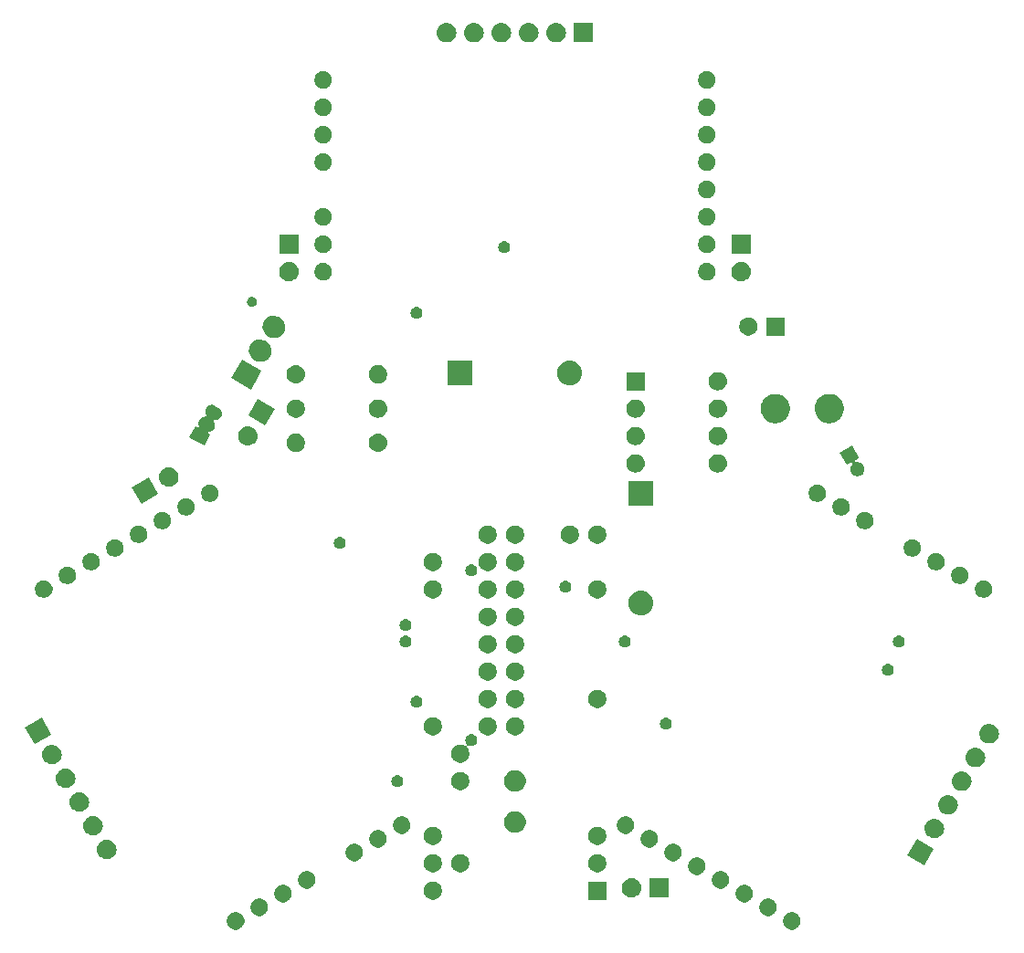
<source format=gts>
G04 #@! TF.GenerationSoftware,KiCad,Pcbnew,5.0.2-bee76a0~70~ubuntu18.04.1*
G04 #@! TF.CreationDate,2019-01-29T21:25:52+01:00*
G04 #@! TF.ProjectId,Robot Propulsion V2,526f626f-7420-4507-926f-70756c73696f,rev?*
G04 #@! TF.SameCoordinates,Original*
G04 #@! TF.FileFunction,Soldermask,Top*
G04 #@! TF.FilePolarity,Negative*
%FSLAX46Y46*%
G04 Gerber Fmt 4.6, Leading zero omitted, Abs format (unit mm)*
G04 Created by KiCad (PCBNEW 5.0.2-bee76a0~70~ubuntu18.04.1) date mar. 29 janv. 2019 21:25:52 CET*
%MOMM*%
%LPD*%
G01*
G04 APERTURE LIST*
%ADD10C,0.100000*%
G04 APERTURE END LIST*
D10*
G36*
X144933812Y-113577174D02*
X145081772Y-113638462D01*
X145148800Y-113683249D01*
X145214927Y-113727433D01*
X145328169Y-113840675D01*
X145348224Y-113870690D01*
X145417140Y-113973830D01*
X145478428Y-114121790D01*
X145509670Y-114278857D01*
X145509670Y-114439007D01*
X145478428Y-114596074D01*
X145417140Y-114744034D01*
X145328168Y-114877190D01*
X145214928Y-114990430D01*
X145081772Y-115079402D01*
X144933812Y-115140690D01*
X144776745Y-115171932D01*
X144616595Y-115171932D01*
X144459528Y-115140690D01*
X144311568Y-115079402D01*
X144178412Y-114990430D01*
X144065172Y-114877190D01*
X143976200Y-114744034D01*
X143914912Y-114596074D01*
X143883670Y-114439007D01*
X143883670Y-114278857D01*
X143914912Y-114121790D01*
X143976200Y-113973830D01*
X144045116Y-113870690D01*
X144065171Y-113840675D01*
X144178413Y-113727433D01*
X144244540Y-113683249D01*
X144311568Y-113638462D01*
X144459528Y-113577174D01*
X144616595Y-113545932D01*
X144776745Y-113545932D01*
X144933812Y-113577174D01*
X144933812Y-113577174D01*
G37*
G36*
X93386472Y-113577174D02*
X93534432Y-113638462D01*
X93601460Y-113683249D01*
X93667587Y-113727433D01*
X93780829Y-113840675D01*
X93800884Y-113870690D01*
X93869800Y-113973830D01*
X93931088Y-114121790D01*
X93962330Y-114278857D01*
X93962330Y-114439007D01*
X93931088Y-114596074D01*
X93869800Y-114744034D01*
X93780828Y-114877190D01*
X93667588Y-114990430D01*
X93534432Y-115079402D01*
X93386472Y-115140690D01*
X93229405Y-115171932D01*
X93069255Y-115171932D01*
X92912188Y-115140690D01*
X92764228Y-115079402D01*
X92631072Y-114990430D01*
X92517832Y-114877190D01*
X92428860Y-114744034D01*
X92367572Y-114596074D01*
X92336330Y-114439007D01*
X92336330Y-114278857D01*
X92367572Y-114121790D01*
X92428860Y-113973830D01*
X92497776Y-113870690D01*
X92517831Y-113840675D01*
X92631073Y-113727433D01*
X92697200Y-113683249D01*
X92764228Y-113638462D01*
X92912188Y-113577174D01*
X93069255Y-113545932D01*
X93229405Y-113545932D01*
X93386472Y-113577174D01*
X93386472Y-113577174D01*
G37*
G36*
X95586176Y-112307174D02*
X95734136Y-112368462D01*
X95758887Y-112385000D01*
X95867291Y-112457433D01*
X95980533Y-112570675D01*
X96000588Y-112600690D01*
X96069504Y-112703830D01*
X96130792Y-112851790D01*
X96162034Y-113008857D01*
X96162034Y-113169007D01*
X96130792Y-113326074D01*
X96083388Y-113440515D01*
X96069505Y-113474032D01*
X95980533Y-113607189D01*
X95867291Y-113720431D01*
X95856810Y-113727434D01*
X95734136Y-113809402D01*
X95586176Y-113870690D01*
X95429109Y-113901932D01*
X95268959Y-113901932D01*
X95111892Y-113870690D01*
X94963932Y-113809402D01*
X94841258Y-113727434D01*
X94830777Y-113720431D01*
X94717535Y-113607189D01*
X94628563Y-113474032D01*
X94614680Y-113440515D01*
X94567276Y-113326074D01*
X94536034Y-113169007D01*
X94536034Y-113008857D01*
X94567276Y-112851790D01*
X94628564Y-112703830D01*
X94697480Y-112600690D01*
X94717535Y-112570675D01*
X94830777Y-112457433D01*
X94939181Y-112385000D01*
X94963932Y-112368462D01*
X95111892Y-112307174D01*
X95268959Y-112275932D01*
X95429109Y-112275932D01*
X95586176Y-112307174D01*
X95586176Y-112307174D01*
G37*
G36*
X142734108Y-112307174D02*
X142882068Y-112368462D01*
X142906819Y-112385000D01*
X143015223Y-112457433D01*
X143128465Y-112570675D01*
X143148520Y-112600690D01*
X143217436Y-112703830D01*
X143278724Y-112851790D01*
X143309966Y-113008857D01*
X143309966Y-113169007D01*
X143278724Y-113326074D01*
X143231320Y-113440515D01*
X143217437Y-113474032D01*
X143128465Y-113607189D01*
X143015223Y-113720431D01*
X143004742Y-113727434D01*
X142882068Y-113809402D01*
X142734108Y-113870690D01*
X142577041Y-113901932D01*
X142416891Y-113901932D01*
X142259824Y-113870690D01*
X142111864Y-113809402D01*
X141989190Y-113727434D01*
X141978709Y-113720431D01*
X141865467Y-113607189D01*
X141776495Y-113474032D01*
X141762612Y-113440515D01*
X141715208Y-113326074D01*
X141683966Y-113169007D01*
X141683966Y-113008857D01*
X141715208Y-112851790D01*
X141776496Y-112703830D01*
X141845412Y-112600690D01*
X141865467Y-112570675D01*
X141978709Y-112457433D01*
X142087113Y-112385000D01*
X142111864Y-112368462D01*
X142259824Y-112307174D01*
X142416891Y-112275932D01*
X142577041Y-112275932D01*
X142734108Y-112307174D01*
X142734108Y-112307174D01*
G37*
G36*
X140534403Y-111037174D02*
X140682363Y-111098462D01*
X140730910Y-111130900D01*
X140815518Y-111187433D01*
X140928760Y-111300675D01*
X140948815Y-111330690D01*
X141017731Y-111433830D01*
X141079019Y-111581790D01*
X141110261Y-111738857D01*
X141110261Y-111899007D01*
X141079019Y-112056074D01*
X141070566Y-112076481D01*
X141017732Y-112204032D01*
X140928760Y-112337189D01*
X140815518Y-112450431D01*
X140805037Y-112457434D01*
X140682363Y-112539402D01*
X140534403Y-112600690D01*
X140377336Y-112631932D01*
X140217186Y-112631932D01*
X140060119Y-112600690D01*
X139912159Y-112539402D01*
X139789485Y-112457434D01*
X139779004Y-112450431D01*
X139665762Y-112337189D01*
X139576790Y-112204032D01*
X139523956Y-112076481D01*
X139515503Y-112056074D01*
X139484261Y-111899007D01*
X139484261Y-111738857D01*
X139515503Y-111581790D01*
X139576791Y-111433830D01*
X139645707Y-111330690D01*
X139665762Y-111300675D01*
X139779004Y-111187433D01*
X139863612Y-111130900D01*
X139912159Y-111098462D01*
X140060119Y-111037174D01*
X140217186Y-111005932D01*
X140377336Y-111005932D01*
X140534403Y-111037174D01*
X140534403Y-111037174D01*
G37*
G36*
X97785881Y-111037174D02*
X97933841Y-111098462D01*
X97982388Y-111130900D01*
X98066996Y-111187433D01*
X98180238Y-111300675D01*
X98200293Y-111330690D01*
X98269209Y-111433830D01*
X98330497Y-111581790D01*
X98361739Y-111738857D01*
X98361739Y-111899007D01*
X98330497Y-112056074D01*
X98322044Y-112076481D01*
X98269210Y-112204032D01*
X98180238Y-112337189D01*
X98066996Y-112450431D01*
X98056515Y-112457434D01*
X97933841Y-112539402D01*
X97785881Y-112600690D01*
X97628814Y-112631932D01*
X97468664Y-112631932D01*
X97311597Y-112600690D01*
X97163637Y-112539402D01*
X97040963Y-112457434D01*
X97030482Y-112450431D01*
X96917240Y-112337189D01*
X96828268Y-112204032D01*
X96775434Y-112076481D01*
X96766981Y-112056074D01*
X96735739Y-111899007D01*
X96735739Y-111738857D01*
X96766981Y-111581790D01*
X96828269Y-111433830D01*
X96897185Y-111330690D01*
X96917240Y-111300675D01*
X97030482Y-111187433D01*
X97115090Y-111130900D01*
X97163637Y-111098462D01*
X97311597Y-111037174D01*
X97468664Y-111005932D01*
X97628814Y-111005932D01*
X97785881Y-111037174D01*
X97785881Y-111037174D01*
G37*
G36*
X111678228Y-110715703D02*
X111833100Y-110779853D01*
X111972481Y-110872985D01*
X112091015Y-110991519D01*
X112184147Y-111130900D01*
X112248297Y-111285772D01*
X112281000Y-111450184D01*
X112281000Y-111617816D01*
X112248297Y-111782228D01*
X112184147Y-111937100D01*
X112091015Y-112076481D01*
X111972481Y-112195015D01*
X111833100Y-112288147D01*
X111678228Y-112352297D01*
X111513816Y-112385000D01*
X111346184Y-112385000D01*
X111181772Y-112352297D01*
X111026900Y-112288147D01*
X110887519Y-112195015D01*
X110768985Y-112076481D01*
X110675853Y-111937100D01*
X110611703Y-111782228D01*
X110579000Y-111617816D01*
X110579000Y-111450184D01*
X110611703Y-111285772D01*
X110675853Y-111130900D01*
X110768985Y-110991519D01*
X110887519Y-110872985D01*
X111026900Y-110779853D01*
X111181772Y-110715703D01*
X111346184Y-110683000D01*
X111513816Y-110683000D01*
X111678228Y-110715703D01*
X111678228Y-110715703D01*
G37*
G36*
X127521000Y-112385000D02*
X125819000Y-112385000D01*
X125819000Y-110683000D01*
X127521000Y-110683000D01*
X127521000Y-112385000D01*
X127521000Y-112385000D01*
G37*
G36*
X133286000Y-112181000D02*
X131484000Y-112181000D01*
X131484000Y-110379000D01*
X133286000Y-110379000D01*
X133286000Y-112181000D01*
X133286000Y-112181000D01*
G37*
G36*
X129955442Y-110385518D02*
X130021627Y-110392037D01*
X130134853Y-110426384D01*
X130191467Y-110443557D01*
X130330087Y-110517652D01*
X130347991Y-110527222D01*
X130383729Y-110556552D01*
X130485186Y-110639814D01*
X130547466Y-110715704D01*
X130597778Y-110777009D01*
X130597779Y-110777011D01*
X130681443Y-110933533D01*
X130681443Y-110933534D01*
X130732963Y-111103373D01*
X130750359Y-111280000D01*
X130732963Y-111456627D01*
X130698616Y-111569853D01*
X130681443Y-111626467D01*
X130621368Y-111738857D01*
X130597778Y-111782991D01*
X130568448Y-111818729D01*
X130485186Y-111920186D01*
X130383729Y-112003448D01*
X130347991Y-112032778D01*
X130347989Y-112032779D01*
X130191467Y-112116443D01*
X130134853Y-112133616D01*
X130021627Y-112167963D01*
X129955442Y-112174482D01*
X129889260Y-112181000D01*
X129800740Y-112181000D01*
X129734558Y-112174482D01*
X129668373Y-112167963D01*
X129555147Y-112133616D01*
X129498533Y-112116443D01*
X129342011Y-112032779D01*
X129342009Y-112032778D01*
X129306271Y-112003448D01*
X129204814Y-111920186D01*
X129121552Y-111818729D01*
X129092222Y-111782991D01*
X129068632Y-111738857D01*
X129008557Y-111626467D01*
X128991384Y-111569853D01*
X128957037Y-111456627D01*
X128939641Y-111280000D01*
X128957037Y-111103373D01*
X129008557Y-110933534D01*
X129008557Y-110933533D01*
X129092221Y-110777011D01*
X129092222Y-110777009D01*
X129142534Y-110715704D01*
X129204814Y-110639814D01*
X129306271Y-110556552D01*
X129342009Y-110527222D01*
X129359913Y-110517652D01*
X129498533Y-110443557D01*
X129555147Y-110426384D01*
X129668373Y-110392037D01*
X129734558Y-110385518D01*
X129800740Y-110379000D01*
X129889260Y-110379000D01*
X129955442Y-110385518D01*
X129955442Y-110385518D01*
G37*
G36*
X138334699Y-109767174D02*
X138482659Y-109828462D01*
X138507410Y-109845000D01*
X138615814Y-109917433D01*
X138729056Y-110030675D01*
X138749111Y-110060690D01*
X138818027Y-110163830D01*
X138879315Y-110311790D01*
X138910557Y-110468857D01*
X138910557Y-110629007D01*
X138879315Y-110786074D01*
X138843315Y-110872985D01*
X138818028Y-110934032D01*
X138729056Y-111067189D01*
X138615814Y-111180431D01*
X138605333Y-111187434D01*
X138482659Y-111269402D01*
X138334699Y-111330690D01*
X138177632Y-111361932D01*
X138017482Y-111361932D01*
X137860415Y-111330690D01*
X137712455Y-111269402D01*
X137589781Y-111187434D01*
X137579300Y-111180431D01*
X137466058Y-111067189D01*
X137377086Y-110934032D01*
X137351799Y-110872985D01*
X137315799Y-110786074D01*
X137284557Y-110629007D01*
X137284557Y-110468857D01*
X137315799Y-110311790D01*
X137377087Y-110163830D01*
X137446003Y-110060690D01*
X137466058Y-110030675D01*
X137579300Y-109917433D01*
X137687704Y-109845000D01*
X137712455Y-109828462D01*
X137860415Y-109767174D01*
X138017482Y-109735932D01*
X138177632Y-109735932D01*
X138334699Y-109767174D01*
X138334699Y-109767174D01*
G37*
G36*
X99985585Y-109767174D02*
X100133545Y-109828462D01*
X100158296Y-109845000D01*
X100266700Y-109917433D01*
X100379942Y-110030675D01*
X100399997Y-110060690D01*
X100468913Y-110163830D01*
X100530201Y-110311790D01*
X100561443Y-110468857D01*
X100561443Y-110629007D01*
X100530201Y-110786074D01*
X100494201Y-110872985D01*
X100468914Y-110934032D01*
X100379942Y-111067189D01*
X100266700Y-111180431D01*
X100256219Y-111187434D01*
X100133545Y-111269402D01*
X99985585Y-111330690D01*
X99828518Y-111361932D01*
X99668368Y-111361932D01*
X99511301Y-111330690D01*
X99363341Y-111269402D01*
X99240667Y-111187434D01*
X99230186Y-111180431D01*
X99116944Y-111067189D01*
X99027972Y-110934032D01*
X99002685Y-110872985D01*
X98966685Y-110786074D01*
X98935443Y-110629007D01*
X98935443Y-110468857D01*
X98966685Y-110311790D01*
X99027973Y-110163830D01*
X99096889Y-110060690D01*
X99116944Y-110030675D01*
X99230186Y-109917433D01*
X99338590Y-109845000D01*
X99363341Y-109828462D01*
X99511301Y-109767174D01*
X99668368Y-109735932D01*
X99828518Y-109735932D01*
X99985585Y-109767174D01*
X99985585Y-109767174D01*
G37*
G36*
X136134994Y-108497174D02*
X136282954Y-108558462D01*
X136331501Y-108590900D01*
X136416109Y-108647433D01*
X136529351Y-108760675D01*
X136549406Y-108790690D01*
X136618322Y-108893830D01*
X136679610Y-109041790D01*
X136710852Y-109198857D01*
X136710852Y-109359007D01*
X136679610Y-109516074D01*
X136671157Y-109536481D01*
X136618323Y-109664032D01*
X136529351Y-109797189D01*
X136416109Y-109910431D01*
X136405628Y-109917434D01*
X136282954Y-109999402D01*
X136134994Y-110060690D01*
X135977927Y-110091932D01*
X135817777Y-110091932D01*
X135660710Y-110060690D01*
X135512750Y-109999402D01*
X135390076Y-109917434D01*
X135379595Y-109910431D01*
X135266353Y-109797189D01*
X135177381Y-109664032D01*
X135124547Y-109536481D01*
X135116094Y-109516074D01*
X135084852Y-109359007D01*
X135084852Y-109198857D01*
X135116094Y-109041790D01*
X135177382Y-108893830D01*
X135246298Y-108790690D01*
X135266353Y-108760675D01*
X135379595Y-108647433D01*
X135464203Y-108590900D01*
X135512750Y-108558462D01*
X135660710Y-108497174D01*
X135817777Y-108465932D01*
X135977927Y-108465932D01*
X136134994Y-108497174D01*
X136134994Y-108497174D01*
G37*
G36*
X111678228Y-108175703D02*
X111833100Y-108239853D01*
X111972481Y-108332985D01*
X112091015Y-108451519D01*
X112184147Y-108590900D01*
X112248297Y-108745772D01*
X112281000Y-108910184D01*
X112281000Y-109077816D01*
X112248297Y-109242228D01*
X112184147Y-109397100D01*
X112091015Y-109536481D01*
X111972481Y-109655015D01*
X111833100Y-109748147D01*
X111678228Y-109812297D01*
X111513816Y-109845000D01*
X111346184Y-109845000D01*
X111181772Y-109812297D01*
X111026900Y-109748147D01*
X110887519Y-109655015D01*
X110768985Y-109536481D01*
X110675853Y-109397100D01*
X110611703Y-109242228D01*
X110579000Y-109077816D01*
X110579000Y-108910184D01*
X110611703Y-108745772D01*
X110675853Y-108590900D01*
X110768985Y-108451519D01*
X110887519Y-108332985D01*
X111026900Y-108239853D01*
X111181772Y-108175703D01*
X111346184Y-108143000D01*
X111513816Y-108143000D01*
X111678228Y-108175703D01*
X111678228Y-108175703D01*
G37*
G36*
X126918228Y-108175703D02*
X127073100Y-108239853D01*
X127212481Y-108332985D01*
X127331015Y-108451519D01*
X127424147Y-108590900D01*
X127488297Y-108745772D01*
X127521000Y-108910184D01*
X127521000Y-109077816D01*
X127488297Y-109242228D01*
X127424147Y-109397100D01*
X127331015Y-109536481D01*
X127212481Y-109655015D01*
X127073100Y-109748147D01*
X126918228Y-109812297D01*
X126753816Y-109845000D01*
X126586184Y-109845000D01*
X126421772Y-109812297D01*
X126266900Y-109748147D01*
X126127519Y-109655015D01*
X126008985Y-109536481D01*
X125915853Y-109397100D01*
X125851703Y-109242228D01*
X125819000Y-109077816D01*
X125819000Y-108910184D01*
X125851703Y-108745772D01*
X125915853Y-108590900D01*
X126008985Y-108451519D01*
X126127519Y-108332985D01*
X126266900Y-108239853D01*
X126421772Y-108175703D01*
X126586184Y-108143000D01*
X126753816Y-108143000D01*
X126918228Y-108175703D01*
X126918228Y-108175703D01*
G37*
G36*
X114218228Y-108175703D02*
X114373100Y-108239853D01*
X114512481Y-108332985D01*
X114631015Y-108451519D01*
X114724147Y-108590900D01*
X114788297Y-108745772D01*
X114821000Y-108910184D01*
X114821000Y-109077816D01*
X114788297Y-109242228D01*
X114724147Y-109397100D01*
X114631015Y-109536481D01*
X114512481Y-109655015D01*
X114373100Y-109748147D01*
X114218228Y-109812297D01*
X114053816Y-109845000D01*
X113886184Y-109845000D01*
X113721772Y-109812297D01*
X113566900Y-109748147D01*
X113427519Y-109655015D01*
X113308985Y-109536481D01*
X113215853Y-109397100D01*
X113151703Y-109242228D01*
X113119000Y-109077816D01*
X113119000Y-108910184D01*
X113151703Y-108745772D01*
X113215853Y-108590900D01*
X113308985Y-108451519D01*
X113427519Y-108332985D01*
X113566900Y-108239853D01*
X113721772Y-108175703D01*
X113886184Y-108143000D01*
X114053816Y-108143000D01*
X114218228Y-108175703D01*
X114218228Y-108175703D01*
G37*
G36*
X157872789Y-107648211D02*
X156971789Y-109208789D01*
X155411211Y-108307789D01*
X156312211Y-106747211D01*
X157872789Y-107648211D01*
X157872789Y-107648211D01*
G37*
G36*
X133935290Y-107227174D02*
X134083250Y-107288462D01*
X134108001Y-107305000D01*
X134216405Y-107377433D01*
X134329647Y-107490675D01*
X134349702Y-107520690D01*
X134418618Y-107623830D01*
X134479906Y-107771790D01*
X134511148Y-107928857D01*
X134511148Y-108089007D01*
X134479906Y-108246074D01*
X134454342Y-108307789D01*
X134418619Y-108394032D01*
X134329647Y-108527189D01*
X134216405Y-108640431D01*
X134205924Y-108647434D01*
X134083250Y-108729402D01*
X133935290Y-108790690D01*
X133778223Y-108821932D01*
X133618073Y-108821932D01*
X133461006Y-108790690D01*
X133313046Y-108729402D01*
X133190372Y-108647434D01*
X133179891Y-108640431D01*
X133066649Y-108527189D01*
X132977677Y-108394032D01*
X132941954Y-108307789D01*
X132916390Y-108246074D01*
X132885148Y-108089007D01*
X132885148Y-107928857D01*
X132916390Y-107771790D01*
X132977678Y-107623830D01*
X133046594Y-107520690D01*
X133066649Y-107490675D01*
X133179891Y-107377433D01*
X133288295Y-107305000D01*
X133313046Y-107288462D01*
X133461006Y-107227174D01*
X133618073Y-107195932D01*
X133778223Y-107195932D01*
X133935290Y-107227174D01*
X133935290Y-107227174D01*
G37*
G36*
X104384994Y-107227174D02*
X104532954Y-107288462D01*
X104557705Y-107305000D01*
X104666109Y-107377433D01*
X104779351Y-107490675D01*
X104799406Y-107520690D01*
X104868322Y-107623830D01*
X104929610Y-107771790D01*
X104960852Y-107928857D01*
X104960852Y-108089007D01*
X104929610Y-108246074D01*
X104904046Y-108307789D01*
X104868323Y-108394032D01*
X104779351Y-108527189D01*
X104666109Y-108640431D01*
X104655628Y-108647434D01*
X104532954Y-108729402D01*
X104384994Y-108790690D01*
X104227927Y-108821932D01*
X104067777Y-108821932D01*
X103910710Y-108790690D01*
X103762750Y-108729402D01*
X103640076Y-108647434D01*
X103629595Y-108640431D01*
X103516353Y-108527189D01*
X103427381Y-108394032D01*
X103391658Y-108307789D01*
X103366094Y-108246074D01*
X103334852Y-108089007D01*
X103334852Y-107928857D01*
X103366094Y-107771790D01*
X103427382Y-107623830D01*
X103496298Y-107520690D01*
X103516353Y-107490675D01*
X103629595Y-107377433D01*
X103737999Y-107305000D01*
X103762750Y-107288462D01*
X103910710Y-107227174D01*
X104067777Y-107195932D01*
X104227927Y-107195932D01*
X104384994Y-107227174D01*
X104384994Y-107227174D01*
G37*
G36*
X81314442Y-106824632D02*
X81380627Y-106831151D01*
X81493853Y-106865498D01*
X81550467Y-106882671D01*
X81689087Y-106956766D01*
X81706991Y-106966336D01*
X81742729Y-106995666D01*
X81844186Y-107078928D01*
X81927448Y-107180385D01*
X81956778Y-107216123D01*
X81956779Y-107216125D01*
X82040443Y-107372647D01*
X82040443Y-107372648D01*
X82091963Y-107542487D01*
X82109359Y-107719114D01*
X82091963Y-107895741D01*
X82081917Y-107928857D01*
X82040443Y-108065581D01*
X82027921Y-108089007D01*
X81956778Y-108222105D01*
X81937107Y-108246074D01*
X81844186Y-108359300D01*
X81742729Y-108442562D01*
X81706991Y-108471892D01*
X81706989Y-108471893D01*
X81550467Y-108555557D01*
X81493853Y-108572730D01*
X81380627Y-108607077D01*
X81314443Y-108613595D01*
X81248260Y-108620114D01*
X81159740Y-108620114D01*
X81093557Y-108613595D01*
X81027373Y-108607077D01*
X80914147Y-108572730D01*
X80857533Y-108555557D01*
X80701011Y-108471893D01*
X80701009Y-108471892D01*
X80665271Y-108442562D01*
X80563814Y-108359300D01*
X80470893Y-108246074D01*
X80451222Y-108222105D01*
X80380079Y-108089007D01*
X80367557Y-108065581D01*
X80326083Y-107928857D01*
X80316037Y-107895741D01*
X80298641Y-107719114D01*
X80316037Y-107542487D01*
X80367557Y-107372648D01*
X80367557Y-107372647D01*
X80451221Y-107216125D01*
X80451222Y-107216123D01*
X80480552Y-107180385D01*
X80563814Y-107078928D01*
X80665271Y-106995666D01*
X80701009Y-106966336D01*
X80718913Y-106956766D01*
X80857533Y-106882671D01*
X80914147Y-106865498D01*
X81027373Y-106831151D01*
X81093558Y-106824632D01*
X81159740Y-106818114D01*
X81248260Y-106818114D01*
X81314442Y-106824632D01*
X81314442Y-106824632D01*
G37*
G36*
X106584699Y-105957174D02*
X106732659Y-106018462D01*
X106781206Y-106050900D01*
X106865814Y-106107433D01*
X106979056Y-106220675D01*
X106999111Y-106250690D01*
X107068027Y-106353830D01*
X107129315Y-106501790D01*
X107160557Y-106658857D01*
X107160557Y-106819007D01*
X107129315Y-106976074D01*
X107120862Y-106996481D01*
X107068028Y-107124032D01*
X106979056Y-107257189D01*
X106865814Y-107370431D01*
X106855333Y-107377434D01*
X106732659Y-107459402D01*
X106584699Y-107520690D01*
X106427632Y-107551932D01*
X106267482Y-107551932D01*
X106110415Y-107520690D01*
X105962455Y-107459402D01*
X105839781Y-107377434D01*
X105829300Y-107370431D01*
X105716058Y-107257189D01*
X105627086Y-107124032D01*
X105574252Y-106996481D01*
X105565799Y-106976074D01*
X105534557Y-106819007D01*
X105534557Y-106658857D01*
X105565799Y-106501790D01*
X105627087Y-106353830D01*
X105696003Y-106250690D01*
X105716058Y-106220675D01*
X105829300Y-106107433D01*
X105913908Y-106050900D01*
X105962455Y-106018462D01*
X106110415Y-105957174D01*
X106267482Y-105925932D01*
X106427632Y-105925932D01*
X106584699Y-105957174D01*
X106584699Y-105957174D01*
G37*
G36*
X131735585Y-105957174D02*
X131883545Y-106018462D01*
X131932092Y-106050900D01*
X132016700Y-106107433D01*
X132129942Y-106220675D01*
X132149997Y-106250690D01*
X132218913Y-106353830D01*
X132280201Y-106501790D01*
X132311443Y-106658857D01*
X132311443Y-106819007D01*
X132280201Y-106976074D01*
X132271748Y-106996481D01*
X132218914Y-107124032D01*
X132129942Y-107257189D01*
X132016700Y-107370431D01*
X132006219Y-107377434D01*
X131883545Y-107459402D01*
X131735585Y-107520690D01*
X131578518Y-107551932D01*
X131418368Y-107551932D01*
X131261301Y-107520690D01*
X131113341Y-107459402D01*
X130990667Y-107377434D01*
X130980186Y-107370431D01*
X130866944Y-107257189D01*
X130777972Y-107124032D01*
X130725138Y-106996481D01*
X130716685Y-106976074D01*
X130685443Y-106819007D01*
X130685443Y-106658857D01*
X130716685Y-106501790D01*
X130777973Y-106353830D01*
X130846889Y-106250690D01*
X130866944Y-106220675D01*
X130980186Y-106107433D01*
X131064794Y-106050900D01*
X131113341Y-106018462D01*
X131261301Y-105957174D01*
X131418368Y-105925932D01*
X131578518Y-105925932D01*
X131735585Y-105957174D01*
X131735585Y-105957174D01*
G37*
G36*
X126918228Y-105635703D02*
X127073100Y-105699853D01*
X127212481Y-105792985D01*
X127331015Y-105911519D01*
X127424147Y-106050900D01*
X127488297Y-106205772D01*
X127521000Y-106370184D01*
X127521000Y-106537816D01*
X127488297Y-106702228D01*
X127424147Y-106857100D01*
X127331015Y-106996481D01*
X127212481Y-107115015D01*
X127073100Y-107208147D01*
X126918228Y-107272297D01*
X126753816Y-107305000D01*
X126586184Y-107305000D01*
X126421772Y-107272297D01*
X126266900Y-107208147D01*
X126127519Y-107115015D01*
X126008985Y-106996481D01*
X125915853Y-106857100D01*
X125851703Y-106702228D01*
X125819000Y-106537816D01*
X125819000Y-106370184D01*
X125851703Y-106205772D01*
X125915853Y-106050900D01*
X126008985Y-105911519D01*
X126127519Y-105792985D01*
X126266900Y-105699853D01*
X126421772Y-105635703D01*
X126586184Y-105603000D01*
X126753816Y-105603000D01*
X126918228Y-105635703D01*
X126918228Y-105635703D01*
G37*
G36*
X111678228Y-105635703D02*
X111833100Y-105699853D01*
X111972481Y-105792985D01*
X112091015Y-105911519D01*
X112184147Y-106050900D01*
X112248297Y-106205772D01*
X112281000Y-106370184D01*
X112281000Y-106537816D01*
X112248297Y-106702228D01*
X112184147Y-106857100D01*
X112091015Y-106996481D01*
X111972481Y-107115015D01*
X111833100Y-107208147D01*
X111678228Y-107272297D01*
X111513816Y-107305000D01*
X111346184Y-107305000D01*
X111181772Y-107272297D01*
X111026900Y-107208147D01*
X110887519Y-107115015D01*
X110768985Y-106996481D01*
X110675853Y-106857100D01*
X110611703Y-106702228D01*
X110579000Y-106537816D01*
X110579000Y-106370184D01*
X110611703Y-106205772D01*
X110675853Y-106050900D01*
X110768985Y-105911519D01*
X110887519Y-105792985D01*
X111026900Y-105699853D01*
X111181772Y-105635703D01*
X111346184Y-105603000D01*
X111513816Y-105603000D01*
X111678228Y-105635703D01*
X111678228Y-105635703D01*
G37*
G36*
X158022443Y-104883814D02*
X158088627Y-104890332D01*
X158201853Y-104924679D01*
X158258467Y-104941852D01*
X158274973Y-104950675D01*
X158414991Y-105025517D01*
X158450729Y-105054847D01*
X158552186Y-105138109D01*
X158629066Y-105231789D01*
X158664778Y-105275304D01*
X158664779Y-105275306D01*
X158748443Y-105431828D01*
X158748443Y-105431829D01*
X158799963Y-105601668D01*
X158817359Y-105778295D01*
X158799963Y-105954922D01*
X158780688Y-106018462D01*
X158748443Y-106124762D01*
X158697176Y-106220674D01*
X158664778Y-106281286D01*
X158635448Y-106317024D01*
X158552186Y-106418481D01*
X158450729Y-106501743D01*
X158414991Y-106531073D01*
X158414989Y-106531074D01*
X158258467Y-106614738D01*
X158201853Y-106631911D01*
X158088627Y-106666258D01*
X158022442Y-106672777D01*
X157956260Y-106679295D01*
X157867740Y-106679295D01*
X157801558Y-106672777D01*
X157735373Y-106666258D01*
X157622147Y-106631911D01*
X157565533Y-106614738D01*
X157409011Y-106531074D01*
X157409009Y-106531073D01*
X157373271Y-106501743D01*
X157271814Y-106418481D01*
X157188552Y-106317024D01*
X157159222Y-106281286D01*
X157126824Y-106220674D01*
X157075557Y-106124762D01*
X157043312Y-106018462D01*
X157024037Y-105954922D01*
X157006641Y-105778295D01*
X157024037Y-105601668D01*
X157075557Y-105431829D01*
X157075557Y-105431828D01*
X157159221Y-105275306D01*
X157159222Y-105275304D01*
X157194934Y-105231789D01*
X157271814Y-105138109D01*
X157373271Y-105054847D01*
X157409009Y-105025517D01*
X157549027Y-104950675D01*
X157565533Y-104941852D01*
X157622147Y-104924679D01*
X157735373Y-104890332D01*
X157801557Y-104883814D01*
X157867740Y-104877295D01*
X157956260Y-104877295D01*
X158022443Y-104883814D01*
X158022443Y-104883814D01*
G37*
G36*
X80044443Y-104624928D02*
X80110627Y-104631446D01*
X80223853Y-104665793D01*
X80280467Y-104682966D01*
X80419087Y-104757061D01*
X80436991Y-104766631D01*
X80472729Y-104795961D01*
X80574186Y-104879223D01*
X80632823Y-104950674D01*
X80686778Y-105016418D01*
X80686779Y-105016420D01*
X80770443Y-105172942D01*
X80770443Y-105172943D01*
X80821963Y-105342782D01*
X80839359Y-105519409D01*
X80821963Y-105696036D01*
X80797010Y-105778295D01*
X80770443Y-105865876D01*
X80746046Y-105911519D01*
X80686778Y-106022400D01*
X80663388Y-106050900D01*
X80574186Y-106159595D01*
X80472729Y-106242857D01*
X80436991Y-106272187D01*
X80436989Y-106272188D01*
X80280467Y-106355852D01*
X80233220Y-106370184D01*
X80110627Y-106407372D01*
X80044443Y-106413890D01*
X79978260Y-106420409D01*
X79889740Y-106420409D01*
X79823557Y-106413890D01*
X79757373Y-106407372D01*
X79634780Y-106370184D01*
X79587533Y-106355852D01*
X79431011Y-106272188D01*
X79431009Y-106272187D01*
X79395271Y-106242857D01*
X79293814Y-106159595D01*
X79204612Y-106050900D01*
X79181222Y-106022400D01*
X79121954Y-105911519D01*
X79097557Y-105865876D01*
X79070990Y-105778295D01*
X79046037Y-105696036D01*
X79028641Y-105519409D01*
X79046037Y-105342782D01*
X79097557Y-105172943D01*
X79097557Y-105172942D01*
X79181221Y-105016420D01*
X79181222Y-105016418D01*
X79235177Y-104950674D01*
X79293814Y-104879223D01*
X79395271Y-104795961D01*
X79431009Y-104766631D01*
X79448913Y-104757061D01*
X79587533Y-104682966D01*
X79644147Y-104665793D01*
X79757373Y-104631446D01*
X79823557Y-104624928D01*
X79889740Y-104618409D01*
X79978260Y-104618409D01*
X80044443Y-104624928D01*
X80044443Y-104624928D01*
G37*
G36*
X108784403Y-104687174D02*
X108932363Y-104748462D01*
X108959553Y-104766630D01*
X109065518Y-104837433D01*
X109178760Y-104950675D01*
X109267732Y-105083832D01*
X109281615Y-105117349D01*
X109329019Y-105231790D01*
X109360261Y-105388857D01*
X109360261Y-105549007D01*
X109329019Y-105706074D01*
X109293019Y-105792985D01*
X109267732Y-105854032D01*
X109178760Y-105987189D01*
X109065518Y-106100431D01*
X109055037Y-106107434D01*
X108932363Y-106189402D01*
X108784403Y-106250690D01*
X108627336Y-106281932D01*
X108467186Y-106281932D01*
X108310119Y-106250690D01*
X108162159Y-106189402D01*
X108039485Y-106107434D01*
X108029004Y-106100431D01*
X107915762Y-105987189D01*
X107826790Y-105854032D01*
X107801503Y-105792985D01*
X107765503Y-105706074D01*
X107734261Y-105549007D01*
X107734261Y-105388857D01*
X107765503Y-105231790D01*
X107812907Y-105117349D01*
X107826790Y-105083832D01*
X107915762Y-104950675D01*
X108029004Y-104837433D01*
X108134969Y-104766630D01*
X108162159Y-104748462D01*
X108310119Y-104687174D01*
X108467186Y-104655932D01*
X108627336Y-104655932D01*
X108784403Y-104687174D01*
X108784403Y-104687174D01*
G37*
G36*
X129535881Y-104687174D02*
X129683841Y-104748462D01*
X129711031Y-104766630D01*
X129816996Y-104837433D01*
X129930238Y-104950675D01*
X130019210Y-105083832D01*
X130033093Y-105117349D01*
X130080497Y-105231790D01*
X130111739Y-105388857D01*
X130111739Y-105549007D01*
X130080497Y-105706074D01*
X130044497Y-105792985D01*
X130019210Y-105854032D01*
X129930238Y-105987189D01*
X129816996Y-106100431D01*
X129806515Y-106107434D01*
X129683841Y-106189402D01*
X129535881Y-106250690D01*
X129378814Y-106281932D01*
X129218664Y-106281932D01*
X129061597Y-106250690D01*
X128913637Y-106189402D01*
X128790963Y-106107434D01*
X128780482Y-106100431D01*
X128667240Y-105987189D01*
X128578268Y-105854032D01*
X128552981Y-105792985D01*
X128516981Y-105706074D01*
X128485739Y-105549007D01*
X128485739Y-105388857D01*
X128516981Y-105231790D01*
X128564385Y-105117349D01*
X128578268Y-105083832D01*
X128667240Y-104950675D01*
X128780482Y-104837433D01*
X128886447Y-104766630D01*
X128913637Y-104748462D01*
X129061597Y-104687174D01*
X129218664Y-104655932D01*
X129378814Y-104655932D01*
X129535881Y-104687174D01*
X129535881Y-104687174D01*
G37*
G36*
X119341981Y-104221468D02*
X119524150Y-104296925D01*
X119688103Y-104406475D01*
X119827525Y-104545897D01*
X119937075Y-104709850D01*
X120012532Y-104892019D01*
X120051000Y-105085410D01*
X120051000Y-105282590D01*
X120012532Y-105475981D01*
X119937075Y-105658150D01*
X119827525Y-105822103D01*
X119688103Y-105961525D01*
X119524150Y-106071075D01*
X119341981Y-106146532D01*
X119148590Y-106185000D01*
X118951410Y-106185000D01*
X118758019Y-106146532D01*
X118575850Y-106071075D01*
X118411897Y-105961525D01*
X118272475Y-105822103D01*
X118162925Y-105658150D01*
X118087468Y-105475981D01*
X118049000Y-105282590D01*
X118049000Y-105085410D01*
X118087468Y-104892019D01*
X118162925Y-104709850D01*
X118272475Y-104545897D01*
X118411897Y-104406475D01*
X118575850Y-104296925D01*
X118758019Y-104221468D01*
X118951410Y-104183000D01*
X119148590Y-104183000D01*
X119341981Y-104221468D01*
X119341981Y-104221468D01*
G37*
G36*
X159292443Y-102684110D02*
X159358627Y-102690628D01*
X159471853Y-102724975D01*
X159528467Y-102742148D01*
X159667087Y-102816243D01*
X159684991Y-102825813D01*
X159720729Y-102855143D01*
X159822186Y-102938405D01*
X159905448Y-103039862D01*
X159934778Y-103075600D01*
X159934779Y-103075602D01*
X160018443Y-103232124D01*
X160018443Y-103232125D01*
X160069963Y-103401964D01*
X160087359Y-103578591D01*
X160069963Y-103755218D01*
X160049494Y-103822694D01*
X160018443Y-103925058D01*
X159999824Y-103959891D01*
X159934778Y-104081582D01*
X159905448Y-104117320D01*
X159822186Y-104218777D01*
X159726961Y-104296925D01*
X159684991Y-104331369D01*
X159684989Y-104331370D01*
X159528467Y-104415034D01*
X159471853Y-104432207D01*
X159358627Y-104466554D01*
X159292443Y-104473072D01*
X159226260Y-104479591D01*
X159137740Y-104479591D01*
X159071558Y-104473073D01*
X159005373Y-104466554D01*
X158892147Y-104432207D01*
X158835533Y-104415034D01*
X158679011Y-104331370D01*
X158679009Y-104331369D01*
X158637039Y-104296925D01*
X158541814Y-104218777D01*
X158458552Y-104117320D01*
X158429222Y-104081582D01*
X158364176Y-103959891D01*
X158345557Y-103925058D01*
X158314506Y-103822694D01*
X158294037Y-103755218D01*
X158276641Y-103578591D01*
X158294037Y-103401964D01*
X158345557Y-103232125D01*
X158345557Y-103232124D01*
X158429221Y-103075602D01*
X158429222Y-103075600D01*
X158458552Y-103039862D01*
X158541814Y-102938405D01*
X158643271Y-102855143D01*
X158679009Y-102825813D01*
X158696913Y-102816243D01*
X158835533Y-102742148D01*
X158892147Y-102724975D01*
X159005373Y-102690628D01*
X159071558Y-102684109D01*
X159137740Y-102677591D01*
X159226260Y-102677591D01*
X159292443Y-102684110D01*
X159292443Y-102684110D01*
G37*
G36*
X78774442Y-102425223D02*
X78840627Y-102431742D01*
X78953853Y-102466089D01*
X79010467Y-102483262D01*
X79149087Y-102557357D01*
X79166991Y-102566927D01*
X79202729Y-102596257D01*
X79304186Y-102679519D01*
X79387448Y-102780976D01*
X79416778Y-102816714D01*
X79416779Y-102816716D01*
X79500443Y-102973238D01*
X79500443Y-102973239D01*
X79551963Y-103143078D01*
X79569359Y-103319705D01*
X79551963Y-103496332D01*
X79527010Y-103578591D01*
X79500443Y-103666172D01*
X79452847Y-103755216D01*
X79416778Y-103822696D01*
X79387448Y-103858434D01*
X79304186Y-103959891D01*
X79202729Y-104043153D01*
X79166991Y-104072483D01*
X79166989Y-104072484D01*
X79010467Y-104156148D01*
X78953853Y-104173321D01*
X78840627Y-104207668D01*
X78774443Y-104214186D01*
X78708260Y-104220705D01*
X78619740Y-104220705D01*
X78553558Y-104214187D01*
X78487373Y-104207668D01*
X78374147Y-104173321D01*
X78317533Y-104156148D01*
X78161011Y-104072484D01*
X78161009Y-104072483D01*
X78125271Y-104043153D01*
X78023814Y-103959891D01*
X77940552Y-103858434D01*
X77911222Y-103822696D01*
X77875153Y-103755216D01*
X77827557Y-103666172D01*
X77800990Y-103578591D01*
X77776037Y-103496332D01*
X77758641Y-103319705D01*
X77776037Y-103143078D01*
X77827557Y-102973239D01*
X77827557Y-102973238D01*
X77911221Y-102816716D01*
X77911222Y-102816714D01*
X77940552Y-102780976D01*
X78023814Y-102679519D01*
X78125271Y-102596257D01*
X78161009Y-102566927D01*
X78178913Y-102557357D01*
X78317533Y-102483262D01*
X78374147Y-102466089D01*
X78487373Y-102431742D01*
X78553557Y-102425224D01*
X78619740Y-102418705D01*
X78708260Y-102418705D01*
X78774442Y-102425223D01*
X78774442Y-102425223D01*
G37*
G36*
X119341981Y-100411468D02*
X119524150Y-100486925D01*
X119688103Y-100596475D01*
X119827525Y-100735897D01*
X119937075Y-100899850D01*
X120012532Y-101082019D01*
X120051000Y-101275410D01*
X120051000Y-101472590D01*
X120012532Y-101665981D01*
X119937075Y-101848150D01*
X119827525Y-102012103D01*
X119688103Y-102151525D01*
X119524150Y-102261075D01*
X119341981Y-102336532D01*
X119148590Y-102375000D01*
X118951410Y-102375000D01*
X118758019Y-102336532D01*
X118575850Y-102261075D01*
X118411897Y-102151525D01*
X118272475Y-102012103D01*
X118162925Y-101848150D01*
X118087468Y-101665981D01*
X118049000Y-101472590D01*
X118049000Y-101275410D01*
X118087468Y-101082019D01*
X118162925Y-100899850D01*
X118272475Y-100735897D01*
X118411897Y-100596475D01*
X118575850Y-100486925D01*
X118758019Y-100411468D01*
X118951410Y-100373000D01*
X119148590Y-100373000D01*
X119341981Y-100411468D01*
X119341981Y-100411468D01*
G37*
G36*
X160562443Y-100484405D02*
X160628627Y-100490923D01*
X160734371Y-100523000D01*
X160798467Y-100542443D01*
X160899552Y-100596475D01*
X160954991Y-100626108D01*
X160990729Y-100655438D01*
X161092186Y-100738700D01*
X161161368Y-100823000D01*
X161204778Y-100875895D01*
X161204779Y-100875897D01*
X161288443Y-101032419D01*
X161288443Y-101032420D01*
X161339963Y-101202259D01*
X161357359Y-101378886D01*
X161339963Y-101555513D01*
X161319725Y-101622228D01*
X161288443Y-101725353D01*
X161269824Y-101760186D01*
X161204778Y-101881877D01*
X161186765Y-101903826D01*
X161092186Y-102019072D01*
X160990729Y-102102334D01*
X160954991Y-102131664D01*
X160954989Y-102131665D01*
X160798467Y-102215329D01*
X160766585Y-102225000D01*
X160628627Y-102266849D01*
X160562443Y-102273367D01*
X160496260Y-102279886D01*
X160407740Y-102279886D01*
X160341557Y-102273367D01*
X160275373Y-102266849D01*
X160137415Y-102225000D01*
X160105533Y-102215329D01*
X159949011Y-102131665D01*
X159949009Y-102131664D01*
X159913271Y-102102334D01*
X159811814Y-102019072D01*
X159717235Y-101903826D01*
X159699222Y-101881877D01*
X159634176Y-101760186D01*
X159615557Y-101725353D01*
X159584275Y-101622228D01*
X159564037Y-101555513D01*
X159546641Y-101378886D01*
X159564037Y-101202259D01*
X159615557Y-101032420D01*
X159615557Y-101032419D01*
X159699221Y-100875897D01*
X159699222Y-100875895D01*
X159742632Y-100823000D01*
X159811814Y-100738700D01*
X159913271Y-100655438D01*
X159949009Y-100626108D01*
X160004448Y-100596475D01*
X160105533Y-100542443D01*
X160169629Y-100523000D01*
X160275373Y-100490923D01*
X160341557Y-100484405D01*
X160407740Y-100477886D01*
X160496260Y-100477886D01*
X160562443Y-100484405D01*
X160562443Y-100484405D01*
G37*
G36*
X114218228Y-100555703D02*
X114373100Y-100619853D01*
X114512481Y-100712985D01*
X114631015Y-100831519D01*
X114724147Y-100970900D01*
X114788297Y-101125772D01*
X114821000Y-101290184D01*
X114821000Y-101457816D01*
X114788297Y-101622228D01*
X114724147Y-101777100D01*
X114631015Y-101916481D01*
X114512481Y-102035015D01*
X114373100Y-102128147D01*
X114218228Y-102192297D01*
X114053816Y-102225000D01*
X113886184Y-102225000D01*
X113721772Y-102192297D01*
X113566900Y-102128147D01*
X113427519Y-102035015D01*
X113308985Y-101916481D01*
X113215853Y-101777100D01*
X113151703Y-101622228D01*
X113119000Y-101457816D01*
X113119000Y-101290184D01*
X113151703Y-101125772D01*
X113215853Y-100970900D01*
X113308985Y-100831519D01*
X113427519Y-100712985D01*
X113566900Y-100619853D01*
X113721772Y-100555703D01*
X113886184Y-100523000D01*
X114053816Y-100523000D01*
X114218228Y-100555703D01*
X114218228Y-100555703D01*
G37*
G36*
X77504443Y-100225519D02*
X77570627Y-100232037D01*
X77683853Y-100266384D01*
X77740467Y-100283557D01*
X77879087Y-100357652D01*
X77896991Y-100367222D01*
X77904031Y-100373000D01*
X78034186Y-100479814D01*
X78096466Y-100555704D01*
X78146778Y-100617009D01*
X78146779Y-100617011D01*
X78230443Y-100773533D01*
X78230443Y-100773534D01*
X78281963Y-100943373D01*
X78299359Y-101120000D01*
X78281963Y-101296627D01*
X78274954Y-101319731D01*
X78230443Y-101466467D01*
X78227170Y-101472590D01*
X78146778Y-101622991D01*
X78117448Y-101658729D01*
X78034186Y-101760186D01*
X77932729Y-101843448D01*
X77896991Y-101872778D01*
X77896989Y-101872779D01*
X77740467Y-101956443D01*
X77683853Y-101973616D01*
X77570627Y-102007963D01*
X77504442Y-102014482D01*
X77438260Y-102021000D01*
X77349740Y-102021000D01*
X77283557Y-102014481D01*
X77217373Y-102007963D01*
X77104147Y-101973616D01*
X77047533Y-101956443D01*
X76891011Y-101872779D01*
X76891009Y-101872778D01*
X76855271Y-101843448D01*
X76753814Y-101760186D01*
X76670552Y-101658729D01*
X76641222Y-101622991D01*
X76560830Y-101472590D01*
X76557557Y-101466467D01*
X76513046Y-101319731D01*
X76506037Y-101296627D01*
X76488641Y-101120000D01*
X76506037Y-100943373D01*
X76557557Y-100773534D01*
X76557557Y-100773533D01*
X76641221Y-100617011D01*
X76641222Y-100617009D01*
X76691534Y-100555704D01*
X76753814Y-100479814D01*
X76883969Y-100373000D01*
X76891009Y-100367222D01*
X76908913Y-100357652D01*
X77047533Y-100283557D01*
X77104147Y-100266384D01*
X77217373Y-100232037D01*
X77283557Y-100225519D01*
X77349740Y-100219000D01*
X77438260Y-100219000D01*
X77504443Y-100225519D01*
X77504443Y-100225519D01*
G37*
G36*
X108288721Y-100844174D02*
X108388995Y-100885709D01*
X108479245Y-100946012D01*
X108555988Y-101022755D01*
X108616291Y-101113005D01*
X108657826Y-101213279D01*
X108679000Y-101319730D01*
X108679000Y-101428270D01*
X108657826Y-101534721D01*
X108616291Y-101634995D01*
X108555988Y-101725245D01*
X108479245Y-101801988D01*
X108388995Y-101862291D01*
X108288721Y-101903826D01*
X108182270Y-101925000D01*
X108073730Y-101925000D01*
X107967279Y-101903826D01*
X107867005Y-101862291D01*
X107776755Y-101801988D01*
X107700012Y-101725245D01*
X107639709Y-101634995D01*
X107598174Y-101534721D01*
X107577000Y-101428270D01*
X107577000Y-101319730D01*
X107598174Y-101213279D01*
X107639709Y-101113005D01*
X107700012Y-101022755D01*
X107776755Y-100946012D01*
X107867005Y-100885709D01*
X107967279Y-100844174D01*
X108073730Y-100823000D01*
X108182270Y-100823000D01*
X108288721Y-100844174D01*
X108288721Y-100844174D01*
G37*
G36*
X161832442Y-98284700D02*
X161898627Y-98291219D01*
X162011853Y-98325566D01*
X162068467Y-98342739D01*
X162207087Y-98416834D01*
X162224991Y-98426404D01*
X162230469Y-98430900D01*
X162362186Y-98538996D01*
X162445448Y-98640453D01*
X162474778Y-98676191D01*
X162474779Y-98676193D01*
X162558443Y-98832715D01*
X162558443Y-98832716D01*
X162609963Y-99002555D01*
X162627359Y-99179182D01*
X162609963Y-99355809D01*
X162603692Y-99376481D01*
X162558443Y-99525649D01*
X162490748Y-99652296D01*
X162474778Y-99682173D01*
X162445448Y-99717911D01*
X162362186Y-99819368D01*
X162260729Y-99902630D01*
X162224991Y-99931960D01*
X162224989Y-99931961D01*
X162068467Y-100015625D01*
X162011853Y-100032798D01*
X161898627Y-100067145D01*
X161832443Y-100073663D01*
X161766260Y-100080182D01*
X161677740Y-100080182D01*
X161611557Y-100073663D01*
X161545373Y-100067145D01*
X161432147Y-100032798D01*
X161375533Y-100015625D01*
X161219011Y-99931961D01*
X161219009Y-99931960D01*
X161183271Y-99902630D01*
X161081814Y-99819368D01*
X160998552Y-99717911D01*
X160969222Y-99682173D01*
X160953252Y-99652296D01*
X160885557Y-99525649D01*
X160840308Y-99376481D01*
X160834037Y-99355809D01*
X160816641Y-99179182D01*
X160834037Y-99002555D01*
X160885557Y-98832716D01*
X160885557Y-98832715D01*
X160969221Y-98676193D01*
X160969222Y-98676191D01*
X160998552Y-98640453D01*
X161081814Y-98538996D01*
X161213531Y-98430900D01*
X161219009Y-98426404D01*
X161236913Y-98416834D01*
X161375533Y-98342739D01*
X161432147Y-98325566D01*
X161545373Y-98291219D01*
X161611557Y-98284701D01*
X161677740Y-98278182D01*
X161766260Y-98278182D01*
X161832442Y-98284700D01*
X161832442Y-98284700D01*
G37*
G36*
X76234442Y-98025814D02*
X76300627Y-98032333D01*
X76413853Y-98066680D01*
X76470467Y-98083853D01*
X76590949Y-98148253D01*
X76626991Y-98167518D01*
X76662729Y-98196848D01*
X76764186Y-98280110D01*
X76847448Y-98381567D01*
X76876778Y-98417305D01*
X76876779Y-98417307D01*
X76960443Y-98573829D01*
X76960443Y-98573830D01*
X77011963Y-98743669D01*
X77029359Y-98920296D01*
X77011963Y-99096923D01*
X76987010Y-99179182D01*
X76960443Y-99266763D01*
X76912847Y-99355807D01*
X76876778Y-99423287D01*
X76847448Y-99459025D01*
X76764186Y-99560482D01*
X76662729Y-99643744D01*
X76626991Y-99673074D01*
X76626989Y-99673075D01*
X76470467Y-99756739D01*
X76413853Y-99773912D01*
X76300627Y-99808259D01*
X76234443Y-99814777D01*
X76168260Y-99821296D01*
X76079740Y-99821296D01*
X76013557Y-99814777D01*
X75947373Y-99808259D01*
X75834147Y-99773912D01*
X75777533Y-99756739D01*
X75621011Y-99673075D01*
X75621009Y-99673074D01*
X75585271Y-99643744D01*
X75483814Y-99560482D01*
X75400552Y-99459025D01*
X75371222Y-99423287D01*
X75335153Y-99355807D01*
X75287557Y-99266763D01*
X75260990Y-99179182D01*
X75236037Y-99096923D01*
X75218641Y-98920296D01*
X75236037Y-98743669D01*
X75287557Y-98573830D01*
X75287557Y-98573829D01*
X75371221Y-98417307D01*
X75371222Y-98417305D01*
X75400552Y-98381567D01*
X75483814Y-98280110D01*
X75585271Y-98196848D01*
X75621009Y-98167518D01*
X75657051Y-98148253D01*
X75777533Y-98083853D01*
X75834147Y-98066680D01*
X75947373Y-98032333D01*
X76013558Y-98025814D01*
X76079740Y-98019296D01*
X76168260Y-98019296D01*
X76234442Y-98025814D01*
X76234442Y-98025814D01*
G37*
G36*
X115146721Y-97034174D02*
X115246995Y-97075709D01*
X115337245Y-97136012D01*
X115413988Y-97212755D01*
X115474291Y-97303005D01*
X115515826Y-97403279D01*
X115537000Y-97509730D01*
X115537000Y-97618270D01*
X115515826Y-97724721D01*
X115474291Y-97824995D01*
X115413988Y-97915245D01*
X115337245Y-97991988D01*
X115246995Y-98052291D01*
X115146721Y-98093826D01*
X115040270Y-98115000D01*
X114931730Y-98115000D01*
X114825279Y-98093826D01*
X114736745Y-98057154D01*
X114713296Y-98050041D01*
X114688910Y-98047639D01*
X114664523Y-98050041D01*
X114641074Y-98057154D01*
X114619464Y-98068705D01*
X114600521Y-98084251D01*
X114584976Y-98103193D01*
X114573425Y-98124804D01*
X114566312Y-98148253D01*
X114563910Y-98172639D01*
X114566312Y-98197026D01*
X114573425Y-98220475D01*
X114584976Y-98242085D01*
X114600517Y-98261021D01*
X114631015Y-98291519D01*
X114724147Y-98430900D01*
X114788297Y-98585772D01*
X114821000Y-98750184D01*
X114821000Y-98917816D01*
X114788297Y-99082228D01*
X114724147Y-99237100D01*
X114631015Y-99376481D01*
X114512481Y-99495015D01*
X114373100Y-99588147D01*
X114218228Y-99652297D01*
X114053816Y-99685000D01*
X113886184Y-99685000D01*
X113721772Y-99652297D01*
X113566900Y-99588147D01*
X113427519Y-99495015D01*
X113308985Y-99376481D01*
X113215853Y-99237100D01*
X113151703Y-99082228D01*
X113119000Y-98917816D01*
X113119000Y-98750184D01*
X113151703Y-98585772D01*
X113215853Y-98430900D01*
X113308985Y-98291519D01*
X113427519Y-98172985D01*
X113566900Y-98079853D01*
X113721772Y-98015703D01*
X113886184Y-97983000D01*
X114053816Y-97983000D01*
X114218228Y-98015703D01*
X114373100Y-98079853D01*
X114379086Y-98083853D01*
X114383347Y-98086700D01*
X114404958Y-98098251D01*
X114428407Y-98105364D01*
X114452793Y-98107766D01*
X114477180Y-98105364D01*
X114500629Y-98098250D01*
X114522239Y-98086699D01*
X114541181Y-98071153D01*
X114556726Y-98052211D01*
X114568277Y-98030600D01*
X114575390Y-98007151D01*
X114577792Y-97982765D01*
X114575390Y-97958378D01*
X114568276Y-97934929D01*
X114556730Y-97913326D01*
X114497710Y-97824996D01*
X114497708Y-97824993D01*
X114456174Y-97724721D01*
X114435000Y-97618270D01*
X114435000Y-97509730D01*
X114456174Y-97403279D01*
X114497709Y-97303005D01*
X114558012Y-97212755D01*
X114634755Y-97136012D01*
X114725005Y-97075709D01*
X114825279Y-97034174D01*
X114931730Y-97013000D01*
X115040270Y-97013000D01*
X115146721Y-97034174D01*
X115146721Y-97034174D01*
G37*
G36*
X76084789Y-97050380D02*
X74524211Y-97951380D01*
X73623211Y-96390802D01*
X75183789Y-95489802D01*
X76084789Y-97050380D01*
X76084789Y-97050380D01*
G37*
G36*
X163102443Y-96084996D02*
X163168627Y-96091514D01*
X163281853Y-96125861D01*
X163338467Y-96143034D01*
X163446390Y-96200721D01*
X163494991Y-96226699D01*
X163530729Y-96256029D01*
X163632186Y-96339291D01*
X163715448Y-96440748D01*
X163744778Y-96476486D01*
X163744779Y-96476488D01*
X163828443Y-96633010D01*
X163828443Y-96633011D01*
X163879963Y-96802850D01*
X163897359Y-96979477D01*
X163879963Y-97156104D01*
X163862778Y-97212755D01*
X163828443Y-97325944D01*
X163787106Y-97403279D01*
X163744778Y-97482468D01*
X163722404Y-97509730D01*
X163632186Y-97619663D01*
X163530729Y-97702925D01*
X163494991Y-97732255D01*
X163494989Y-97732256D01*
X163338467Y-97815920D01*
X163281853Y-97833093D01*
X163168627Y-97867440D01*
X163102443Y-97873958D01*
X163036260Y-97880477D01*
X162947740Y-97880477D01*
X162881557Y-97873958D01*
X162815373Y-97867440D01*
X162702147Y-97833093D01*
X162645533Y-97815920D01*
X162489011Y-97732256D01*
X162489009Y-97732255D01*
X162453271Y-97702925D01*
X162351814Y-97619663D01*
X162261596Y-97509730D01*
X162239222Y-97482468D01*
X162196894Y-97403279D01*
X162155557Y-97325944D01*
X162121222Y-97212755D01*
X162104037Y-97156104D01*
X162086641Y-96979477D01*
X162104037Y-96802850D01*
X162155557Y-96633011D01*
X162155557Y-96633010D01*
X162239221Y-96476488D01*
X162239222Y-96476486D01*
X162268552Y-96440748D01*
X162351814Y-96339291D01*
X162453271Y-96256029D01*
X162489009Y-96226699D01*
X162537610Y-96200721D01*
X162645533Y-96143034D01*
X162702147Y-96125861D01*
X162815373Y-96091514D01*
X162881557Y-96084996D01*
X162947740Y-96078477D01*
X163036260Y-96078477D01*
X163102443Y-96084996D01*
X163102443Y-96084996D01*
G37*
G36*
X116758228Y-95475703D02*
X116913100Y-95539853D01*
X117052481Y-95632985D01*
X117171015Y-95751519D01*
X117264147Y-95890900D01*
X117328297Y-96045772D01*
X117361000Y-96210184D01*
X117361000Y-96377816D01*
X117328297Y-96542228D01*
X117264147Y-96697100D01*
X117171015Y-96836481D01*
X117052481Y-96955015D01*
X116913100Y-97048147D01*
X116758228Y-97112297D01*
X116593816Y-97145000D01*
X116426184Y-97145000D01*
X116261772Y-97112297D01*
X116106900Y-97048147D01*
X115967519Y-96955015D01*
X115848985Y-96836481D01*
X115755853Y-96697100D01*
X115691703Y-96542228D01*
X115659000Y-96377816D01*
X115659000Y-96210184D01*
X115691703Y-96045772D01*
X115755853Y-95890900D01*
X115848985Y-95751519D01*
X115967519Y-95632985D01*
X116106900Y-95539853D01*
X116261772Y-95475703D01*
X116426184Y-95443000D01*
X116593816Y-95443000D01*
X116758228Y-95475703D01*
X116758228Y-95475703D01*
G37*
G36*
X119298228Y-95475703D02*
X119453100Y-95539853D01*
X119592481Y-95632985D01*
X119711015Y-95751519D01*
X119804147Y-95890900D01*
X119868297Y-96045772D01*
X119901000Y-96210184D01*
X119901000Y-96377816D01*
X119868297Y-96542228D01*
X119804147Y-96697100D01*
X119711015Y-96836481D01*
X119592481Y-96955015D01*
X119453100Y-97048147D01*
X119298228Y-97112297D01*
X119133816Y-97145000D01*
X118966184Y-97145000D01*
X118801772Y-97112297D01*
X118646900Y-97048147D01*
X118507519Y-96955015D01*
X118388985Y-96836481D01*
X118295853Y-96697100D01*
X118231703Y-96542228D01*
X118199000Y-96377816D01*
X118199000Y-96210184D01*
X118231703Y-96045772D01*
X118295853Y-95890900D01*
X118388985Y-95751519D01*
X118507519Y-95632985D01*
X118646900Y-95539853D01*
X118801772Y-95475703D01*
X118966184Y-95443000D01*
X119133816Y-95443000D01*
X119298228Y-95475703D01*
X119298228Y-95475703D01*
G37*
G36*
X111678228Y-95475703D02*
X111833100Y-95539853D01*
X111972481Y-95632985D01*
X112091015Y-95751519D01*
X112184147Y-95890900D01*
X112248297Y-96045772D01*
X112281000Y-96210184D01*
X112281000Y-96377816D01*
X112248297Y-96542228D01*
X112184147Y-96697100D01*
X112091015Y-96836481D01*
X111972481Y-96955015D01*
X111833100Y-97048147D01*
X111678228Y-97112297D01*
X111513816Y-97145000D01*
X111346184Y-97145000D01*
X111181772Y-97112297D01*
X111026900Y-97048147D01*
X110887519Y-96955015D01*
X110768985Y-96836481D01*
X110675853Y-96697100D01*
X110611703Y-96542228D01*
X110579000Y-96377816D01*
X110579000Y-96210184D01*
X110611703Y-96045772D01*
X110675853Y-95890900D01*
X110768985Y-95751519D01*
X110887519Y-95632985D01*
X111026900Y-95539853D01*
X111181772Y-95475703D01*
X111346184Y-95443000D01*
X111513816Y-95443000D01*
X111678228Y-95475703D01*
X111678228Y-95475703D01*
G37*
G36*
X133180721Y-95510174D02*
X133280995Y-95551709D01*
X133371245Y-95612012D01*
X133447988Y-95688755D01*
X133508291Y-95779005D01*
X133549826Y-95879279D01*
X133571000Y-95985730D01*
X133571000Y-96094270D01*
X133549826Y-96200721D01*
X133508291Y-96300995D01*
X133447988Y-96391245D01*
X133371245Y-96467988D01*
X133280995Y-96528291D01*
X133180721Y-96569826D01*
X133074270Y-96591000D01*
X132965730Y-96591000D01*
X132859279Y-96569826D01*
X132759005Y-96528291D01*
X132668755Y-96467988D01*
X132592012Y-96391245D01*
X132531709Y-96300995D01*
X132490174Y-96200721D01*
X132469000Y-96094270D01*
X132469000Y-95985730D01*
X132490174Y-95879279D01*
X132531709Y-95779005D01*
X132592012Y-95688755D01*
X132668755Y-95612012D01*
X132759005Y-95551709D01*
X132859279Y-95510174D01*
X132965730Y-95489000D01*
X133074270Y-95489000D01*
X133180721Y-95510174D01*
X133180721Y-95510174D01*
G37*
G36*
X116758228Y-92935703D02*
X116913100Y-92999853D01*
X117052481Y-93092985D01*
X117171015Y-93211519D01*
X117264147Y-93350900D01*
X117328297Y-93505772D01*
X117361000Y-93670184D01*
X117361000Y-93837816D01*
X117328297Y-94002228D01*
X117264147Y-94157100D01*
X117171015Y-94296481D01*
X117052481Y-94415015D01*
X116913100Y-94508147D01*
X116758228Y-94572297D01*
X116593816Y-94605000D01*
X116426184Y-94605000D01*
X116261772Y-94572297D01*
X116106900Y-94508147D01*
X115967519Y-94415015D01*
X115848985Y-94296481D01*
X115755853Y-94157100D01*
X115691703Y-94002228D01*
X115659000Y-93837816D01*
X115659000Y-93670184D01*
X115691703Y-93505772D01*
X115755853Y-93350900D01*
X115848985Y-93211519D01*
X115967519Y-93092985D01*
X116106900Y-92999853D01*
X116261772Y-92935703D01*
X116426184Y-92903000D01*
X116593816Y-92903000D01*
X116758228Y-92935703D01*
X116758228Y-92935703D01*
G37*
G36*
X119298228Y-92935703D02*
X119453100Y-92999853D01*
X119592481Y-93092985D01*
X119711015Y-93211519D01*
X119804147Y-93350900D01*
X119868297Y-93505772D01*
X119901000Y-93670184D01*
X119901000Y-93837816D01*
X119868297Y-94002228D01*
X119804147Y-94157100D01*
X119711015Y-94296481D01*
X119592481Y-94415015D01*
X119453100Y-94508147D01*
X119298228Y-94572297D01*
X119133816Y-94605000D01*
X118966184Y-94605000D01*
X118801772Y-94572297D01*
X118646900Y-94508147D01*
X118507519Y-94415015D01*
X118388985Y-94296481D01*
X118295853Y-94157100D01*
X118231703Y-94002228D01*
X118199000Y-93837816D01*
X118199000Y-93670184D01*
X118231703Y-93505772D01*
X118295853Y-93350900D01*
X118388985Y-93211519D01*
X118507519Y-93092985D01*
X118646900Y-92999853D01*
X118801772Y-92935703D01*
X118966184Y-92903000D01*
X119133816Y-92903000D01*
X119298228Y-92935703D01*
X119298228Y-92935703D01*
G37*
G36*
X126918228Y-92935703D02*
X127073100Y-92999853D01*
X127212481Y-93092985D01*
X127331015Y-93211519D01*
X127424147Y-93350900D01*
X127488297Y-93505772D01*
X127521000Y-93670184D01*
X127521000Y-93837816D01*
X127488297Y-94002228D01*
X127424147Y-94157100D01*
X127331015Y-94296481D01*
X127212481Y-94415015D01*
X127073100Y-94508147D01*
X126918228Y-94572297D01*
X126753816Y-94605000D01*
X126586184Y-94605000D01*
X126421772Y-94572297D01*
X126266900Y-94508147D01*
X126127519Y-94415015D01*
X126008985Y-94296481D01*
X125915853Y-94157100D01*
X125851703Y-94002228D01*
X125819000Y-93837816D01*
X125819000Y-93670184D01*
X125851703Y-93505772D01*
X125915853Y-93350900D01*
X126008985Y-93211519D01*
X126127519Y-93092985D01*
X126266900Y-92999853D01*
X126421772Y-92935703D01*
X126586184Y-92903000D01*
X126753816Y-92903000D01*
X126918228Y-92935703D01*
X126918228Y-92935703D01*
G37*
G36*
X110066721Y-93478174D02*
X110166995Y-93519709D01*
X110257245Y-93580012D01*
X110333988Y-93656755D01*
X110394291Y-93747005D01*
X110435826Y-93847279D01*
X110457000Y-93953730D01*
X110457000Y-94062270D01*
X110435826Y-94168721D01*
X110394291Y-94268995D01*
X110333988Y-94359245D01*
X110257245Y-94435988D01*
X110166995Y-94496291D01*
X110066721Y-94537826D01*
X109960270Y-94559000D01*
X109851730Y-94559000D01*
X109745279Y-94537826D01*
X109645005Y-94496291D01*
X109554755Y-94435988D01*
X109478012Y-94359245D01*
X109417709Y-94268995D01*
X109376174Y-94168721D01*
X109355000Y-94062270D01*
X109355000Y-93953730D01*
X109376174Y-93847279D01*
X109417709Y-93747005D01*
X109478012Y-93656755D01*
X109554755Y-93580012D01*
X109645005Y-93519709D01*
X109745279Y-93478174D01*
X109851730Y-93457000D01*
X109960270Y-93457000D01*
X110066721Y-93478174D01*
X110066721Y-93478174D01*
G37*
G36*
X119298228Y-90395703D02*
X119453100Y-90459853D01*
X119592481Y-90552985D01*
X119711015Y-90671519D01*
X119804147Y-90810900D01*
X119868297Y-90965772D01*
X119901000Y-91130184D01*
X119901000Y-91297816D01*
X119868297Y-91462228D01*
X119804147Y-91617100D01*
X119711015Y-91756481D01*
X119592481Y-91875015D01*
X119453100Y-91968147D01*
X119298228Y-92032297D01*
X119133816Y-92065000D01*
X118966184Y-92065000D01*
X118801772Y-92032297D01*
X118646900Y-91968147D01*
X118507519Y-91875015D01*
X118388985Y-91756481D01*
X118295853Y-91617100D01*
X118231703Y-91462228D01*
X118199000Y-91297816D01*
X118199000Y-91130184D01*
X118231703Y-90965772D01*
X118295853Y-90810900D01*
X118388985Y-90671519D01*
X118507519Y-90552985D01*
X118646900Y-90459853D01*
X118801772Y-90395703D01*
X118966184Y-90363000D01*
X119133816Y-90363000D01*
X119298228Y-90395703D01*
X119298228Y-90395703D01*
G37*
G36*
X116758228Y-90395703D02*
X116913100Y-90459853D01*
X117052481Y-90552985D01*
X117171015Y-90671519D01*
X117264147Y-90810900D01*
X117328297Y-90965772D01*
X117361000Y-91130184D01*
X117361000Y-91297816D01*
X117328297Y-91462228D01*
X117264147Y-91617100D01*
X117171015Y-91756481D01*
X117052481Y-91875015D01*
X116913100Y-91968147D01*
X116758228Y-92032297D01*
X116593816Y-92065000D01*
X116426184Y-92065000D01*
X116261772Y-92032297D01*
X116106900Y-91968147D01*
X115967519Y-91875015D01*
X115848985Y-91756481D01*
X115755853Y-91617100D01*
X115691703Y-91462228D01*
X115659000Y-91297816D01*
X115659000Y-91130184D01*
X115691703Y-90965772D01*
X115755853Y-90810900D01*
X115848985Y-90671519D01*
X115967519Y-90552985D01*
X116106900Y-90459853D01*
X116261772Y-90395703D01*
X116426184Y-90363000D01*
X116593816Y-90363000D01*
X116758228Y-90395703D01*
X116758228Y-90395703D01*
G37*
G36*
X153754721Y-90521356D02*
X153854995Y-90562891D01*
X153945245Y-90623194D01*
X154021988Y-90699937D01*
X154082291Y-90790187D01*
X154123826Y-90890461D01*
X154145000Y-90996912D01*
X154145000Y-91105452D01*
X154123826Y-91211903D01*
X154082291Y-91312177D01*
X154021988Y-91402427D01*
X153945245Y-91479170D01*
X153854995Y-91539473D01*
X153754721Y-91581008D01*
X153648270Y-91602182D01*
X153539730Y-91602182D01*
X153433279Y-91581008D01*
X153333005Y-91539473D01*
X153242755Y-91479170D01*
X153166012Y-91402427D01*
X153105709Y-91312177D01*
X153064174Y-91211903D01*
X153043000Y-91105452D01*
X153043000Y-90996912D01*
X153064174Y-90890461D01*
X153105709Y-90790187D01*
X153166012Y-90699937D01*
X153242755Y-90623194D01*
X153333005Y-90562891D01*
X153433279Y-90521356D01*
X153539730Y-90500182D01*
X153648270Y-90500182D01*
X153754721Y-90521356D01*
X153754721Y-90521356D01*
G37*
G36*
X119298228Y-87855703D02*
X119453100Y-87919853D01*
X119592481Y-88012985D01*
X119711015Y-88131519D01*
X119804147Y-88270900D01*
X119868297Y-88425772D01*
X119901000Y-88590184D01*
X119901000Y-88757816D01*
X119868297Y-88922228D01*
X119804147Y-89077100D01*
X119711015Y-89216481D01*
X119592481Y-89335015D01*
X119453100Y-89428147D01*
X119298228Y-89492297D01*
X119133816Y-89525000D01*
X118966184Y-89525000D01*
X118801772Y-89492297D01*
X118646900Y-89428147D01*
X118507519Y-89335015D01*
X118388985Y-89216481D01*
X118295853Y-89077100D01*
X118231703Y-88922228D01*
X118199000Y-88757816D01*
X118199000Y-88590184D01*
X118231703Y-88425772D01*
X118295853Y-88270900D01*
X118388985Y-88131519D01*
X118507519Y-88012985D01*
X118646900Y-87919853D01*
X118801772Y-87855703D01*
X118966184Y-87823000D01*
X119133816Y-87823000D01*
X119298228Y-87855703D01*
X119298228Y-87855703D01*
G37*
G36*
X116758228Y-87855703D02*
X116913100Y-87919853D01*
X117052481Y-88012985D01*
X117171015Y-88131519D01*
X117264147Y-88270900D01*
X117328297Y-88425772D01*
X117361000Y-88590184D01*
X117361000Y-88757816D01*
X117328297Y-88922228D01*
X117264147Y-89077100D01*
X117171015Y-89216481D01*
X117052481Y-89335015D01*
X116913100Y-89428147D01*
X116758228Y-89492297D01*
X116593816Y-89525000D01*
X116426184Y-89525000D01*
X116261772Y-89492297D01*
X116106900Y-89428147D01*
X115967519Y-89335015D01*
X115848985Y-89216481D01*
X115755853Y-89077100D01*
X115691703Y-88922228D01*
X115659000Y-88757816D01*
X115659000Y-88590184D01*
X115691703Y-88425772D01*
X115755853Y-88270900D01*
X115848985Y-88131519D01*
X115967519Y-88012985D01*
X116106900Y-87919853D01*
X116261772Y-87855703D01*
X116426184Y-87823000D01*
X116593816Y-87823000D01*
X116758228Y-87855703D01*
X116758228Y-87855703D01*
G37*
G36*
X154770721Y-87890174D02*
X154870995Y-87931709D01*
X154961245Y-87992012D01*
X155037988Y-88068755D01*
X155098291Y-88159005D01*
X155139826Y-88259279D01*
X155161000Y-88365730D01*
X155161000Y-88474270D01*
X155139826Y-88580721D01*
X155098291Y-88680995D01*
X155037988Y-88771245D01*
X154961245Y-88847988D01*
X154870995Y-88908291D01*
X154770721Y-88949826D01*
X154664270Y-88971000D01*
X154555730Y-88971000D01*
X154449279Y-88949826D01*
X154349005Y-88908291D01*
X154258755Y-88847988D01*
X154182012Y-88771245D01*
X154121709Y-88680995D01*
X154080174Y-88580721D01*
X154059000Y-88474270D01*
X154059000Y-88365730D01*
X154080174Y-88259279D01*
X154121709Y-88159005D01*
X154182012Y-88068755D01*
X154258755Y-87992012D01*
X154349005Y-87931709D01*
X154449279Y-87890174D01*
X154555730Y-87869000D01*
X154664270Y-87869000D01*
X154770721Y-87890174D01*
X154770721Y-87890174D01*
G37*
G36*
X129370721Y-87890174D02*
X129470995Y-87931709D01*
X129561245Y-87992012D01*
X129637988Y-88068755D01*
X129698291Y-88159005D01*
X129739826Y-88259279D01*
X129761000Y-88365730D01*
X129761000Y-88474270D01*
X129739826Y-88580721D01*
X129698291Y-88680995D01*
X129637988Y-88771245D01*
X129561245Y-88847988D01*
X129470995Y-88908291D01*
X129370721Y-88949826D01*
X129264270Y-88971000D01*
X129155730Y-88971000D01*
X129049279Y-88949826D01*
X128949005Y-88908291D01*
X128858755Y-88847988D01*
X128782012Y-88771245D01*
X128721709Y-88680995D01*
X128680174Y-88580721D01*
X128659000Y-88474270D01*
X128659000Y-88365730D01*
X128680174Y-88259279D01*
X128721709Y-88159005D01*
X128782012Y-88068755D01*
X128858755Y-87992012D01*
X128949005Y-87931709D01*
X129049279Y-87890174D01*
X129155730Y-87869000D01*
X129264270Y-87869000D01*
X129370721Y-87890174D01*
X129370721Y-87890174D01*
G37*
G36*
X109050721Y-87890174D02*
X109150995Y-87931709D01*
X109241245Y-87992012D01*
X109317988Y-88068755D01*
X109378291Y-88159005D01*
X109419826Y-88259279D01*
X109441000Y-88365730D01*
X109441000Y-88474270D01*
X109419826Y-88580721D01*
X109378291Y-88680995D01*
X109317988Y-88771245D01*
X109241245Y-88847988D01*
X109150995Y-88908291D01*
X109050721Y-88949826D01*
X108944270Y-88971000D01*
X108835730Y-88971000D01*
X108729279Y-88949826D01*
X108629005Y-88908291D01*
X108538755Y-88847988D01*
X108462012Y-88771245D01*
X108401709Y-88680995D01*
X108360174Y-88580721D01*
X108339000Y-88474270D01*
X108339000Y-88365730D01*
X108360174Y-88259279D01*
X108401709Y-88159005D01*
X108462012Y-88068755D01*
X108538755Y-87992012D01*
X108629005Y-87931709D01*
X108729279Y-87890174D01*
X108835730Y-87869000D01*
X108944270Y-87869000D01*
X109050721Y-87890174D01*
X109050721Y-87890174D01*
G37*
G36*
X109050721Y-86366174D02*
X109150995Y-86407709D01*
X109241245Y-86468012D01*
X109317988Y-86544755D01*
X109378291Y-86635005D01*
X109419826Y-86735279D01*
X109441000Y-86841730D01*
X109441000Y-86950270D01*
X109419826Y-87056721D01*
X109378291Y-87156995D01*
X109317988Y-87247245D01*
X109241245Y-87323988D01*
X109150995Y-87384291D01*
X109050721Y-87425826D01*
X108944270Y-87447000D01*
X108835730Y-87447000D01*
X108729279Y-87425826D01*
X108629005Y-87384291D01*
X108538755Y-87323988D01*
X108462012Y-87247245D01*
X108401709Y-87156995D01*
X108360174Y-87056721D01*
X108339000Y-86950270D01*
X108339000Y-86841730D01*
X108360174Y-86735279D01*
X108401709Y-86635005D01*
X108462012Y-86544755D01*
X108538755Y-86468012D01*
X108629005Y-86407709D01*
X108729279Y-86366174D01*
X108835730Y-86345000D01*
X108944270Y-86345000D01*
X109050721Y-86366174D01*
X109050721Y-86366174D01*
G37*
G36*
X119298228Y-85315703D02*
X119453100Y-85379853D01*
X119592481Y-85472985D01*
X119711015Y-85591519D01*
X119804147Y-85730900D01*
X119868297Y-85885772D01*
X119901000Y-86050184D01*
X119901000Y-86217816D01*
X119868297Y-86382228D01*
X119804147Y-86537100D01*
X119711015Y-86676481D01*
X119592481Y-86795015D01*
X119453100Y-86888147D01*
X119298228Y-86952297D01*
X119133816Y-86985000D01*
X118966184Y-86985000D01*
X118801772Y-86952297D01*
X118646900Y-86888147D01*
X118507519Y-86795015D01*
X118388985Y-86676481D01*
X118295853Y-86537100D01*
X118231703Y-86382228D01*
X118199000Y-86217816D01*
X118199000Y-86050184D01*
X118231703Y-85885772D01*
X118295853Y-85730900D01*
X118388985Y-85591519D01*
X118507519Y-85472985D01*
X118646900Y-85379853D01*
X118801772Y-85315703D01*
X118966184Y-85283000D01*
X119133816Y-85283000D01*
X119298228Y-85315703D01*
X119298228Y-85315703D01*
G37*
G36*
X116758228Y-85315703D02*
X116913100Y-85379853D01*
X117052481Y-85472985D01*
X117171015Y-85591519D01*
X117264147Y-85730900D01*
X117328297Y-85885772D01*
X117361000Y-86050184D01*
X117361000Y-86217816D01*
X117328297Y-86382228D01*
X117264147Y-86537100D01*
X117171015Y-86676481D01*
X117052481Y-86795015D01*
X116913100Y-86888147D01*
X116758228Y-86952297D01*
X116593816Y-86985000D01*
X116426184Y-86985000D01*
X116261772Y-86952297D01*
X116106900Y-86888147D01*
X115967519Y-86795015D01*
X115848985Y-86676481D01*
X115755853Y-86537100D01*
X115691703Y-86382228D01*
X115659000Y-86217816D01*
X115659000Y-86050184D01*
X115691703Y-85885772D01*
X115755853Y-85730900D01*
X115848985Y-85591519D01*
X115967519Y-85472985D01*
X116106900Y-85379853D01*
X116261772Y-85315703D01*
X116426184Y-85283000D01*
X116593816Y-85283000D01*
X116758228Y-85315703D01*
X116758228Y-85315703D01*
G37*
G36*
X130858180Y-83719662D02*
X130959635Y-83729654D01*
X131176600Y-83795470D01*
X131176602Y-83795471D01*
X131176605Y-83795472D01*
X131376556Y-83902347D01*
X131551818Y-84046182D01*
X131695653Y-84221444D01*
X131802528Y-84421395D01*
X131802529Y-84421398D01*
X131802530Y-84421400D01*
X131868346Y-84638365D01*
X131890569Y-84864000D01*
X131868346Y-85089635D01*
X131802530Y-85306600D01*
X131802528Y-85306605D01*
X131695653Y-85506556D01*
X131551818Y-85681818D01*
X131376556Y-85825653D01*
X131176605Y-85932528D01*
X131176602Y-85932529D01*
X131176600Y-85932530D01*
X130959635Y-85998346D01*
X130858180Y-86008338D01*
X130790545Y-86015000D01*
X130677455Y-86015000D01*
X130609820Y-86008338D01*
X130508365Y-85998346D01*
X130291400Y-85932530D01*
X130291398Y-85932529D01*
X130291395Y-85932528D01*
X130091444Y-85825653D01*
X129916182Y-85681818D01*
X129772347Y-85506556D01*
X129665472Y-85306605D01*
X129665470Y-85306600D01*
X129599654Y-85089635D01*
X129577431Y-84864000D01*
X129599654Y-84638365D01*
X129665470Y-84421400D01*
X129665471Y-84421398D01*
X129665472Y-84421395D01*
X129772347Y-84221444D01*
X129916182Y-84046182D01*
X130091444Y-83902347D01*
X130291395Y-83795472D01*
X130291398Y-83795471D01*
X130291400Y-83795470D01*
X130508365Y-83729654D01*
X130609820Y-83719662D01*
X130677455Y-83713000D01*
X130790545Y-83713000D01*
X130858180Y-83719662D01*
X130858180Y-83719662D01*
G37*
G36*
X126918228Y-82775703D02*
X127073100Y-82839853D01*
X127212481Y-82932985D01*
X127331015Y-83051519D01*
X127424147Y-83190900D01*
X127488297Y-83345772D01*
X127521000Y-83510184D01*
X127521000Y-83677816D01*
X127488297Y-83842228D01*
X127424147Y-83997100D01*
X127331015Y-84136481D01*
X127212481Y-84255015D01*
X127073100Y-84348147D01*
X126918228Y-84412297D01*
X126753816Y-84445000D01*
X126586184Y-84445000D01*
X126421772Y-84412297D01*
X126266900Y-84348147D01*
X126127519Y-84255015D01*
X126008985Y-84136481D01*
X125915853Y-83997100D01*
X125851703Y-83842228D01*
X125819000Y-83677816D01*
X125819000Y-83510184D01*
X125851703Y-83345772D01*
X125915853Y-83190900D01*
X126008985Y-83051519D01*
X126127519Y-82932985D01*
X126266900Y-82839853D01*
X126421772Y-82775703D01*
X126586184Y-82743000D01*
X126753816Y-82743000D01*
X126918228Y-82775703D01*
X126918228Y-82775703D01*
G37*
G36*
X119298228Y-82775703D02*
X119453100Y-82839853D01*
X119592481Y-82932985D01*
X119711015Y-83051519D01*
X119804147Y-83190900D01*
X119868297Y-83345772D01*
X119901000Y-83510184D01*
X119901000Y-83677816D01*
X119868297Y-83842228D01*
X119804147Y-83997100D01*
X119711015Y-84136481D01*
X119592481Y-84255015D01*
X119453100Y-84348147D01*
X119298228Y-84412297D01*
X119133816Y-84445000D01*
X118966184Y-84445000D01*
X118801772Y-84412297D01*
X118646900Y-84348147D01*
X118507519Y-84255015D01*
X118388985Y-84136481D01*
X118295853Y-83997100D01*
X118231703Y-83842228D01*
X118199000Y-83677816D01*
X118199000Y-83510184D01*
X118231703Y-83345772D01*
X118295853Y-83190900D01*
X118388985Y-83051519D01*
X118507519Y-82932985D01*
X118646900Y-82839853D01*
X118801772Y-82775703D01*
X118966184Y-82743000D01*
X119133816Y-82743000D01*
X119298228Y-82775703D01*
X119298228Y-82775703D01*
G37*
G36*
X116758228Y-82775703D02*
X116913100Y-82839853D01*
X117052481Y-82932985D01*
X117171015Y-83051519D01*
X117264147Y-83190900D01*
X117328297Y-83345772D01*
X117361000Y-83510184D01*
X117361000Y-83677816D01*
X117328297Y-83842228D01*
X117264147Y-83997100D01*
X117171015Y-84136481D01*
X117052481Y-84255015D01*
X116913100Y-84348147D01*
X116758228Y-84412297D01*
X116593816Y-84445000D01*
X116426184Y-84445000D01*
X116261772Y-84412297D01*
X116106900Y-84348147D01*
X115967519Y-84255015D01*
X115848985Y-84136481D01*
X115755853Y-83997100D01*
X115691703Y-83842228D01*
X115659000Y-83677816D01*
X115659000Y-83510184D01*
X115691703Y-83345772D01*
X115755853Y-83190900D01*
X115848985Y-83051519D01*
X115967519Y-82932985D01*
X116106900Y-82839853D01*
X116261772Y-82775703D01*
X116426184Y-82743000D01*
X116593816Y-82743000D01*
X116758228Y-82775703D01*
X116758228Y-82775703D01*
G37*
G36*
X111678228Y-82775703D02*
X111833100Y-82839853D01*
X111972481Y-82932985D01*
X112091015Y-83051519D01*
X112184147Y-83190900D01*
X112248297Y-83345772D01*
X112281000Y-83510184D01*
X112281000Y-83677816D01*
X112248297Y-83842228D01*
X112184147Y-83997100D01*
X112091015Y-84136481D01*
X111972481Y-84255015D01*
X111833100Y-84348147D01*
X111678228Y-84412297D01*
X111513816Y-84445000D01*
X111346184Y-84445000D01*
X111181772Y-84412297D01*
X111026900Y-84348147D01*
X110887519Y-84255015D01*
X110768985Y-84136481D01*
X110675853Y-83997100D01*
X110611703Y-83842228D01*
X110579000Y-83677816D01*
X110579000Y-83510184D01*
X110611703Y-83345772D01*
X110675853Y-83190900D01*
X110768985Y-83051519D01*
X110887519Y-82932985D01*
X111026900Y-82839853D01*
X111181772Y-82775703D01*
X111346184Y-82743000D01*
X111513816Y-82743000D01*
X111678228Y-82775703D01*
X111678228Y-82775703D01*
G37*
G36*
X162713812Y-82781310D02*
X162861772Y-82842598D01*
X162875409Y-82851710D01*
X162994927Y-82931569D01*
X163108169Y-83044811D01*
X163149099Y-83106068D01*
X163197140Y-83177966D01*
X163258428Y-83325926D01*
X163289670Y-83482993D01*
X163289670Y-83643143D01*
X163258428Y-83800210D01*
X163220821Y-83891000D01*
X163197141Y-83948168D01*
X163131651Y-84046182D01*
X163108168Y-84081326D01*
X162994928Y-84194566D01*
X162861772Y-84283538D01*
X162713812Y-84344826D01*
X162556745Y-84376068D01*
X162396595Y-84376068D01*
X162239528Y-84344826D01*
X162091568Y-84283538D01*
X161958412Y-84194566D01*
X161845172Y-84081326D01*
X161821690Y-84046182D01*
X161756199Y-83948168D01*
X161732519Y-83891000D01*
X161694912Y-83800210D01*
X161663670Y-83643143D01*
X161663670Y-83482993D01*
X161694912Y-83325926D01*
X161756200Y-83177966D01*
X161804241Y-83106068D01*
X161845171Y-83044811D01*
X161958413Y-82931569D01*
X162077931Y-82851710D01*
X162091568Y-82842598D01*
X162239528Y-82781310D01*
X162396595Y-82750068D01*
X162556745Y-82750068D01*
X162713812Y-82781310D01*
X162713812Y-82781310D01*
G37*
G36*
X75606472Y-82781310D02*
X75754432Y-82842598D01*
X75768069Y-82851710D01*
X75887587Y-82931569D01*
X76000829Y-83044811D01*
X76041759Y-83106068D01*
X76089800Y-83177966D01*
X76151088Y-83325926D01*
X76182330Y-83482993D01*
X76182330Y-83643143D01*
X76151088Y-83800210D01*
X76113481Y-83891000D01*
X76089801Y-83948168D01*
X76024311Y-84046182D01*
X76000828Y-84081326D01*
X75887588Y-84194566D01*
X75754432Y-84283538D01*
X75606472Y-84344826D01*
X75449405Y-84376068D01*
X75289255Y-84376068D01*
X75132188Y-84344826D01*
X74984228Y-84283538D01*
X74851072Y-84194566D01*
X74737832Y-84081326D01*
X74714350Y-84046182D01*
X74648859Y-83948168D01*
X74625179Y-83891000D01*
X74587572Y-83800210D01*
X74556330Y-83643143D01*
X74556330Y-83482993D01*
X74587572Y-83325926D01*
X74648860Y-83177966D01*
X74696901Y-83106068D01*
X74737831Y-83044811D01*
X74851073Y-82931569D01*
X74970591Y-82851710D01*
X74984228Y-82842598D01*
X75132188Y-82781310D01*
X75289255Y-82750068D01*
X75449405Y-82750068D01*
X75606472Y-82781310D01*
X75606472Y-82781310D01*
G37*
G36*
X123862721Y-82810174D02*
X123962995Y-82851709D01*
X124053245Y-82912012D01*
X124129988Y-82988755D01*
X124190291Y-83079005D01*
X124231826Y-83179279D01*
X124253000Y-83285730D01*
X124253000Y-83394270D01*
X124231826Y-83500721D01*
X124190291Y-83600995D01*
X124129988Y-83691245D01*
X124053245Y-83767988D01*
X123962995Y-83828291D01*
X123862721Y-83869826D01*
X123756270Y-83891000D01*
X123647730Y-83891000D01*
X123541279Y-83869826D01*
X123441005Y-83828291D01*
X123350755Y-83767988D01*
X123274012Y-83691245D01*
X123213709Y-83600995D01*
X123172174Y-83500721D01*
X123151000Y-83394270D01*
X123151000Y-83285730D01*
X123172174Y-83179279D01*
X123213709Y-83079005D01*
X123274012Y-82988755D01*
X123350755Y-82912012D01*
X123441005Y-82851709D01*
X123541279Y-82810174D01*
X123647730Y-82789000D01*
X123756270Y-82789000D01*
X123862721Y-82810174D01*
X123862721Y-82810174D01*
G37*
G36*
X77806176Y-81511310D02*
X77954136Y-81572598D01*
X77989879Y-81596481D01*
X78087291Y-81661569D01*
X78200533Y-81774811D01*
X78222807Y-81808147D01*
X78289504Y-81907966D01*
X78350792Y-82055926D01*
X78382034Y-82212993D01*
X78382034Y-82373143D01*
X78350792Y-82530210D01*
X78303388Y-82644651D01*
X78289505Y-82678168D01*
X78200533Y-82811325D01*
X78087291Y-82924567D01*
X78076810Y-82931570D01*
X77954136Y-83013538D01*
X77806176Y-83074826D01*
X77649109Y-83106068D01*
X77488959Y-83106068D01*
X77331892Y-83074826D01*
X77183932Y-83013538D01*
X77061258Y-82931570D01*
X77050777Y-82924567D01*
X76937535Y-82811325D01*
X76848563Y-82678168D01*
X76834680Y-82644651D01*
X76787276Y-82530210D01*
X76756034Y-82373143D01*
X76756034Y-82212993D01*
X76787276Y-82055926D01*
X76848564Y-81907966D01*
X76915261Y-81808147D01*
X76937535Y-81774811D01*
X77050777Y-81661569D01*
X77148189Y-81596481D01*
X77183932Y-81572598D01*
X77331892Y-81511310D01*
X77488959Y-81480068D01*
X77649109Y-81480068D01*
X77806176Y-81511310D01*
X77806176Y-81511310D01*
G37*
G36*
X160514108Y-81511310D02*
X160662068Y-81572598D01*
X160697811Y-81596481D01*
X160795223Y-81661569D01*
X160908465Y-81774811D01*
X160930739Y-81808147D01*
X160997436Y-81907966D01*
X161058724Y-82055926D01*
X161089966Y-82212993D01*
X161089966Y-82373143D01*
X161058724Y-82530210D01*
X161011320Y-82644651D01*
X160997437Y-82678168D01*
X160908465Y-82811325D01*
X160795223Y-82924567D01*
X160784742Y-82931570D01*
X160662068Y-83013538D01*
X160514108Y-83074826D01*
X160357041Y-83106068D01*
X160196891Y-83106068D01*
X160039824Y-83074826D01*
X159891864Y-83013538D01*
X159769190Y-82931570D01*
X159758709Y-82924567D01*
X159645467Y-82811325D01*
X159556495Y-82678168D01*
X159542612Y-82644651D01*
X159495208Y-82530210D01*
X159463966Y-82373143D01*
X159463966Y-82212993D01*
X159495208Y-82055926D01*
X159556496Y-81907966D01*
X159623193Y-81808147D01*
X159645467Y-81774811D01*
X159758709Y-81661569D01*
X159856121Y-81596481D01*
X159891864Y-81572598D01*
X160039824Y-81511310D01*
X160196891Y-81480068D01*
X160357041Y-81480068D01*
X160514108Y-81511310D01*
X160514108Y-81511310D01*
G37*
G36*
X115146721Y-81286174D02*
X115246995Y-81327709D01*
X115337245Y-81388012D01*
X115413988Y-81464755D01*
X115474291Y-81555005D01*
X115515826Y-81655279D01*
X115537000Y-81761730D01*
X115537000Y-81870270D01*
X115515826Y-81976721D01*
X115474291Y-82076995D01*
X115413988Y-82167245D01*
X115337245Y-82243988D01*
X115246995Y-82304291D01*
X115146721Y-82345826D01*
X115040270Y-82367000D01*
X114931730Y-82367000D01*
X114825279Y-82345826D01*
X114725005Y-82304291D01*
X114634755Y-82243988D01*
X114558012Y-82167245D01*
X114497709Y-82076995D01*
X114456174Y-81976721D01*
X114435000Y-81870270D01*
X114435000Y-81761730D01*
X114456174Y-81655279D01*
X114497709Y-81555005D01*
X114558012Y-81464755D01*
X114634755Y-81388012D01*
X114725005Y-81327709D01*
X114825279Y-81286174D01*
X114931730Y-81265000D01*
X115040270Y-81265000D01*
X115146721Y-81286174D01*
X115146721Y-81286174D01*
G37*
G36*
X111678228Y-80235703D02*
X111833100Y-80299853D01*
X111972481Y-80392985D01*
X112091015Y-80511519D01*
X112184147Y-80650900D01*
X112248297Y-80805772D01*
X112281000Y-80970184D01*
X112281000Y-81137816D01*
X112248297Y-81302228D01*
X112184147Y-81457100D01*
X112091015Y-81596481D01*
X111972481Y-81715015D01*
X111833100Y-81808147D01*
X111678228Y-81872297D01*
X111513816Y-81905000D01*
X111346184Y-81905000D01*
X111181772Y-81872297D01*
X111026900Y-81808147D01*
X110887519Y-81715015D01*
X110768985Y-81596481D01*
X110675853Y-81457100D01*
X110611703Y-81302228D01*
X110579000Y-81137816D01*
X110579000Y-80970184D01*
X110611703Y-80805772D01*
X110675853Y-80650900D01*
X110768985Y-80511519D01*
X110887519Y-80392985D01*
X111026900Y-80299853D01*
X111181772Y-80235703D01*
X111346184Y-80203000D01*
X111513816Y-80203000D01*
X111678228Y-80235703D01*
X111678228Y-80235703D01*
G37*
G36*
X116758228Y-80235703D02*
X116913100Y-80299853D01*
X117052481Y-80392985D01*
X117171015Y-80511519D01*
X117264147Y-80650900D01*
X117328297Y-80805772D01*
X117361000Y-80970184D01*
X117361000Y-81137816D01*
X117328297Y-81302228D01*
X117264147Y-81457100D01*
X117171015Y-81596481D01*
X117052481Y-81715015D01*
X116913100Y-81808147D01*
X116758228Y-81872297D01*
X116593816Y-81905000D01*
X116426184Y-81905000D01*
X116261772Y-81872297D01*
X116106900Y-81808147D01*
X115967519Y-81715015D01*
X115848985Y-81596481D01*
X115755853Y-81457100D01*
X115691703Y-81302228D01*
X115659000Y-81137816D01*
X115659000Y-80970184D01*
X115691703Y-80805772D01*
X115755853Y-80650900D01*
X115848985Y-80511519D01*
X115967519Y-80392985D01*
X116106900Y-80299853D01*
X116261772Y-80235703D01*
X116426184Y-80203000D01*
X116593816Y-80203000D01*
X116758228Y-80235703D01*
X116758228Y-80235703D01*
G37*
G36*
X119298228Y-80235703D02*
X119453100Y-80299853D01*
X119592481Y-80392985D01*
X119711015Y-80511519D01*
X119804147Y-80650900D01*
X119868297Y-80805772D01*
X119901000Y-80970184D01*
X119901000Y-81137816D01*
X119868297Y-81302228D01*
X119804147Y-81457100D01*
X119711015Y-81596481D01*
X119592481Y-81715015D01*
X119453100Y-81808147D01*
X119298228Y-81872297D01*
X119133816Y-81905000D01*
X118966184Y-81905000D01*
X118801772Y-81872297D01*
X118646900Y-81808147D01*
X118507519Y-81715015D01*
X118388985Y-81596481D01*
X118295853Y-81457100D01*
X118231703Y-81302228D01*
X118199000Y-81137816D01*
X118199000Y-80970184D01*
X118231703Y-80805772D01*
X118295853Y-80650900D01*
X118388985Y-80511519D01*
X118507519Y-80392985D01*
X118646900Y-80299853D01*
X118801772Y-80235703D01*
X118966184Y-80203000D01*
X119133816Y-80203000D01*
X119298228Y-80235703D01*
X119298228Y-80235703D01*
G37*
G36*
X80005881Y-80241310D02*
X80153841Y-80302598D01*
X80220869Y-80347385D01*
X80286996Y-80391569D01*
X80400238Y-80504811D01*
X80420293Y-80534826D01*
X80489209Y-80637966D01*
X80550497Y-80785926D01*
X80581739Y-80942993D01*
X80581739Y-81103143D01*
X80550497Y-81260210D01*
X80522537Y-81327710D01*
X80489210Y-81408168D01*
X80400238Y-81541325D01*
X80286996Y-81654567D01*
X80276515Y-81661570D01*
X80153841Y-81743538D01*
X80005881Y-81804826D01*
X79848814Y-81836068D01*
X79688664Y-81836068D01*
X79531597Y-81804826D01*
X79383637Y-81743538D01*
X79260963Y-81661570D01*
X79250482Y-81654567D01*
X79137240Y-81541325D01*
X79048268Y-81408168D01*
X79014941Y-81327710D01*
X78986981Y-81260210D01*
X78955739Y-81103143D01*
X78955739Y-80942993D01*
X78986981Y-80785926D01*
X79048269Y-80637966D01*
X79117185Y-80534826D01*
X79137240Y-80504811D01*
X79250482Y-80391569D01*
X79316609Y-80347385D01*
X79383637Y-80302598D01*
X79531597Y-80241310D01*
X79688664Y-80210068D01*
X79848814Y-80210068D01*
X80005881Y-80241310D01*
X80005881Y-80241310D01*
G37*
G36*
X158314403Y-80241310D02*
X158462363Y-80302598D01*
X158529391Y-80347385D01*
X158595518Y-80391569D01*
X158708760Y-80504811D01*
X158728815Y-80534826D01*
X158797731Y-80637966D01*
X158859019Y-80785926D01*
X158890261Y-80942993D01*
X158890261Y-81103143D01*
X158859019Y-81260210D01*
X158831059Y-81327710D01*
X158797732Y-81408168D01*
X158708760Y-81541325D01*
X158595518Y-81654567D01*
X158585037Y-81661570D01*
X158462363Y-81743538D01*
X158314403Y-81804826D01*
X158157336Y-81836068D01*
X157997186Y-81836068D01*
X157840119Y-81804826D01*
X157692159Y-81743538D01*
X157569485Y-81661570D01*
X157559004Y-81654567D01*
X157445762Y-81541325D01*
X157356790Y-81408168D01*
X157323463Y-81327710D01*
X157295503Y-81260210D01*
X157264261Y-81103143D01*
X157264261Y-80942993D01*
X157295503Y-80785926D01*
X157356791Y-80637966D01*
X157425707Y-80534826D01*
X157445762Y-80504811D01*
X157559004Y-80391569D01*
X157625131Y-80347385D01*
X157692159Y-80302598D01*
X157840119Y-80241310D01*
X157997186Y-80210068D01*
X158157336Y-80210068D01*
X158314403Y-80241310D01*
X158314403Y-80241310D01*
G37*
G36*
X82205585Y-78971310D02*
X82353545Y-79032598D01*
X82389288Y-79056481D01*
X82486700Y-79121569D01*
X82599942Y-79234811D01*
X82622216Y-79268147D01*
X82688913Y-79367966D01*
X82750201Y-79515926D01*
X82781443Y-79672993D01*
X82781443Y-79833143D01*
X82750201Y-79990210D01*
X82702797Y-80104651D01*
X82688914Y-80138168D01*
X82599942Y-80271325D01*
X82486700Y-80384567D01*
X82476219Y-80391570D01*
X82353545Y-80473538D01*
X82205585Y-80534826D01*
X82048518Y-80566068D01*
X81888368Y-80566068D01*
X81731301Y-80534826D01*
X81583341Y-80473538D01*
X81460667Y-80391570D01*
X81450186Y-80384567D01*
X81336944Y-80271325D01*
X81247972Y-80138168D01*
X81234089Y-80104651D01*
X81186685Y-79990210D01*
X81155443Y-79833143D01*
X81155443Y-79672993D01*
X81186685Y-79515926D01*
X81247973Y-79367966D01*
X81314670Y-79268147D01*
X81336944Y-79234811D01*
X81450186Y-79121569D01*
X81547598Y-79056481D01*
X81583341Y-79032598D01*
X81731301Y-78971310D01*
X81888368Y-78940068D01*
X82048518Y-78940068D01*
X82205585Y-78971310D01*
X82205585Y-78971310D01*
G37*
G36*
X156114699Y-78971310D02*
X156262659Y-79032598D01*
X156298402Y-79056481D01*
X156395814Y-79121569D01*
X156509056Y-79234811D01*
X156531330Y-79268147D01*
X156598027Y-79367966D01*
X156659315Y-79515926D01*
X156690557Y-79672993D01*
X156690557Y-79833143D01*
X156659315Y-79990210D01*
X156611911Y-80104651D01*
X156598028Y-80138168D01*
X156509056Y-80271325D01*
X156395814Y-80384567D01*
X156385333Y-80391570D01*
X156262659Y-80473538D01*
X156114699Y-80534826D01*
X155957632Y-80566068D01*
X155797482Y-80566068D01*
X155640415Y-80534826D01*
X155492455Y-80473538D01*
X155369781Y-80391570D01*
X155359300Y-80384567D01*
X155246058Y-80271325D01*
X155157086Y-80138168D01*
X155143203Y-80104651D01*
X155095799Y-79990210D01*
X155064557Y-79833143D01*
X155064557Y-79672993D01*
X155095799Y-79515926D01*
X155157087Y-79367966D01*
X155223784Y-79268147D01*
X155246058Y-79234811D01*
X155359300Y-79121569D01*
X155456712Y-79056481D01*
X155492455Y-79032598D01*
X155640415Y-78971310D01*
X155797482Y-78940068D01*
X155957632Y-78940068D01*
X156114699Y-78971310D01*
X156114699Y-78971310D01*
G37*
G36*
X102954721Y-78746174D02*
X103054995Y-78787709D01*
X103145245Y-78848012D01*
X103221988Y-78924755D01*
X103282291Y-79015005D01*
X103323826Y-79115279D01*
X103345000Y-79221730D01*
X103345000Y-79330270D01*
X103323826Y-79436721D01*
X103282291Y-79536995D01*
X103221988Y-79627245D01*
X103145245Y-79703988D01*
X103054995Y-79764291D01*
X102954721Y-79805826D01*
X102848270Y-79827000D01*
X102739730Y-79827000D01*
X102633279Y-79805826D01*
X102533005Y-79764291D01*
X102442755Y-79703988D01*
X102366012Y-79627245D01*
X102305709Y-79536995D01*
X102264174Y-79436721D01*
X102243000Y-79330270D01*
X102243000Y-79221730D01*
X102264174Y-79115279D01*
X102305709Y-79015005D01*
X102366012Y-78924755D01*
X102442755Y-78848012D01*
X102533005Y-78787709D01*
X102633279Y-78746174D01*
X102739730Y-78725000D01*
X102848270Y-78725000D01*
X102954721Y-78746174D01*
X102954721Y-78746174D01*
G37*
G36*
X124378228Y-77695703D02*
X124533100Y-77759853D01*
X124672481Y-77852985D01*
X124791015Y-77971519D01*
X124884147Y-78110900D01*
X124948297Y-78265772D01*
X124981000Y-78430184D01*
X124981000Y-78597816D01*
X124948297Y-78762228D01*
X124884147Y-78917100D01*
X124791015Y-79056481D01*
X124672481Y-79175015D01*
X124533100Y-79268147D01*
X124378228Y-79332297D01*
X124213816Y-79365000D01*
X124046184Y-79365000D01*
X123881772Y-79332297D01*
X123726900Y-79268147D01*
X123587519Y-79175015D01*
X123468985Y-79056481D01*
X123375853Y-78917100D01*
X123311703Y-78762228D01*
X123279000Y-78597816D01*
X123279000Y-78430184D01*
X123311703Y-78265772D01*
X123375853Y-78110900D01*
X123468985Y-77971519D01*
X123587519Y-77852985D01*
X123726900Y-77759853D01*
X123881772Y-77695703D01*
X124046184Y-77663000D01*
X124213816Y-77663000D01*
X124378228Y-77695703D01*
X124378228Y-77695703D01*
G37*
G36*
X119298228Y-77695703D02*
X119453100Y-77759853D01*
X119592481Y-77852985D01*
X119711015Y-77971519D01*
X119804147Y-78110900D01*
X119868297Y-78265772D01*
X119901000Y-78430184D01*
X119901000Y-78597816D01*
X119868297Y-78762228D01*
X119804147Y-78917100D01*
X119711015Y-79056481D01*
X119592481Y-79175015D01*
X119453100Y-79268147D01*
X119298228Y-79332297D01*
X119133816Y-79365000D01*
X118966184Y-79365000D01*
X118801772Y-79332297D01*
X118646900Y-79268147D01*
X118507519Y-79175015D01*
X118388985Y-79056481D01*
X118295853Y-78917100D01*
X118231703Y-78762228D01*
X118199000Y-78597816D01*
X118199000Y-78430184D01*
X118231703Y-78265772D01*
X118295853Y-78110900D01*
X118388985Y-77971519D01*
X118507519Y-77852985D01*
X118646900Y-77759853D01*
X118801772Y-77695703D01*
X118966184Y-77663000D01*
X119133816Y-77663000D01*
X119298228Y-77695703D01*
X119298228Y-77695703D01*
G37*
G36*
X116758228Y-77695703D02*
X116913100Y-77759853D01*
X117052481Y-77852985D01*
X117171015Y-77971519D01*
X117264147Y-78110900D01*
X117328297Y-78265772D01*
X117361000Y-78430184D01*
X117361000Y-78597816D01*
X117328297Y-78762228D01*
X117264147Y-78917100D01*
X117171015Y-79056481D01*
X117052481Y-79175015D01*
X116913100Y-79268147D01*
X116758228Y-79332297D01*
X116593816Y-79365000D01*
X116426184Y-79365000D01*
X116261772Y-79332297D01*
X116106900Y-79268147D01*
X115967519Y-79175015D01*
X115848985Y-79056481D01*
X115755853Y-78917100D01*
X115691703Y-78762228D01*
X115659000Y-78597816D01*
X115659000Y-78430184D01*
X115691703Y-78265772D01*
X115755853Y-78110900D01*
X115848985Y-77971519D01*
X115967519Y-77852985D01*
X116106900Y-77759853D01*
X116261772Y-77695703D01*
X116426184Y-77663000D01*
X116593816Y-77663000D01*
X116758228Y-77695703D01*
X116758228Y-77695703D01*
G37*
G36*
X126918228Y-77695703D02*
X127073100Y-77759853D01*
X127212481Y-77852985D01*
X127331015Y-77971519D01*
X127424147Y-78110900D01*
X127488297Y-78265772D01*
X127521000Y-78430184D01*
X127521000Y-78597816D01*
X127488297Y-78762228D01*
X127424147Y-78917100D01*
X127331015Y-79056481D01*
X127212481Y-79175015D01*
X127073100Y-79268147D01*
X126918228Y-79332297D01*
X126753816Y-79365000D01*
X126586184Y-79365000D01*
X126421772Y-79332297D01*
X126266900Y-79268147D01*
X126127519Y-79175015D01*
X126008985Y-79056481D01*
X125915853Y-78917100D01*
X125851703Y-78762228D01*
X125819000Y-78597816D01*
X125819000Y-78430184D01*
X125851703Y-78265772D01*
X125915853Y-78110900D01*
X126008985Y-77971519D01*
X126127519Y-77852985D01*
X126266900Y-77759853D01*
X126421772Y-77695703D01*
X126586184Y-77663000D01*
X126753816Y-77663000D01*
X126918228Y-77695703D01*
X126918228Y-77695703D01*
G37*
G36*
X84405290Y-77701310D02*
X84553250Y-77762598D01*
X84620278Y-77807385D01*
X84686405Y-77851569D01*
X84799647Y-77964811D01*
X84819702Y-77994826D01*
X84888618Y-78097966D01*
X84949906Y-78245926D01*
X84981148Y-78402993D01*
X84981148Y-78563143D01*
X84949906Y-78720210D01*
X84921946Y-78787710D01*
X84888619Y-78868168D01*
X84799647Y-79001325D01*
X84686405Y-79114567D01*
X84675924Y-79121570D01*
X84553250Y-79203538D01*
X84405290Y-79264826D01*
X84248223Y-79296068D01*
X84088073Y-79296068D01*
X83931006Y-79264826D01*
X83783046Y-79203538D01*
X83660372Y-79121570D01*
X83649891Y-79114567D01*
X83536649Y-79001325D01*
X83447677Y-78868168D01*
X83414350Y-78787710D01*
X83386390Y-78720210D01*
X83355148Y-78563143D01*
X83355148Y-78402993D01*
X83386390Y-78245926D01*
X83447678Y-78097966D01*
X83516594Y-77994826D01*
X83536649Y-77964811D01*
X83649891Y-77851569D01*
X83716018Y-77807385D01*
X83783046Y-77762598D01*
X83931006Y-77701310D01*
X84088073Y-77670068D01*
X84248223Y-77670068D01*
X84405290Y-77701310D01*
X84405290Y-77701310D01*
G37*
G36*
X86604994Y-76431310D02*
X86752954Y-76492598D01*
X86819982Y-76537385D01*
X86886109Y-76581569D01*
X86999351Y-76694811D01*
X87019406Y-76724826D01*
X87088322Y-76827966D01*
X87149610Y-76975926D01*
X87180852Y-77132993D01*
X87180852Y-77293143D01*
X87149610Y-77450210D01*
X87102206Y-77564651D01*
X87088323Y-77598168D01*
X86999351Y-77731325D01*
X86886109Y-77844567D01*
X86875628Y-77851570D01*
X86752954Y-77933538D01*
X86604994Y-77994826D01*
X86447927Y-78026068D01*
X86287777Y-78026068D01*
X86130710Y-77994826D01*
X85982750Y-77933538D01*
X85860076Y-77851570D01*
X85849595Y-77844567D01*
X85736353Y-77731325D01*
X85647381Y-77598168D01*
X85633498Y-77564651D01*
X85586094Y-77450210D01*
X85554852Y-77293143D01*
X85554852Y-77132993D01*
X85586094Y-76975926D01*
X85647382Y-76827966D01*
X85716298Y-76724826D01*
X85736353Y-76694811D01*
X85849595Y-76581569D01*
X85915722Y-76537385D01*
X85982750Y-76492598D01*
X86130710Y-76431310D01*
X86287777Y-76400068D01*
X86447927Y-76400068D01*
X86604994Y-76431310D01*
X86604994Y-76431310D01*
G37*
G36*
X151715290Y-76431310D02*
X151863250Y-76492598D01*
X151930278Y-76537385D01*
X151996405Y-76581569D01*
X152109647Y-76694811D01*
X152129702Y-76724826D01*
X152198618Y-76827966D01*
X152259906Y-76975926D01*
X152291148Y-77132993D01*
X152291148Y-77293143D01*
X152259906Y-77450210D01*
X152212502Y-77564651D01*
X152198619Y-77598168D01*
X152109647Y-77731325D01*
X151996405Y-77844567D01*
X151985924Y-77851570D01*
X151863250Y-77933538D01*
X151715290Y-77994826D01*
X151558223Y-78026068D01*
X151398073Y-78026068D01*
X151241006Y-77994826D01*
X151093046Y-77933538D01*
X150970372Y-77851570D01*
X150959891Y-77844567D01*
X150846649Y-77731325D01*
X150757677Y-77598168D01*
X150743794Y-77564651D01*
X150696390Y-77450210D01*
X150665148Y-77293143D01*
X150665148Y-77132993D01*
X150696390Y-76975926D01*
X150757678Y-76827966D01*
X150826594Y-76724826D01*
X150846649Y-76694811D01*
X150959891Y-76581569D01*
X151026018Y-76537385D01*
X151093046Y-76492598D01*
X151241006Y-76431310D01*
X151398073Y-76400068D01*
X151558223Y-76400068D01*
X151715290Y-76431310D01*
X151715290Y-76431310D01*
G37*
G36*
X88804699Y-75161310D02*
X88952659Y-75222598D01*
X89019687Y-75267385D01*
X89085814Y-75311569D01*
X89199056Y-75424811D01*
X89219111Y-75454826D01*
X89288027Y-75557966D01*
X89349315Y-75705926D01*
X89380557Y-75862993D01*
X89380557Y-76023143D01*
X89349315Y-76180210D01*
X89301911Y-76294651D01*
X89288028Y-76328168D01*
X89199056Y-76461325D01*
X89085814Y-76574567D01*
X89075333Y-76581570D01*
X88952659Y-76663538D01*
X88804699Y-76724826D01*
X88647632Y-76756068D01*
X88487482Y-76756068D01*
X88330415Y-76724826D01*
X88182455Y-76663538D01*
X88059781Y-76581570D01*
X88049300Y-76574567D01*
X87936058Y-76461325D01*
X87847086Y-76328168D01*
X87833203Y-76294651D01*
X87785799Y-76180210D01*
X87754557Y-76023143D01*
X87754557Y-75862993D01*
X87785799Y-75705926D01*
X87847087Y-75557966D01*
X87916003Y-75454826D01*
X87936058Y-75424811D01*
X88049300Y-75311569D01*
X88115427Y-75267385D01*
X88182455Y-75222598D01*
X88330415Y-75161310D01*
X88487482Y-75130068D01*
X88647632Y-75130068D01*
X88804699Y-75161310D01*
X88804699Y-75161310D01*
G37*
G36*
X149515585Y-75161310D02*
X149663545Y-75222598D01*
X149730573Y-75267385D01*
X149796700Y-75311569D01*
X149909942Y-75424811D01*
X149929997Y-75454826D01*
X149998913Y-75557966D01*
X150060201Y-75705926D01*
X150091443Y-75862993D01*
X150091443Y-76023143D01*
X150060201Y-76180210D01*
X150012797Y-76294651D01*
X149998914Y-76328168D01*
X149909942Y-76461325D01*
X149796700Y-76574567D01*
X149786219Y-76581570D01*
X149663545Y-76663538D01*
X149515585Y-76724826D01*
X149358518Y-76756068D01*
X149198368Y-76756068D01*
X149041301Y-76724826D01*
X148893341Y-76663538D01*
X148770667Y-76581570D01*
X148760186Y-76574567D01*
X148646944Y-76461325D01*
X148557972Y-76328168D01*
X148544089Y-76294651D01*
X148496685Y-76180210D01*
X148465443Y-76023143D01*
X148465443Y-75862993D01*
X148496685Y-75705926D01*
X148557973Y-75557966D01*
X148626889Y-75454826D01*
X148646944Y-75424811D01*
X148760186Y-75311569D01*
X148826313Y-75267385D01*
X148893341Y-75222598D01*
X149041301Y-75161310D01*
X149198368Y-75130068D01*
X149358518Y-75130068D01*
X149515585Y-75161310D01*
X149515585Y-75161310D01*
G37*
G36*
X131885000Y-75855000D02*
X129583000Y-75855000D01*
X129583000Y-73553000D01*
X131885000Y-73553000D01*
X131885000Y-75855000D01*
X131885000Y-75855000D01*
G37*
G36*
X85990789Y-74779789D02*
X84430211Y-75680789D01*
X83529211Y-74120211D01*
X85089789Y-73219211D01*
X85990789Y-74779789D01*
X85990789Y-74779789D01*
G37*
G36*
X91004403Y-73891310D02*
X91152363Y-73952598D01*
X91285519Y-74041570D01*
X91398759Y-74154810D01*
X91487731Y-74287966D01*
X91549019Y-74435926D01*
X91580261Y-74592993D01*
X91580261Y-74753143D01*
X91549019Y-74910210D01*
X91501615Y-75024651D01*
X91487732Y-75058168D01*
X91398760Y-75191325D01*
X91285518Y-75304567D01*
X91275037Y-75311570D01*
X91152363Y-75393538D01*
X91004403Y-75454826D01*
X90847336Y-75486068D01*
X90687186Y-75486068D01*
X90530119Y-75454826D01*
X90382159Y-75393538D01*
X90259485Y-75311570D01*
X90249004Y-75304567D01*
X90135762Y-75191325D01*
X90046790Y-75058168D01*
X90032907Y-75024651D01*
X89985503Y-74910210D01*
X89954261Y-74753143D01*
X89954261Y-74592993D01*
X89985503Y-74435926D01*
X90046791Y-74287966D01*
X90135763Y-74154810D01*
X90249003Y-74041570D01*
X90382159Y-73952598D01*
X90530119Y-73891310D01*
X90687186Y-73860068D01*
X90847336Y-73860068D01*
X91004403Y-73891310D01*
X91004403Y-73891310D01*
G37*
G36*
X147315881Y-73891310D02*
X147463841Y-73952598D01*
X147596997Y-74041570D01*
X147710237Y-74154810D01*
X147799209Y-74287966D01*
X147860497Y-74435926D01*
X147891739Y-74592993D01*
X147891739Y-74753143D01*
X147860497Y-74910210D01*
X147813093Y-75024651D01*
X147799210Y-75058168D01*
X147710238Y-75191325D01*
X147596996Y-75304567D01*
X147586515Y-75311570D01*
X147463841Y-75393538D01*
X147315881Y-75454826D01*
X147158814Y-75486068D01*
X146998664Y-75486068D01*
X146841597Y-75454826D01*
X146693637Y-75393538D01*
X146570963Y-75311570D01*
X146560482Y-75304567D01*
X146447240Y-75191325D01*
X146358268Y-75058168D01*
X146344385Y-75024651D01*
X146296981Y-74910210D01*
X146265739Y-74753143D01*
X146265739Y-74592993D01*
X146296981Y-74435926D01*
X146358269Y-74287966D01*
X146447241Y-74154810D01*
X146560481Y-74041570D01*
X146693637Y-73952598D01*
X146841597Y-73891310D01*
X146998664Y-73860068D01*
X147158814Y-73860068D01*
X147315881Y-73891310D01*
X147315881Y-73891310D01*
G37*
G36*
X87070147Y-72285518D02*
X87136332Y-72292037D01*
X87249558Y-72326384D01*
X87306172Y-72343557D01*
X87383851Y-72385078D01*
X87462696Y-72427222D01*
X87498434Y-72456552D01*
X87599891Y-72539814D01*
X87679589Y-72636928D01*
X87712483Y-72677009D01*
X87712484Y-72677011D01*
X87796148Y-72833533D01*
X87796148Y-72833534D01*
X87847668Y-73003373D01*
X87865064Y-73180000D01*
X87847668Y-73356627D01*
X87813321Y-73469853D01*
X87796148Y-73526467D01*
X87722053Y-73665087D01*
X87712483Y-73682991D01*
X87683153Y-73718729D01*
X87599891Y-73820186D01*
X87498434Y-73903448D01*
X87462696Y-73932778D01*
X87462694Y-73932779D01*
X87306172Y-74016443D01*
X87249558Y-74033616D01*
X87136332Y-74067963D01*
X87070148Y-74074481D01*
X87003965Y-74081000D01*
X86915445Y-74081000D01*
X86849262Y-74074481D01*
X86783078Y-74067963D01*
X86669852Y-74033616D01*
X86613238Y-74016443D01*
X86456716Y-73932779D01*
X86456714Y-73932778D01*
X86420976Y-73903448D01*
X86319519Y-73820186D01*
X86236257Y-73718729D01*
X86206927Y-73682991D01*
X86197357Y-73665087D01*
X86123262Y-73526467D01*
X86106089Y-73469853D01*
X86071742Y-73356627D01*
X86054346Y-73180000D01*
X86071742Y-73003373D01*
X86123262Y-72833534D01*
X86123262Y-72833533D01*
X86206926Y-72677011D01*
X86206927Y-72677009D01*
X86239821Y-72636928D01*
X86319519Y-72539814D01*
X86420976Y-72456552D01*
X86456714Y-72427222D01*
X86535559Y-72385078D01*
X86613238Y-72343557D01*
X86669852Y-72326384D01*
X86783078Y-72292037D01*
X86849263Y-72285518D01*
X86915445Y-72279000D01*
X87003965Y-72279000D01*
X87070147Y-72285518D01*
X87070147Y-72285518D01*
G37*
G36*
X150927283Y-71386283D02*
X150607119Y-71571130D01*
X150587201Y-71585403D01*
X150570450Y-71603288D01*
X150557510Y-71624097D01*
X150548878Y-71647031D01*
X150544887Y-71671208D01*
X150545688Y-71695699D01*
X150551253Y-71719563D01*
X150561366Y-71741883D01*
X150575639Y-71761801D01*
X150593524Y-71778552D01*
X150614333Y-71791492D01*
X150637267Y-71800124D01*
X150661444Y-71804115D01*
X150694003Y-71801981D01*
X150723882Y-71796038D01*
X150852119Y-71796038D01*
X150977890Y-71821055D01*
X151096361Y-71870127D01*
X151202992Y-71941376D01*
X151293662Y-72032046D01*
X151293664Y-72032049D01*
X151293665Y-72032050D01*
X151323580Y-72076821D01*
X151364911Y-72138677D01*
X151413983Y-72257148D01*
X151439000Y-72382919D01*
X151439000Y-72511157D01*
X151413983Y-72636928D01*
X151364911Y-72755399D01*
X151293662Y-72862030D01*
X151202992Y-72952700D01*
X151096361Y-73023949D01*
X150977890Y-73073021D01*
X150852119Y-73098038D01*
X150723881Y-73098038D01*
X150598110Y-73073021D01*
X150479639Y-73023949D01*
X150373008Y-72952700D01*
X150282338Y-72862030D01*
X150211089Y-72755399D01*
X150162017Y-72636928D01*
X150137000Y-72511157D01*
X150137000Y-72382919D01*
X150162017Y-72257148D01*
X150211091Y-72138673D01*
X150281917Y-72032675D01*
X150293469Y-72011064D01*
X150300582Y-71987615D01*
X150302984Y-71963228D01*
X150300582Y-71938842D01*
X150293469Y-71915393D01*
X150281918Y-71893782D01*
X150266373Y-71874840D01*
X150247431Y-71859295D01*
X150225820Y-71847743D01*
X150202371Y-71840630D01*
X150177984Y-71838228D01*
X150153598Y-71840630D01*
X150130149Y-71847743D01*
X150115484Y-71854975D01*
X149799717Y-72037283D01*
X149148717Y-70909717D01*
X150276283Y-70258717D01*
X150927283Y-71386283D01*
X150927283Y-71386283D01*
G37*
G36*
X138012821Y-71071313D02*
X138012824Y-71071314D01*
X138012825Y-71071314D01*
X138173239Y-71119975D01*
X138173241Y-71119976D01*
X138173244Y-71119977D01*
X138321078Y-71198995D01*
X138450659Y-71305341D01*
X138557005Y-71434922D01*
X138636023Y-71582756D01*
X138636024Y-71582759D01*
X138636025Y-71582761D01*
X138648564Y-71624097D01*
X138684687Y-71743179D01*
X138701117Y-71910000D01*
X138684687Y-72076821D01*
X138684686Y-72076824D01*
X138684686Y-72076825D01*
X138665925Y-72138673D01*
X138636023Y-72237244D01*
X138557005Y-72385078D01*
X138450659Y-72514659D01*
X138321078Y-72621005D01*
X138173244Y-72700023D01*
X138173241Y-72700024D01*
X138173239Y-72700025D01*
X138012825Y-72748686D01*
X138012824Y-72748686D01*
X138012821Y-72748687D01*
X137887804Y-72761000D01*
X137804196Y-72761000D01*
X137679179Y-72748687D01*
X137679176Y-72748686D01*
X137679175Y-72748686D01*
X137518761Y-72700025D01*
X137518759Y-72700024D01*
X137518756Y-72700023D01*
X137370922Y-72621005D01*
X137241341Y-72514659D01*
X137134995Y-72385078D01*
X137055977Y-72237244D01*
X137026076Y-72138673D01*
X137007314Y-72076825D01*
X137007314Y-72076824D01*
X137007313Y-72076821D01*
X136990883Y-71910000D01*
X137007313Y-71743179D01*
X137043436Y-71624097D01*
X137055975Y-71582761D01*
X137055976Y-71582759D01*
X137055977Y-71582756D01*
X137134995Y-71434922D01*
X137241341Y-71305341D01*
X137370922Y-71198995D01*
X137518756Y-71119977D01*
X137518759Y-71119976D01*
X137518761Y-71119975D01*
X137679175Y-71071314D01*
X137679176Y-71071314D01*
X137679179Y-71071313D01*
X137804196Y-71059000D01*
X137887804Y-71059000D01*
X138012821Y-71071313D01*
X138012821Y-71071313D01*
G37*
G36*
X130392821Y-71071313D02*
X130392824Y-71071314D01*
X130392825Y-71071314D01*
X130553239Y-71119975D01*
X130553241Y-71119976D01*
X130553244Y-71119977D01*
X130701078Y-71198995D01*
X130830659Y-71305341D01*
X130937005Y-71434922D01*
X131016023Y-71582756D01*
X131016024Y-71582759D01*
X131016025Y-71582761D01*
X131028564Y-71624097D01*
X131064687Y-71743179D01*
X131081117Y-71910000D01*
X131064687Y-72076821D01*
X131064686Y-72076824D01*
X131064686Y-72076825D01*
X131045925Y-72138673D01*
X131016023Y-72237244D01*
X130937005Y-72385078D01*
X130830659Y-72514659D01*
X130701078Y-72621005D01*
X130553244Y-72700023D01*
X130553241Y-72700024D01*
X130553239Y-72700025D01*
X130392825Y-72748686D01*
X130392824Y-72748686D01*
X130392821Y-72748687D01*
X130267804Y-72761000D01*
X130184196Y-72761000D01*
X130059179Y-72748687D01*
X130059176Y-72748686D01*
X130059175Y-72748686D01*
X129898761Y-72700025D01*
X129898759Y-72700024D01*
X129898756Y-72700023D01*
X129750922Y-72621005D01*
X129621341Y-72514659D01*
X129514995Y-72385078D01*
X129435977Y-72237244D01*
X129406076Y-72138673D01*
X129387314Y-72076825D01*
X129387314Y-72076824D01*
X129387313Y-72076821D01*
X129370883Y-71910000D01*
X129387313Y-71743179D01*
X129423436Y-71624097D01*
X129435975Y-71582761D01*
X129435976Y-71582759D01*
X129435977Y-71582756D01*
X129514995Y-71434922D01*
X129621341Y-71305341D01*
X129750922Y-71198995D01*
X129898756Y-71119977D01*
X129898759Y-71119976D01*
X129898761Y-71119975D01*
X130059175Y-71071314D01*
X130059176Y-71071314D01*
X130059179Y-71071313D01*
X130184196Y-71059000D01*
X130267804Y-71059000D01*
X130392821Y-71071313D01*
X130392821Y-71071313D01*
G37*
G36*
X106516821Y-69166313D02*
X106516824Y-69166314D01*
X106516825Y-69166314D01*
X106677239Y-69214975D01*
X106677241Y-69214976D01*
X106677244Y-69214977D01*
X106825078Y-69293995D01*
X106954659Y-69400341D01*
X107061005Y-69529922D01*
X107140023Y-69677756D01*
X107140024Y-69677759D01*
X107140025Y-69677761D01*
X107188686Y-69838175D01*
X107188687Y-69838179D01*
X107205117Y-70005000D01*
X107188687Y-70171821D01*
X107188686Y-70171824D01*
X107188686Y-70171825D01*
X107158602Y-70271000D01*
X107140023Y-70332244D01*
X107061005Y-70480078D01*
X106954659Y-70609659D01*
X106825078Y-70716005D01*
X106677244Y-70795023D01*
X106677241Y-70795024D01*
X106677239Y-70795025D01*
X106516825Y-70843686D01*
X106516824Y-70843686D01*
X106516821Y-70843687D01*
X106391804Y-70856000D01*
X106308196Y-70856000D01*
X106183179Y-70843687D01*
X106183176Y-70843686D01*
X106183175Y-70843686D01*
X106022761Y-70795025D01*
X106022759Y-70795024D01*
X106022756Y-70795023D01*
X105874922Y-70716005D01*
X105745341Y-70609659D01*
X105638995Y-70480078D01*
X105559977Y-70332244D01*
X105541399Y-70271000D01*
X105511314Y-70171825D01*
X105511314Y-70171824D01*
X105511313Y-70171821D01*
X105494883Y-70005000D01*
X105511313Y-69838179D01*
X105511314Y-69838175D01*
X105559975Y-69677761D01*
X105559976Y-69677759D01*
X105559977Y-69677756D01*
X105638995Y-69529922D01*
X105745341Y-69400341D01*
X105874922Y-69293995D01*
X106022756Y-69214977D01*
X106022759Y-69214976D01*
X106022761Y-69214975D01*
X106183175Y-69166314D01*
X106183176Y-69166314D01*
X106183179Y-69166313D01*
X106308196Y-69154000D01*
X106391804Y-69154000D01*
X106516821Y-69166313D01*
X106516821Y-69166313D01*
G37*
G36*
X98978228Y-69186703D02*
X99133100Y-69250853D01*
X99272481Y-69343985D01*
X99391015Y-69462519D01*
X99484147Y-69601900D01*
X99548297Y-69756772D01*
X99581000Y-69921184D01*
X99581000Y-70088816D01*
X99548297Y-70253228D01*
X99484147Y-70408100D01*
X99391015Y-70547481D01*
X99272481Y-70666015D01*
X99133100Y-70759147D01*
X98978228Y-70823297D01*
X98813816Y-70856000D01*
X98646184Y-70856000D01*
X98481772Y-70823297D01*
X98326900Y-70759147D01*
X98187519Y-70666015D01*
X98068985Y-70547481D01*
X97975853Y-70408100D01*
X97911703Y-70253228D01*
X97879000Y-70088816D01*
X97879000Y-69921184D01*
X97911703Y-69756772D01*
X97975853Y-69601900D01*
X98068985Y-69462519D01*
X98187519Y-69343985D01*
X98326900Y-69250853D01*
X98481772Y-69186703D01*
X98646184Y-69154000D01*
X98813816Y-69154000D01*
X98978228Y-69186703D01*
X98978228Y-69186703D01*
G37*
G36*
X94395442Y-68475518D02*
X94461627Y-68482037D01*
X94544199Y-68507085D01*
X94631467Y-68533557D01*
X94718311Y-68579977D01*
X94787991Y-68617222D01*
X94818584Y-68642329D01*
X94925186Y-68729814D01*
X95008448Y-68831271D01*
X95037778Y-68867009D01*
X95037779Y-68867011D01*
X95121443Y-69023533D01*
X95130340Y-69052862D01*
X95172963Y-69193373D01*
X95190359Y-69370000D01*
X95172963Y-69546627D01*
X95156196Y-69601900D01*
X95121443Y-69716467D01*
X95099899Y-69756772D01*
X95037778Y-69872991D01*
X95008448Y-69908729D01*
X94925186Y-70010186D01*
X94829375Y-70088815D01*
X94787991Y-70122778D01*
X94787989Y-70122779D01*
X94631467Y-70206443D01*
X94624069Y-70208687D01*
X94461627Y-70257963D01*
X94395443Y-70264481D01*
X94329260Y-70271000D01*
X94240740Y-70271000D01*
X94174557Y-70264481D01*
X94108373Y-70257963D01*
X93945931Y-70208687D01*
X93938533Y-70206443D01*
X93782011Y-70122779D01*
X93782009Y-70122778D01*
X93740625Y-70088815D01*
X93644814Y-70010186D01*
X93561552Y-69908729D01*
X93532222Y-69872991D01*
X93470101Y-69756772D01*
X93448557Y-69716467D01*
X93413804Y-69601900D01*
X93397037Y-69546627D01*
X93379641Y-69370000D01*
X93397037Y-69193373D01*
X93439660Y-69052862D01*
X93448557Y-69023533D01*
X93532221Y-68867011D01*
X93532222Y-68867009D01*
X93561552Y-68831271D01*
X93644814Y-68729814D01*
X93751416Y-68642329D01*
X93782009Y-68617222D01*
X93851689Y-68579977D01*
X93938533Y-68533557D01*
X94025801Y-68507085D01*
X94108373Y-68482037D01*
X94174558Y-68475518D01*
X94240740Y-68469000D01*
X94329260Y-68469000D01*
X94395442Y-68475518D01*
X94395442Y-68475518D01*
G37*
G36*
X90990690Y-66483961D02*
X91101188Y-66509724D01*
X91178636Y-66544816D01*
X91178642Y-66544819D01*
X91383641Y-66663175D01*
X91617362Y-66798113D01*
X91686476Y-66847640D01*
X91748456Y-66913816D01*
X91764039Y-66930454D01*
X91823952Y-67026802D01*
X91863921Y-67132995D01*
X91867924Y-67157244D01*
X91882403Y-67244939D01*
X91878690Y-67358341D01*
X91852926Y-67468839D01*
X91806100Y-67572187D01*
X91740010Y-67664415D01*
X91657198Y-67741976D01*
X91560846Y-67801893D01*
X91454656Y-67841859D01*
X91342710Y-67860342D01*
X91255264Y-67857479D01*
X91250442Y-67857321D01*
X91225991Y-67858924D01*
X91202321Y-67865266D01*
X91180344Y-67876104D01*
X91160904Y-67891021D01*
X91144747Y-67909445D01*
X91132495Y-67930666D01*
X91124618Y-67953870D01*
X91121420Y-67978165D01*
X91123023Y-68002616D01*
X91129365Y-68026286D01*
X91140199Y-68048255D01*
X91188953Y-68126657D01*
X91209406Y-68181000D01*
X91228921Y-68232848D01*
X91238161Y-68288819D01*
X91247403Y-68344792D01*
X91243690Y-68458194D01*
X91217926Y-68568692D01*
X91171100Y-68672040D01*
X91105010Y-68764268D01*
X91022198Y-68841829D01*
X90925846Y-68901746D01*
X90885879Y-68916788D01*
X90819655Y-68941713D01*
X90750923Y-68953060D01*
X90721502Y-68957918D01*
X90697835Y-68964259D01*
X90675858Y-68975096D01*
X90656417Y-68990014D01*
X90640260Y-69008437D01*
X90628008Y-69029658D01*
X90620131Y-69052862D01*
X90616933Y-69077157D01*
X90618536Y-69101608D01*
X90624878Y-69125278D01*
X90635715Y-69147255D01*
X90650633Y-69166696D01*
X90669056Y-69182853D01*
X90679366Y-69189500D01*
X90821687Y-69271669D01*
X90245687Y-70269331D01*
X90245686Y-70269331D01*
X89288096Y-69716466D01*
X88858313Y-69468331D01*
X89434313Y-68470669D01*
X89434314Y-68470669D01*
X89576641Y-68552842D01*
X89598953Y-68562951D01*
X89622817Y-68568516D01*
X89647308Y-68569317D01*
X89671485Y-68565326D01*
X89694419Y-68556694D01*
X89715228Y-68543754D01*
X89733113Y-68527003D01*
X89747386Y-68507085D01*
X89757499Y-68484765D01*
X89763064Y-68460901D01*
X89763865Y-68436410D01*
X89756122Y-68400555D01*
X89721079Y-68307446D01*
X89713137Y-68259344D01*
X89702596Y-68195502D01*
X89706310Y-68082102D01*
X89732073Y-67971604D01*
X89778900Y-67868255D01*
X89844989Y-67776028D01*
X89927801Y-67698467D01*
X90024153Y-67638550D01*
X90036296Y-67633980D01*
X90130343Y-67598583D01*
X90197385Y-67587514D01*
X90242290Y-67580100D01*
X90334558Y-67583122D01*
X90359008Y-67581520D01*
X90382678Y-67575178D01*
X90404655Y-67564340D01*
X90424095Y-67549423D01*
X90440252Y-67530999D01*
X90452505Y-67509778D01*
X90460381Y-67486574D01*
X90463580Y-67462280D01*
X90461978Y-67437828D01*
X90455636Y-67414158D01*
X90444799Y-67392186D01*
X90396046Y-67313786D01*
X90385117Y-67284748D01*
X90356079Y-67207596D01*
X90343762Y-67132993D01*
X90337596Y-67095649D01*
X90341310Y-66982249D01*
X90367073Y-66871751D01*
X90413900Y-66768402D01*
X90479989Y-66676175D01*
X90562801Y-66598614D01*
X90659153Y-66538697D01*
X90671296Y-66534127D01*
X90765343Y-66498730D01*
X90832385Y-66487661D01*
X90877290Y-66480247D01*
X90990690Y-66483961D01*
X90990690Y-66483961D01*
G37*
G36*
X138012821Y-68531313D02*
X138012824Y-68531314D01*
X138012825Y-68531314D01*
X138173239Y-68579975D01*
X138173241Y-68579976D01*
X138173244Y-68579977D01*
X138321078Y-68658995D01*
X138450659Y-68765341D01*
X138557005Y-68894922D01*
X138636023Y-69042756D01*
X138636024Y-69042759D01*
X138636025Y-69042761D01*
X138681713Y-69193375D01*
X138684687Y-69203179D01*
X138701117Y-69370000D01*
X138684687Y-69536821D01*
X138684686Y-69536824D01*
X138684686Y-69536825D01*
X138641934Y-69677761D01*
X138636023Y-69697244D01*
X138557005Y-69845078D01*
X138450659Y-69974659D01*
X138321078Y-70081005D01*
X138173244Y-70160023D01*
X138173241Y-70160024D01*
X138173239Y-70160025D01*
X138012825Y-70208686D01*
X138012824Y-70208686D01*
X138012821Y-70208687D01*
X137887804Y-70221000D01*
X137804196Y-70221000D01*
X137679179Y-70208687D01*
X137679176Y-70208686D01*
X137679175Y-70208686D01*
X137518761Y-70160025D01*
X137518759Y-70160024D01*
X137518756Y-70160023D01*
X137370922Y-70081005D01*
X137241341Y-69974659D01*
X137134995Y-69845078D01*
X137055977Y-69697244D01*
X137050067Y-69677761D01*
X137007314Y-69536825D01*
X137007314Y-69536824D01*
X137007313Y-69536821D01*
X136990883Y-69370000D01*
X137007313Y-69203179D01*
X137010287Y-69193375D01*
X137055975Y-69042761D01*
X137055976Y-69042759D01*
X137055977Y-69042756D01*
X137134995Y-68894922D01*
X137241341Y-68765341D01*
X137370922Y-68658995D01*
X137518756Y-68579977D01*
X137518759Y-68579976D01*
X137518761Y-68579975D01*
X137679175Y-68531314D01*
X137679176Y-68531314D01*
X137679179Y-68531313D01*
X137804196Y-68519000D01*
X137887804Y-68519000D01*
X138012821Y-68531313D01*
X138012821Y-68531313D01*
G37*
G36*
X130392821Y-68531313D02*
X130392824Y-68531314D01*
X130392825Y-68531314D01*
X130553239Y-68579975D01*
X130553241Y-68579976D01*
X130553244Y-68579977D01*
X130701078Y-68658995D01*
X130830659Y-68765341D01*
X130937005Y-68894922D01*
X131016023Y-69042756D01*
X131016024Y-69042759D01*
X131016025Y-69042761D01*
X131061713Y-69193375D01*
X131064687Y-69203179D01*
X131081117Y-69370000D01*
X131064687Y-69536821D01*
X131064686Y-69536824D01*
X131064686Y-69536825D01*
X131021934Y-69677761D01*
X131016023Y-69697244D01*
X130937005Y-69845078D01*
X130830659Y-69974659D01*
X130701078Y-70081005D01*
X130553244Y-70160023D01*
X130553241Y-70160024D01*
X130553239Y-70160025D01*
X130392825Y-70208686D01*
X130392824Y-70208686D01*
X130392821Y-70208687D01*
X130267804Y-70221000D01*
X130184196Y-70221000D01*
X130059179Y-70208687D01*
X130059176Y-70208686D01*
X130059175Y-70208686D01*
X129898761Y-70160025D01*
X129898759Y-70160024D01*
X129898756Y-70160023D01*
X129750922Y-70081005D01*
X129621341Y-69974659D01*
X129514995Y-69845078D01*
X129435977Y-69697244D01*
X129430067Y-69677761D01*
X129387314Y-69536825D01*
X129387314Y-69536824D01*
X129387313Y-69536821D01*
X129370883Y-69370000D01*
X129387313Y-69203179D01*
X129390287Y-69193375D01*
X129435975Y-69042761D01*
X129435976Y-69042759D01*
X129435977Y-69042756D01*
X129514995Y-68894922D01*
X129621341Y-68765341D01*
X129750922Y-68658995D01*
X129898756Y-68579977D01*
X129898759Y-68579976D01*
X129898761Y-68579975D01*
X130059175Y-68531314D01*
X130059176Y-68531314D01*
X130059179Y-68531313D01*
X130184196Y-68519000D01*
X130267804Y-68519000D01*
X130392821Y-68531313D01*
X130392821Y-68531313D01*
G37*
G36*
X96785789Y-66840506D02*
X95884789Y-68401084D01*
X94324211Y-67500084D01*
X95225211Y-65939506D01*
X96785789Y-66840506D01*
X96785789Y-66840506D01*
G37*
G36*
X143443567Y-65504959D02*
X143574072Y-65530918D01*
X143819939Y-65632759D01*
X144040464Y-65780110D01*
X144041215Y-65780612D01*
X144229388Y-65968785D01*
X144229390Y-65968788D01*
X144377241Y-66190061D01*
X144479082Y-66435928D01*
X144487898Y-66480248D01*
X144531000Y-66696937D01*
X144531000Y-66963063D01*
X144527183Y-66982253D01*
X144479082Y-67224072D01*
X144377241Y-67469939D01*
X144244441Y-67668687D01*
X144229388Y-67691215D01*
X144041215Y-67879388D01*
X144041212Y-67879390D01*
X143819939Y-68027241D01*
X143574072Y-68129082D01*
X143443567Y-68155041D01*
X143313063Y-68181000D01*
X143046937Y-68181000D01*
X142916433Y-68155041D01*
X142785928Y-68129082D01*
X142540061Y-68027241D01*
X142318788Y-67879390D01*
X142318785Y-67879388D01*
X142130612Y-67691215D01*
X142115559Y-67668687D01*
X141982759Y-67469939D01*
X141880918Y-67224072D01*
X141832817Y-66982253D01*
X141829000Y-66963063D01*
X141829000Y-66696937D01*
X141872102Y-66480248D01*
X141880918Y-66435928D01*
X141982759Y-66190061D01*
X142130610Y-65968788D01*
X142130612Y-65968785D01*
X142318785Y-65780612D01*
X142319536Y-65780110D01*
X142540061Y-65632759D01*
X142785928Y-65530918D01*
X142916433Y-65504959D01*
X143046937Y-65479000D01*
X143313063Y-65479000D01*
X143443567Y-65504959D01*
X143443567Y-65504959D01*
G37*
G36*
X148443567Y-65504959D02*
X148574072Y-65530918D01*
X148819939Y-65632759D01*
X149040464Y-65780110D01*
X149041215Y-65780612D01*
X149229388Y-65968785D01*
X149229390Y-65968788D01*
X149377241Y-66190061D01*
X149479082Y-66435928D01*
X149487898Y-66480248D01*
X149531000Y-66696937D01*
X149531000Y-66963063D01*
X149527183Y-66982253D01*
X149479082Y-67224072D01*
X149377241Y-67469939D01*
X149244441Y-67668687D01*
X149229388Y-67691215D01*
X149041215Y-67879388D01*
X149041212Y-67879390D01*
X148819939Y-68027241D01*
X148574072Y-68129082D01*
X148443567Y-68155041D01*
X148313063Y-68181000D01*
X148046937Y-68181000D01*
X147916433Y-68155041D01*
X147785928Y-68129082D01*
X147540061Y-68027241D01*
X147318788Y-67879390D01*
X147318785Y-67879388D01*
X147130612Y-67691215D01*
X147115559Y-67668687D01*
X146982759Y-67469939D01*
X146880918Y-67224072D01*
X146832817Y-66982253D01*
X146829000Y-66963063D01*
X146829000Y-66696937D01*
X146872102Y-66480248D01*
X146880918Y-66435928D01*
X146982759Y-66190061D01*
X147130610Y-65968788D01*
X147130612Y-65968785D01*
X147318785Y-65780612D01*
X147319536Y-65780110D01*
X147540061Y-65632759D01*
X147785928Y-65530918D01*
X147916433Y-65504959D01*
X148046937Y-65479000D01*
X148313063Y-65479000D01*
X148443567Y-65504959D01*
X148443567Y-65504959D01*
G37*
G36*
X130392821Y-65991313D02*
X130392824Y-65991314D01*
X130392825Y-65991314D01*
X130553239Y-66039975D01*
X130553241Y-66039976D01*
X130553244Y-66039977D01*
X130701078Y-66118995D01*
X130830659Y-66225341D01*
X130937005Y-66354922D01*
X131016023Y-66502756D01*
X131016024Y-66502759D01*
X131016025Y-66502761D01*
X131064686Y-66663175D01*
X131064687Y-66663179D01*
X131081117Y-66830000D01*
X131064687Y-66996821D01*
X131064686Y-66996824D01*
X131064686Y-66996825D01*
X131023380Y-67132993D01*
X131016023Y-67157244D01*
X130937005Y-67305078D01*
X130830659Y-67434659D01*
X130701078Y-67541005D01*
X130553244Y-67620023D01*
X130553241Y-67620024D01*
X130553239Y-67620025D01*
X130392825Y-67668686D01*
X130392824Y-67668686D01*
X130392821Y-67668687D01*
X130267804Y-67681000D01*
X130184196Y-67681000D01*
X130059179Y-67668687D01*
X130059176Y-67668686D01*
X130059175Y-67668686D01*
X129898761Y-67620025D01*
X129898759Y-67620024D01*
X129898756Y-67620023D01*
X129750922Y-67541005D01*
X129621341Y-67434659D01*
X129514995Y-67305078D01*
X129435977Y-67157244D01*
X129428621Y-67132993D01*
X129387314Y-66996825D01*
X129387314Y-66996824D01*
X129387313Y-66996821D01*
X129370883Y-66830000D01*
X129387313Y-66663179D01*
X129387314Y-66663175D01*
X129435975Y-66502761D01*
X129435976Y-66502759D01*
X129435977Y-66502756D01*
X129514995Y-66354922D01*
X129621341Y-66225341D01*
X129750922Y-66118995D01*
X129898756Y-66039977D01*
X129898759Y-66039976D01*
X129898761Y-66039975D01*
X130059175Y-65991314D01*
X130059176Y-65991314D01*
X130059179Y-65991313D01*
X130184196Y-65979000D01*
X130267804Y-65979000D01*
X130392821Y-65991313D01*
X130392821Y-65991313D01*
G37*
G36*
X98978228Y-66011703D02*
X99133100Y-66075853D01*
X99272481Y-66168985D01*
X99391015Y-66287519D01*
X99484147Y-66426900D01*
X99548297Y-66581772D01*
X99581000Y-66746184D01*
X99581000Y-66913816D01*
X99548297Y-67078228D01*
X99484147Y-67233100D01*
X99391015Y-67372481D01*
X99272481Y-67491015D01*
X99133100Y-67584147D01*
X98978228Y-67648297D01*
X98813816Y-67681000D01*
X98646184Y-67681000D01*
X98481772Y-67648297D01*
X98326900Y-67584147D01*
X98187519Y-67491015D01*
X98068985Y-67372481D01*
X97975853Y-67233100D01*
X97911703Y-67078228D01*
X97879000Y-66913816D01*
X97879000Y-66746184D01*
X97911703Y-66581772D01*
X97975853Y-66426900D01*
X98068985Y-66287519D01*
X98187519Y-66168985D01*
X98326900Y-66075853D01*
X98481772Y-66011703D01*
X98646184Y-65979000D01*
X98813816Y-65979000D01*
X98978228Y-66011703D01*
X98978228Y-66011703D01*
G37*
G36*
X106516821Y-65991313D02*
X106516824Y-65991314D01*
X106516825Y-65991314D01*
X106677239Y-66039975D01*
X106677241Y-66039976D01*
X106677244Y-66039977D01*
X106825078Y-66118995D01*
X106954659Y-66225341D01*
X107061005Y-66354922D01*
X107140023Y-66502756D01*
X107140024Y-66502759D01*
X107140025Y-66502761D01*
X107188686Y-66663175D01*
X107188687Y-66663179D01*
X107205117Y-66830000D01*
X107188687Y-66996821D01*
X107188686Y-66996824D01*
X107188686Y-66996825D01*
X107147380Y-67132993D01*
X107140023Y-67157244D01*
X107061005Y-67305078D01*
X106954659Y-67434659D01*
X106825078Y-67541005D01*
X106677244Y-67620023D01*
X106677241Y-67620024D01*
X106677239Y-67620025D01*
X106516825Y-67668686D01*
X106516824Y-67668686D01*
X106516821Y-67668687D01*
X106391804Y-67681000D01*
X106308196Y-67681000D01*
X106183179Y-67668687D01*
X106183176Y-67668686D01*
X106183175Y-67668686D01*
X106022761Y-67620025D01*
X106022759Y-67620024D01*
X106022756Y-67620023D01*
X105874922Y-67541005D01*
X105745341Y-67434659D01*
X105638995Y-67305078D01*
X105559977Y-67157244D01*
X105552621Y-67132993D01*
X105511314Y-66996825D01*
X105511314Y-66996824D01*
X105511313Y-66996821D01*
X105494883Y-66830000D01*
X105511313Y-66663179D01*
X105511314Y-66663175D01*
X105559975Y-66502761D01*
X105559976Y-66502759D01*
X105559977Y-66502756D01*
X105638995Y-66354922D01*
X105745341Y-66225341D01*
X105874922Y-66118995D01*
X106022756Y-66039977D01*
X106022759Y-66039976D01*
X106022761Y-66039975D01*
X106183175Y-65991314D01*
X106183176Y-65991314D01*
X106183179Y-65991313D01*
X106308196Y-65979000D01*
X106391804Y-65979000D01*
X106516821Y-65991313D01*
X106516821Y-65991313D01*
G37*
G36*
X138012821Y-65991313D02*
X138012824Y-65991314D01*
X138012825Y-65991314D01*
X138173239Y-66039975D01*
X138173241Y-66039976D01*
X138173244Y-66039977D01*
X138321078Y-66118995D01*
X138450659Y-66225341D01*
X138557005Y-66354922D01*
X138636023Y-66502756D01*
X138636024Y-66502759D01*
X138636025Y-66502761D01*
X138684686Y-66663175D01*
X138684687Y-66663179D01*
X138701117Y-66830000D01*
X138684687Y-66996821D01*
X138684686Y-66996824D01*
X138684686Y-66996825D01*
X138643380Y-67132993D01*
X138636023Y-67157244D01*
X138557005Y-67305078D01*
X138450659Y-67434659D01*
X138321078Y-67541005D01*
X138173244Y-67620023D01*
X138173241Y-67620024D01*
X138173239Y-67620025D01*
X138012825Y-67668686D01*
X138012824Y-67668686D01*
X138012821Y-67668687D01*
X137887804Y-67681000D01*
X137804196Y-67681000D01*
X137679179Y-67668687D01*
X137679176Y-67668686D01*
X137679175Y-67668686D01*
X137518761Y-67620025D01*
X137518759Y-67620024D01*
X137518756Y-67620023D01*
X137370922Y-67541005D01*
X137241341Y-67434659D01*
X137134995Y-67305078D01*
X137055977Y-67157244D01*
X137048621Y-67132993D01*
X137007314Y-66996825D01*
X137007314Y-66996824D01*
X137007313Y-66996821D01*
X136990883Y-66830000D01*
X137007313Y-66663179D01*
X137007314Y-66663175D01*
X137055975Y-66502761D01*
X137055976Y-66502759D01*
X137055977Y-66502756D01*
X137134995Y-66354922D01*
X137241341Y-66225341D01*
X137370922Y-66118995D01*
X137518756Y-66039977D01*
X137518759Y-66039976D01*
X137518761Y-66039975D01*
X137679175Y-65991314D01*
X137679176Y-65991314D01*
X137679179Y-65991313D01*
X137804196Y-65979000D01*
X137887804Y-65979000D01*
X138012821Y-65991313D01*
X138012821Y-65991313D01*
G37*
G36*
X138012821Y-63451313D02*
X138012824Y-63451314D01*
X138012825Y-63451314D01*
X138173239Y-63499975D01*
X138173241Y-63499976D01*
X138173244Y-63499977D01*
X138321078Y-63578995D01*
X138450659Y-63685341D01*
X138557005Y-63814922D01*
X138636023Y-63962756D01*
X138636024Y-63962759D01*
X138636025Y-63962761D01*
X138684686Y-64123175D01*
X138684687Y-64123179D01*
X138701117Y-64290000D01*
X138684687Y-64456821D01*
X138684686Y-64456824D01*
X138684686Y-64456825D01*
X138642308Y-64596528D01*
X138636023Y-64617244D01*
X138557005Y-64765078D01*
X138450659Y-64894659D01*
X138321078Y-65001005D01*
X138173244Y-65080023D01*
X138173241Y-65080024D01*
X138173239Y-65080025D01*
X138012825Y-65128686D01*
X138012824Y-65128686D01*
X138012821Y-65128687D01*
X137887804Y-65141000D01*
X137804196Y-65141000D01*
X137679179Y-65128687D01*
X137679176Y-65128686D01*
X137679175Y-65128686D01*
X137518761Y-65080025D01*
X137518759Y-65080024D01*
X137518756Y-65080023D01*
X137370922Y-65001005D01*
X137241341Y-64894659D01*
X137134995Y-64765078D01*
X137055977Y-64617244D01*
X137049693Y-64596528D01*
X137007314Y-64456825D01*
X137007314Y-64456824D01*
X137007313Y-64456821D01*
X136990883Y-64290000D01*
X137007313Y-64123179D01*
X137007314Y-64123175D01*
X137055975Y-63962761D01*
X137055976Y-63962759D01*
X137055977Y-63962756D01*
X137134995Y-63814922D01*
X137241341Y-63685341D01*
X137370922Y-63578995D01*
X137518756Y-63499977D01*
X137518759Y-63499976D01*
X137518761Y-63499975D01*
X137679175Y-63451314D01*
X137679176Y-63451314D01*
X137679179Y-63451313D01*
X137804196Y-63439000D01*
X137887804Y-63439000D01*
X138012821Y-63451313D01*
X138012821Y-63451313D01*
G37*
G36*
X131077000Y-65141000D02*
X129375000Y-65141000D01*
X129375000Y-63439000D01*
X131077000Y-63439000D01*
X131077000Y-65141000D01*
X131077000Y-65141000D01*
G37*
G36*
X95569943Y-63311443D02*
X95569943Y-63311444D01*
X95193905Y-63962761D01*
X94566443Y-65049557D01*
X92746057Y-63998557D01*
X92746057Y-63998556D01*
X93388713Y-62885444D01*
X93749557Y-62260443D01*
X95569943Y-63311443D01*
X95569943Y-63311443D01*
G37*
G36*
X124251635Y-62383411D02*
X124355635Y-62393654D01*
X124572600Y-62459470D01*
X124572602Y-62459471D01*
X124572605Y-62459472D01*
X124772556Y-62566347D01*
X124947818Y-62710182D01*
X125091653Y-62885444D01*
X125198528Y-63085395D01*
X125198529Y-63085398D01*
X125198530Y-63085400D01*
X125264346Y-63302365D01*
X125286569Y-63528000D01*
X125264346Y-63753635D01*
X125198530Y-63970600D01*
X125198528Y-63970605D01*
X125091653Y-64170556D01*
X124947818Y-64345818D01*
X124772556Y-64489653D01*
X124572605Y-64596528D01*
X124572602Y-64596529D01*
X124572600Y-64596530D01*
X124355635Y-64662346D01*
X124254180Y-64672338D01*
X124186545Y-64679000D01*
X124073455Y-64679000D01*
X124005820Y-64672338D01*
X123904365Y-64662346D01*
X123687400Y-64596530D01*
X123687398Y-64596529D01*
X123687395Y-64596528D01*
X123487444Y-64489653D01*
X123312182Y-64345818D01*
X123168347Y-64170556D01*
X123061472Y-63970605D01*
X123061470Y-63970600D01*
X122995654Y-63753635D01*
X122973431Y-63528000D01*
X122995654Y-63302365D01*
X123061470Y-63085400D01*
X123061471Y-63085398D01*
X123061472Y-63085395D01*
X123168347Y-62885444D01*
X123312182Y-62710182D01*
X123487444Y-62566347D01*
X123687395Y-62459472D01*
X123687398Y-62459471D01*
X123687400Y-62459470D01*
X123904365Y-62393654D01*
X124008365Y-62383411D01*
X124073455Y-62377000D01*
X124186545Y-62377000D01*
X124251635Y-62383411D01*
X124251635Y-62383411D01*
G37*
G36*
X115121000Y-64679000D02*
X112819000Y-64679000D01*
X112819000Y-62377000D01*
X115121000Y-62377000D01*
X115121000Y-64679000D01*
X115121000Y-64679000D01*
G37*
G36*
X98896821Y-62816313D02*
X98896824Y-62816314D01*
X98896825Y-62816314D01*
X99057239Y-62864975D01*
X99057241Y-62864976D01*
X99057244Y-62864977D01*
X99205078Y-62943995D01*
X99334659Y-63050341D01*
X99441005Y-63179922D01*
X99520023Y-63327756D01*
X99520024Y-63327759D01*
X99520025Y-63327761D01*
X99553769Y-63439000D01*
X99568687Y-63488179D01*
X99585117Y-63655000D01*
X99568687Y-63821821D01*
X99568686Y-63821824D01*
X99568686Y-63821825D01*
X99523556Y-63970600D01*
X99520023Y-63982244D01*
X99441005Y-64130078D01*
X99334659Y-64259659D01*
X99205078Y-64366005D01*
X99057244Y-64445023D01*
X99057241Y-64445024D01*
X99057239Y-64445025D01*
X98896825Y-64493686D01*
X98896824Y-64493686D01*
X98896821Y-64493687D01*
X98771804Y-64506000D01*
X98688196Y-64506000D01*
X98563179Y-64493687D01*
X98563176Y-64493686D01*
X98563175Y-64493686D01*
X98402761Y-64445025D01*
X98402759Y-64445024D01*
X98402756Y-64445023D01*
X98254922Y-64366005D01*
X98125341Y-64259659D01*
X98018995Y-64130078D01*
X97939977Y-63982244D01*
X97936445Y-63970600D01*
X97891314Y-63821825D01*
X97891314Y-63821824D01*
X97891313Y-63821821D01*
X97874883Y-63655000D01*
X97891313Y-63488179D01*
X97906231Y-63439000D01*
X97939975Y-63327761D01*
X97939976Y-63327759D01*
X97939977Y-63327756D01*
X98018995Y-63179922D01*
X98125341Y-63050341D01*
X98254922Y-62943995D01*
X98402756Y-62864977D01*
X98402759Y-62864976D01*
X98402761Y-62864975D01*
X98563175Y-62816314D01*
X98563176Y-62816314D01*
X98563179Y-62816313D01*
X98688196Y-62804000D01*
X98771804Y-62804000D01*
X98896821Y-62816313D01*
X98896821Y-62816313D01*
G37*
G36*
X106598228Y-62836703D02*
X106753100Y-62900853D01*
X106892481Y-62993985D01*
X107011015Y-63112519D01*
X107104147Y-63251900D01*
X107168297Y-63406772D01*
X107201000Y-63571184D01*
X107201000Y-63738816D01*
X107168297Y-63903228D01*
X107104147Y-64058100D01*
X107011015Y-64197481D01*
X106892481Y-64316015D01*
X106753100Y-64409147D01*
X106598228Y-64473297D01*
X106433816Y-64506000D01*
X106266184Y-64506000D01*
X106101772Y-64473297D01*
X105946900Y-64409147D01*
X105807519Y-64316015D01*
X105688985Y-64197481D01*
X105595853Y-64058100D01*
X105531703Y-63903228D01*
X105499000Y-63738816D01*
X105499000Y-63571184D01*
X105531703Y-63406772D01*
X105595853Y-63251900D01*
X105688985Y-63112519D01*
X105807519Y-62993985D01*
X105946900Y-62900853D01*
X106101772Y-62836703D01*
X106266184Y-62804000D01*
X106433816Y-62804000D01*
X106598228Y-62836703D01*
X106598228Y-62836703D01*
G37*
G36*
X95518482Y-60431817D02*
X95710991Y-60476704D01*
X95845926Y-60537843D01*
X95845929Y-60537845D01*
X96013575Y-60634635D01*
X96133994Y-60720926D01*
X96208193Y-60800150D01*
X96269119Y-60865200D01*
X96373503Y-61033063D01*
X96401488Y-61107418D01*
X96443134Y-61218068D01*
X96475332Y-61413096D01*
X96475332Y-61413099D01*
X96468864Y-61610664D01*
X96423977Y-61803172D01*
X96342396Y-61983224D01*
X96284826Y-62063563D01*
X96227255Y-62143903D01*
X96178394Y-62189665D01*
X96082982Y-62279028D01*
X95951996Y-62360480D01*
X95925430Y-62377000D01*
X95915118Y-62383412D01*
X95730115Y-62453042D01*
X95535083Y-62485241D01*
X95337518Y-62478773D01*
X95145009Y-62433886D01*
X95010075Y-62372747D01*
X94971168Y-62350284D01*
X94842418Y-62275951D01*
X94747880Y-62208205D01*
X94722008Y-62189665D01*
X94586881Y-62045391D01*
X94482497Y-61877527D01*
X94412867Y-61692524D01*
X94380668Y-61497492D01*
X94387136Y-61299927D01*
X94432023Y-61107418D01*
X94513605Y-60927366D01*
X94628744Y-60766689D01*
X94773018Y-60631562D01*
X94940882Y-60527178D01*
X95125885Y-60457548D01*
X95320917Y-60425349D01*
X95518482Y-60431817D01*
X95518482Y-60431817D01*
G37*
G36*
X96788482Y-58232113D02*
X96980991Y-58277000D01*
X97115926Y-58338139D01*
X97115929Y-58338141D01*
X97283575Y-58434931D01*
X97403994Y-58521222D01*
X97478193Y-58600446D01*
X97539119Y-58665496D01*
X97643503Y-58833359D01*
X97671488Y-58907714D01*
X97713134Y-59018364D01*
X97730934Y-59126184D01*
X97745332Y-59213395D01*
X97738864Y-59410960D01*
X97693977Y-59603468D01*
X97612396Y-59783520D01*
X97554826Y-59863858D01*
X97497255Y-59944199D01*
X97475957Y-59964146D01*
X97352982Y-60079324D01*
X97185118Y-60183708D01*
X97000115Y-60253338D01*
X96805083Y-60285537D01*
X96607518Y-60279069D01*
X96415009Y-60234182D01*
X96280075Y-60173043D01*
X96241168Y-60150580D01*
X96112418Y-60076247D01*
X96017880Y-60008501D01*
X95992008Y-59989961D01*
X95856881Y-59845687D01*
X95752497Y-59677823D01*
X95682867Y-59492820D01*
X95650668Y-59297788D01*
X95657136Y-59100223D01*
X95702023Y-58907714D01*
X95783605Y-58727662D01*
X95898744Y-58566985D01*
X96043018Y-58431858D01*
X96210882Y-58327474D01*
X96395885Y-58257844D01*
X96590917Y-58225645D01*
X96788482Y-58232113D01*
X96788482Y-58232113D01*
G37*
G36*
X140928228Y-58391703D02*
X141083100Y-58455853D01*
X141222481Y-58548985D01*
X141341015Y-58667519D01*
X141434147Y-58806900D01*
X141498297Y-58961772D01*
X141531000Y-59126184D01*
X141531000Y-59293816D01*
X141498297Y-59458228D01*
X141434147Y-59613100D01*
X141341015Y-59752481D01*
X141222481Y-59871015D01*
X141083100Y-59964147D01*
X140928228Y-60028297D01*
X140763816Y-60061000D01*
X140596184Y-60061000D01*
X140431772Y-60028297D01*
X140276900Y-59964147D01*
X140137519Y-59871015D01*
X140018985Y-59752481D01*
X139925853Y-59613100D01*
X139861703Y-59458228D01*
X139829000Y-59293816D01*
X139829000Y-59126184D01*
X139861703Y-58961772D01*
X139925853Y-58806900D01*
X140018985Y-58667519D01*
X140137519Y-58548985D01*
X140276900Y-58455853D01*
X140431772Y-58391703D01*
X140596184Y-58359000D01*
X140763816Y-58359000D01*
X140928228Y-58391703D01*
X140928228Y-58391703D01*
G37*
G36*
X144031000Y-60061000D02*
X142329000Y-60061000D01*
X142329000Y-58359000D01*
X144031000Y-58359000D01*
X144031000Y-60061000D01*
X144031000Y-60061000D01*
G37*
G36*
X110066721Y-57410174D02*
X110166995Y-57451709D01*
X110257245Y-57512012D01*
X110333988Y-57588755D01*
X110394291Y-57679005D01*
X110435826Y-57779279D01*
X110457000Y-57885730D01*
X110457000Y-57994270D01*
X110435826Y-58100721D01*
X110394291Y-58200995D01*
X110333988Y-58291245D01*
X110257245Y-58367988D01*
X110166995Y-58428291D01*
X110066721Y-58469826D01*
X109960270Y-58491000D01*
X109851730Y-58491000D01*
X109745279Y-58469826D01*
X109645005Y-58428291D01*
X109554755Y-58367988D01*
X109478012Y-58291245D01*
X109417709Y-58200995D01*
X109376174Y-58100721D01*
X109355000Y-57994270D01*
X109355000Y-57885730D01*
X109376174Y-57779279D01*
X109417709Y-57679005D01*
X109478012Y-57588755D01*
X109554755Y-57512012D01*
X109645005Y-57451709D01*
X109745279Y-57410174D01*
X109851730Y-57389000D01*
X109960270Y-57389000D01*
X110066721Y-57410174D01*
X110066721Y-57410174D01*
G37*
G36*
X94797552Y-56490331D02*
X94879625Y-56524327D01*
X94879626Y-56524328D01*
X94879629Y-56524329D01*
X94953496Y-56573686D01*
X94953500Y-56573689D01*
X95016311Y-56636500D01*
X95016313Y-56636503D01*
X95016314Y-56636504D01*
X95065671Y-56710371D01*
X95065672Y-56710374D01*
X95065673Y-56710375D01*
X95099669Y-56792448D01*
X95117000Y-56879579D01*
X95117000Y-56968421D01*
X95099669Y-57055552D01*
X95065673Y-57137625D01*
X95065671Y-57137629D01*
X95016314Y-57211496D01*
X95016311Y-57211500D01*
X94953500Y-57274311D01*
X94953497Y-57274313D01*
X94953496Y-57274314D01*
X94879629Y-57323671D01*
X94879626Y-57323672D01*
X94879625Y-57323673D01*
X94797552Y-57357669D01*
X94710421Y-57375000D01*
X94621579Y-57375000D01*
X94534448Y-57357669D01*
X94452375Y-57323673D01*
X94452374Y-57323672D01*
X94452371Y-57323671D01*
X94378504Y-57274314D01*
X94378503Y-57274313D01*
X94378500Y-57274311D01*
X94315689Y-57211500D01*
X94315686Y-57211496D01*
X94266329Y-57137629D01*
X94266327Y-57137625D01*
X94232331Y-57055552D01*
X94215000Y-56968421D01*
X94215000Y-56879579D01*
X94232331Y-56792448D01*
X94266327Y-56710375D01*
X94266328Y-56710374D01*
X94266329Y-56710371D01*
X94315686Y-56636504D01*
X94315687Y-56636503D01*
X94315689Y-56636500D01*
X94378500Y-56573689D01*
X94378504Y-56573686D01*
X94452371Y-56524329D01*
X94452374Y-56524328D01*
X94452375Y-56524327D01*
X94534448Y-56490331D01*
X94621579Y-56473000D01*
X94710421Y-56473000D01*
X94797552Y-56490331D01*
X94797552Y-56490331D01*
G37*
G36*
X140115443Y-53235519D02*
X140181627Y-53242037D01*
X140294853Y-53276384D01*
X140351467Y-53293557D01*
X140453774Y-53348242D01*
X140507991Y-53377222D01*
X140543729Y-53406552D01*
X140645186Y-53489814D01*
X140728448Y-53591271D01*
X140757778Y-53627009D01*
X140757779Y-53627011D01*
X140841443Y-53783533D01*
X140841443Y-53783534D01*
X140892963Y-53953373D01*
X140910359Y-54130000D01*
X140892963Y-54306627D01*
X140858616Y-54419853D01*
X140841443Y-54476467D01*
X140767348Y-54615087D01*
X140757778Y-54632991D01*
X140728448Y-54668729D01*
X140645186Y-54770186D01*
X140547358Y-54850470D01*
X140507991Y-54882778D01*
X140507989Y-54882779D01*
X140351467Y-54966443D01*
X140294853Y-54983616D01*
X140181627Y-55017963D01*
X140115442Y-55024482D01*
X140049260Y-55031000D01*
X139960740Y-55031000D01*
X139894558Y-55024482D01*
X139828373Y-55017963D01*
X139715147Y-54983616D01*
X139658533Y-54966443D01*
X139502011Y-54882779D01*
X139502009Y-54882778D01*
X139462642Y-54850470D01*
X139364814Y-54770186D01*
X139281552Y-54668729D01*
X139252222Y-54632991D01*
X139242652Y-54615087D01*
X139168557Y-54476467D01*
X139151384Y-54419853D01*
X139117037Y-54306627D01*
X139099641Y-54130000D01*
X139117037Y-53953373D01*
X139168557Y-53783534D01*
X139168557Y-53783533D01*
X139252221Y-53627011D01*
X139252222Y-53627009D01*
X139281552Y-53591271D01*
X139364814Y-53489814D01*
X139466271Y-53406552D01*
X139502009Y-53377222D01*
X139556226Y-53348242D01*
X139658533Y-53293557D01*
X139715147Y-53276384D01*
X139828373Y-53242037D01*
X139894557Y-53235519D01*
X139960740Y-53229000D01*
X140049260Y-53229000D01*
X140115443Y-53235519D01*
X140115443Y-53235519D01*
G37*
G36*
X98205443Y-53235519D02*
X98271627Y-53242037D01*
X98384853Y-53276384D01*
X98441467Y-53293557D01*
X98543774Y-53348242D01*
X98597991Y-53377222D01*
X98633729Y-53406552D01*
X98735186Y-53489814D01*
X98818448Y-53591271D01*
X98847778Y-53627009D01*
X98847779Y-53627011D01*
X98931443Y-53783533D01*
X98931443Y-53783534D01*
X98982963Y-53953373D01*
X99000359Y-54130000D01*
X98982963Y-54306627D01*
X98948616Y-54419853D01*
X98931443Y-54476467D01*
X98857348Y-54615087D01*
X98847778Y-54632991D01*
X98818448Y-54668729D01*
X98735186Y-54770186D01*
X98637358Y-54850470D01*
X98597991Y-54882778D01*
X98597989Y-54882779D01*
X98441467Y-54966443D01*
X98384853Y-54983616D01*
X98271627Y-55017963D01*
X98205442Y-55024482D01*
X98139260Y-55031000D01*
X98050740Y-55031000D01*
X97984558Y-55024482D01*
X97918373Y-55017963D01*
X97805147Y-54983616D01*
X97748533Y-54966443D01*
X97592011Y-54882779D01*
X97592009Y-54882778D01*
X97552642Y-54850470D01*
X97454814Y-54770186D01*
X97371552Y-54668729D01*
X97342222Y-54632991D01*
X97332652Y-54615087D01*
X97258557Y-54476467D01*
X97241384Y-54419853D01*
X97207037Y-54306627D01*
X97189641Y-54130000D01*
X97207037Y-53953373D01*
X97258557Y-53783534D01*
X97258557Y-53783533D01*
X97342221Y-53627011D01*
X97342222Y-53627009D01*
X97371552Y-53591271D01*
X97454814Y-53489814D01*
X97556271Y-53406552D01*
X97592009Y-53377222D01*
X97646226Y-53348242D01*
X97748533Y-53293557D01*
X97805147Y-53276384D01*
X97918373Y-53242037D01*
X97984557Y-53235519D01*
X98050740Y-53229000D01*
X98139260Y-53229000D01*
X98205443Y-53235519D01*
X98205443Y-53235519D01*
G37*
G36*
X137067142Y-53348242D02*
X137215102Y-53409530D01*
X137282130Y-53454317D01*
X137348257Y-53498501D01*
X137461499Y-53611743D01*
X137505683Y-53677870D01*
X137550470Y-53744898D01*
X137611758Y-53892858D01*
X137643000Y-54049925D01*
X137643000Y-54210075D01*
X137611758Y-54367142D01*
X137566474Y-54476466D01*
X137550471Y-54515100D01*
X137461499Y-54648257D01*
X137348257Y-54761499D01*
X137282130Y-54805683D01*
X137215102Y-54850470D01*
X137067142Y-54911758D01*
X136910075Y-54943000D01*
X136749925Y-54943000D01*
X136592858Y-54911758D01*
X136444898Y-54850470D01*
X136377870Y-54805683D01*
X136311743Y-54761499D01*
X136198501Y-54648257D01*
X136109529Y-54515100D01*
X136093526Y-54476466D01*
X136048242Y-54367142D01*
X136017000Y-54210075D01*
X136017000Y-54049925D01*
X136048242Y-53892858D01*
X136109530Y-53744898D01*
X136154317Y-53677870D01*
X136198501Y-53611743D01*
X136311743Y-53498501D01*
X136377870Y-53454317D01*
X136444898Y-53409530D01*
X136592858Y-53348242D01*
X136749925Y-53317000D01*
X136910075Y-53317000D01*
X137067142Y-53348242D01*
X137067142Y-53348242D01*
G37*
G36*
X101507142Y-53348242D02*
X101655102Y-53409530D01*
X101722130Y-53454317D01*
X101788257Y-53498501D01*
X101901499Y-53611743D01*
X101945683Y-53677870D01*
X101990470Y-53744898D01*
X102051758Y-53892858D01*
X102083000Y-54049925D01*
X102083000Y-54210075D01*
X102051758Y-54367142D01*
X102006474Y-54476466D01*
X101990471Y-54515100D01*
X101901499Y-54648257D01*
X101788257Y-54761499D01*
X101722130Y-54805683D01*
X101655102Y-54850470D01*
X101507142Y-54911758D01*
X101350075Y-54943000D01*
X101189925Y-54943000D01*
X101032858Y-54911758D01*
X100884898Y-54850470D01*
X100817870Y-54805683D01*
X100751743Y-54761499D01*
X100638501Y-54648257D01*
X100549529Y-54515100D01*
X100533526Y-54476466D01*
X100488242Y-54367142D01*
X100457000Y-54210075D01*
X100457000Y-54049925D01*
X100488242Y-53892858D01*
X100549530Y-53744898D01*
X100594317Y-53677870D01*
X100638501Y-53611743D01*
X100751743Y-53498501D01*
X100817870Y-53454317D01*
X100884898Y-53409530D01*
X101032858Y-53348242D01*
X101189925Y-53317000D01*
X101350075Y-53317000D01*
X101507142Y-53348242D01*
X101507142Y-53348242D01*
G37*
G36*
X140906000Y-52491000D02*
X139104000Y-52491000D01*
X139104000Y-50689000D01*
X140906000Y-50689000D01*
X140906000Y-52491000D01*
X140906000Y-52491000D01*
G37*
G36*
X98996000Y-52491000D02*
X97194000Y-52491000D01*
X97194000Y-50689000D01*
X98996000Y-50689000D01*
X98996000Y-52491000D01*
X98996000Y-52491000D01*
G37*
G36*
X101507142Y-50808242D02*
X101655102Y-50869530D01*
X101788258Y-50958502D01*
X101901498Y-51071742D01*
X101990470Y-51204898D01*
X102051758Y-51352858D01*
X102083000Y-51509925D01*
X102083000Y-51670075D01*
X102051758Y-51827142D01*
X102022296Y-51898269D01*
X101990471Y-51975100D01*
X101903679Y-52104995D01*
X101901498Y-52108258D01*
X101788258Y-52221498D01*
X101655102Y-52310470D01*
X101507142Y-52371758D01*
X101350075Y-52403000D01*
X101189925Y-52403000D01*
X101032858Y-52371758D01*
X100884898Y-52310470D01*
X100751742Y-52221498D01*
X100638502Y-52108258D01*
X100636322Y-52104995D01*
X100549529Y-51975100D01*
X100517704Y-51898269D01*
X100488242Y-51827142D01*
X100457000Y-51670075D01*
X100457000Y-51509925D01*
X100488242Y-51352858D01*
X100549530Y-51204898D01*
X100638502Y-51071742D01*
X100751742Y-50958502D01*
X100884898Y-50869530D01*
X101032858Y-50808242D01*
X101189925Y-50777000D01*
X101350075Y-50777000D01*
X101507142Y-50808242D01*
X101507142Y-50808242D01*
G37*
G36*
X137067142Y-50808242D02*
X137215102Y-50869530D01*
X137348258Y-50958502D01*
X137461498Y-51071742D01*
X137550470Y-51204898D01*
X137611758Y-51352858D01*
X137643000Y-51509925D01*
X137643000Y-51670075D01*
X137611758Y-51827142D01*
X137582296Y-51898269D01*
X137550471Y-51975100D01*
X137463679Y-52104995D01*
X137461498Y-52108258D01*
X137348258Y-52221498D01*
X137215102Y-52310470D01*
X137067142Y-52371758D01*
X136910075Y-52403000D01*
X136749925Y-52403000D01*
X136592858Y-52371758D01*
X136444898Y-52310470D01*
X136311742Y-52221498D01*
X136198502Y-52108258D01*
X136196322Y-52104995D01*
X136109529Y-51975100D01*
X136077704Y-51898269D01*
X136048242Y-51827142D01*
X136017000Y-51670075D01*
X136017000Y-51509925D01*
X136048242Y-51352858D01*
X136109530Y-51204898D01*
X136198502Y-51071742D01*
X136311742Y-50958502D01*
X136444898Y-50869530D01*
X136592858Y-50808242D01*
X136749925Y-50777000D01*
X136910075Y-50777000D01*
X137067142Y-50808242D01*
X137067142Y-50808242D01*
G37*
G36*
X118194721Y-51314174D02*
X118294995Y-51355709D01*
X118385245Y-51416012D01*
X118461988Y-51492755D01*
X118522291Y-51583005D01*
X118563826Y-51683279D01*
X118585000Y-51789730D01*
X118585000Y-51898270D01*
X118563826Y-52004721D01*
X118522291Y-52104995D01*
X118461988Y-52195245D01*
X118385245Y-52271988D01*
X118294995Y-52332291D01*
X118194721Y-52373826D01*
X118088270Y-52395000D01*
X117979730Y-52395000D01*
X117873279Y-52373826D01*
X117773005Y-52332291D01*
X117682755Y-52271988D01*
X117606012Y-52195245D01*
X117545709Y-52104995D01*
X117504174Y-52004721D01*
X117483000Y-51898270D01*
X117483000Y-51789730D01*
X117504174Y-51683279D01*
X117545709Y-51583005D01*
X117606012Y-51492755D01*
X117682755Y-51416012D01*
X117773005Y-51355709D01*
X117873279Y-51314174D01*
X117979730Y-51293000D01*
X118088270Y-51293000D01*
X118194721Y-51314174D01*
X118194721Y-51314174D01*
G37*
G36*
X101507142Y-48268242D02*
X101655102Y-48329530D01*
X101788258Y-48418502D01*
X101901498Y-48531742D01*
X101990470Y-48664898D01*
X102051758Y-48812858D01*
X102083000Y-48969925D01*
X102083000Y-49130075D01*
X102051758Y-49287142D01*
X101990470Y-49435102D01*
X101901498Y-49568258D01*
X101788258Y-49681498D01*
X101655102Y-49770470D01*
X101507142Y-49831758D01*
X101350075Y-49863000D01*
X101189925Y-49863000D01*
X101032858Y-49831758D01*
X100884898Y-49770470D01*
X100751742Y-49681498D01*
X100638502Y-49568258D01*
X100549530Y-49435102D01*
X100488242Y-49287142D01*
X100457000Y-49130075D01*
X100457000Y-48969925D01*
X100488242Y-48812858D01*
X100549530Y-48664898D01*
X100638502Y-48531742D01*
X100751742Y-48418502D01*
X100884898Y-48329530D01*
X101032858Y-48268242D01*
X101189925Y-48237000D01*
X101350075Y-48237000D01*
X101507142Y-48268242D01*
X101507142Y-48268242D01*
G37*
G36*
X137067142Y-48268242D02*
X137215102Y-48329530D01*
X137348258Y-48418502D01*
X137461498Y-48531742D01*
X137550470Y-48664898D01*
X137611758Y-48812858D01*
X137643000Y-48969925D01*
X137643000Y-49130075D01*
X137611758Y-49287142D01*
X137550470Y-49435102D01*
X137461498Y-49568258D01*
X137348258Y-49681498D01*
X137215102Y-49770470D01*
X137067142Y-49831758D01*
X136910075Y-49863000D01*
X136749925Y-49863000D01*
X136592858Y-49831758D01*
X136444898Y-49770470D01*
X136311742Y-49681498D01*
X136198502Y-49568258D01*
X136109530Y-49435102D01*
X136048242Y-49287142D01*
X136017000Y-49130075D01*
X136017000Y-48969925D01*
X136048242Y-48812858D01*
X136109530Y-48664898D01*
X136198502Y-48531742D01*
X136311742Y-48418502D01*
X136444898Y-48329530D01*
X136592858Y-48268242D01*
X136749925Y-48237000D01*
X136910075Y-48237000D01*
X137067142Y-48268242D01*
X137067142Y-48268242D01*
G37*
G36*
X137067142Y-45728242D02*
X137215102Y-45789530D01*
X137348258Y-45878502D01*
X137461498Y-45991742D01*
X137550470Y-46124898D01*
X137611758Y-46272858D01*
X137643000Y-46429925D01*
X137643000Y-46590075D01*
X137611758Y-46747142D01*
X137550470Y-46895102D01*
X137461498Y-47028258D01*
X137348258Y-47141498D01*
X137215102Y-47230470D01*
X137067142Y-47291758D01*
X136910075Y-47323000D01*
X136749925Y-47323000D01*
X136592858Y-47291758D01*
X136444898Y-47230470D01*
X136311742Y-47141498D01*
X136198502Y-47028258D01*
X136109530Y-46895102D01*
X136048242Y-46747142D01*
X136017000Y-46590075D01*
X136017000Y-46429925D01*
X136048242Y-46272858D01*
X136109530Y-46124898D01*
X136198502Y-45991742D01*
X136311742Y-45878502D01*
X136444898Y-45789530D01*
X136592858Y-45728242D01*
X136749925Y-45697000D01*
X136910075Y-45697000D01*
X137067142Y-45728242D01*
X137067142Y-45728242D01*
G37*
G36*
X101507142Y-43188242D02*
X101655102Y-43249530D01*
X101788258Y-43338502D01*
X101901498Y-43451742D01*
X101990470Y-43584898D01*
X102051758Y-43732858D01*
X102083000Y-43889925D01*
X102083000Y-44050075D01*
X102051758Y-44207142D01*
X101990470Y-44355102D01*
X101901498Y-44488258D01*
X101788258Y-44601498D01*
X101655102Y-44690470D01*
X101507142Y-44751758D01*
X101350075Y-44783000D01*
X101189925Y-44783000D01*
X101032858Y-44751758D01*
X100884898Y-44690470D01*
X100751742Y-44601498D01*
X100638502Y-44488258D01*
X100549530Y-44355102D01*
X100488242Y-44207142D01*
X100457000Y-44050075D01*
X100457000Y-43889925D01*
X100488242Y-43732858D01*
X100549530Y-43584898D01*
X100638502Y-43451742D01*
X100751742Y-43338502D01*
X100884898Y-43249530D01*
X101032858Y-43188242D01*
X101189925Y-43157000D01*
X101350075Y-43157000D01*
X101507142Y-43188242D01*
X101507142Y-43188242D01*
G37*
G36*
X137067142Y-43188242D02*
X137215102Y-43249530D01*
X137348258Y-43338502D01*
X137461498Y-43451742D01*
X137550470Y-43584898D01*
X137611758Y-43732858D01*
X137643000Y-43889925D01*
X137643000Y-44050075D01*
X137611758Y-44207142D01*
X137550470Y-44355102D01*
X137461498Y-44488258D01*
X137348258Y-44601498D01*
X137215102Y-44690470D01*
X137067142Y-44751758D01*
X136910075Y-44783000D01*
X136749925Y-44783000D01*
X136592858Y-44751758D01*
X136444898Y-44690470D01*
X136311742Y-44601498D01*
X136198502Y-44488258D01*
X136109530Y-44355102D01*
X136048242Y-44207142D01*
X136017000Y-44050075D01*
X136017000Y-43889925D01*
X136048242Y-43732858D01*
X136109530Y-43584898D01*
X136198502Y-43451742D01*
X136311742Y-43338502D01*
X136444898Y-43249530D01*
X136592858Y-43188242D01*
X136749925Y-43157000D01*
X136910075Y-43157000D01*
X137067142Y-43188242D01*
X137067142Y-43188242D01*
G37*
G36*
X137067142Y-40648242D02*
X137215102Y-40709530D01*
X137348258Y-40798502D01*
X137461498Y-40911742D01*
X137550470Y-41044898D01*
X137611758Y-41192858D01*
X137643000Y-41349925D01*
X137643000Y-41510075D01*
X137611758Y-41667142D01*
X137550470Y-41815102D01*
X137461498Y-41948258D01*
X137348258Y-42061498D01*
X137215102Y-42150470D01*
X137067142Y-42211758D01*
X136910075Y-42243000D01*
X136749925Y-42243000D01*
X136592858Y-42211758D01*
X136444898Y-42150470D01*
X136311742Y-42061498D01*
X136198502Y-41948258D01*
X136109530Y-41815102D01*
X136048242Y-41667142D01*
X136017000Y-41510075D01*
X136017000Y-41349925D01*
X136048242Y-41192858D01*
X136109530Y-41044898D01*
X136198502Y-40911742D01*
X136311742Y-40798502D01*
X136444898Y-40709530D01*
X136592858Y-40648242D01*
X136749925Y-40617000D01*
X136910075Y-40617000D01*
X137067142Y-40648242D01*
X137067142Y-40648242D01*
G37*
G36*
X101507142Y-40648242D02*
X101655102Y-40709530D01*
X101788258Y-40798502D01*
X101901498Y-40911742D01*
X101990470Y-41044898D01*
X102051758Y-41192858D01*
X102083000Y-41349925D01*
X102083000Y-41510075D01*
X102051758Y-41667142D01*
X101990470Y-41815102D01*
X101901498Y-41948258D01*
X101788258Y-42061498D01*
X101655102Y-42150470D01*
X101507142Y-42211758D01*
X101350075Y-42243000D01*
X101189925Y-42243000D01*
X101032858Y-42211758D01*
X100884898Y-42150470D01*
X100751742Y-42061498D01*
X100638502Y-41948258D01*
X100549530Y-41815102D01*
X100488242Y-41667142D01*
X100457000Y-41510075D01*
X100457000Y-41349925D01*
X100488242Y-41192858D01*
X100549530Y-41044898D01*
X100638502Y-40911742D01*
X100751742Y-40798502D01*
X100884898Y-40709530D01*
X101032858Y-40648242D01*
X101189925Y-40617000D01*
X101350075Y-40617000D01*
X101507142Y-40648242D01*
X101507142Y-40648242D01*
G37*
G36*
X137067142Y-38108242D02*
X137215102Y-38169530D01*
X137348258Y-38258502D01*
X137461498Y-38371742D01*
X137550470Y-38504898D01*
X137611758Y-38652858D01*
X137643000Y-38809925D01*
X137643000Y-38970075D01*
X137611758Y-39127142D01*
X137550470Y-39275102D01*
X137461498Y-39408258D01*
X137348258Y-39521498D01*
X137215102Y-39610470D01*
X137067142Y-39671758D01*
X136910075Y-39703000D01*
X136749925Y-39703000D01*
X136592858Y-39671758D01*
X136444898Y-39610470D01*
X136311742Y-39521498D01*
X136198502Y-39408258D01*
X136109530Y-39275102D01*
X136048242Y-39127142D01*
X136017000Y-38970075D01*
X136017000Y-38809925D01*
X136048242Y-38652858D01*
X136109530Y-38504898D01*
X136198502Y-38371742D01*
X136311742Y-38258502D01*
X136444898Y-38169530D01*
X136592858Y-38108242D01*
X136749925Y-38077000D01*
X136910075Y-38077000D01*
X137067142Y-38108242D01*
X137067142Y-38108242D01*
G37*
G36*
X101507142Y-38108242D02*
X101655102Y-38169530D01*
X101788258Y-38258502D01*
X101901498Y-38371742D01*
X101990470Y-38504898D01*
X102051758Y-38652858D01*
X102083000Y-38809925D01*
X102083000Y-38970075D01*
X102051758Y-39127142D01*
X101990470Y-39275102D01*
X101901498Y-39408258D01*
X101788258Y-39521498D01*
X101655102Y-39610470D01*
X101507142Y-39671758D01*
X101350075Y-39703000D01*
X101189925Y-39703000D01*
X101032858Y-39671758D01*
X100884898Y-39610470D01*
X100751742Y-39521498D01*
X100638502Y-39408258D01*
X100549530Y-39275102D01*
X100488242Y-39127142D01*
X100457000Y-38970075D01*
X100457000Y-38809925D01*
X100488242Y-38652858D01*
X100549530Y-38504898D01*
X100638502Y-38371742D01*
X100751742Y-38258502D01*
X100884898Y-38169530D01*
X101032858Y-38108242D01*
X101189925Y-38077000D01*
X101350075Y-38077000D01*
X101507142Y-38108242D01*
X101507142Y-38108242D01*
G37*
G36*
X137067142Y-35568242D02*
X137215102Y-35629530D01*
X137348258Y-35718502D01*
X137461498Y-35831742D01*
X137550470Y-35964898D01*
X137611758Y-36112858D01*
X137643000Y-36269925D01*
X137643000Y-36430075D01*
X137611758Y-36587142D01*
X137550470Y-36735102D01*
X137461498Y-36868258D01*
X137348258Y-36981498D01*
X137215102Y-37070470D01*
X137067142Y-37131758D01*
X136910075Y-37163000D01*
X136749925Y-37163000D01*
X136592858Y-37131758D01*
X136444898Y-37070470D01*
X136311742Y-36981498D01*
X136198502Y-36868258D01*
X136109530Y-36735102D01*
X136048242Y-36587142D01*
X136017000Y-36430075D01*
X136017000Y-36269925D01*
X136048242Y-36112858D01*
X136109530Y-35964898D01*
X136198502Y-35831742D01*
X136311742Y-35718502D01*
X136444898Y-35629530D01*
X136592858Y-35568242D01*
X136749925Y-35537000D01*
X136910075Y-35537000D01*
X137067142Y-35568242D01*
X137067142Y-35568242D01*
G37*
G36*
X101507142Y-35568242D02*
X101655102Y-35629530D01*
X101788258Y-35718502D01*
X101901498Y-35831742D01*
X101990470Y-35964898D01*
X102051758Y-36112858D01*
X102083000Y-36269925D01*
X102083000Y-36430075D01*
X102051758Y-36587142D01*
X101990470Y-36735102D01*
X101901498Y-36868258D01*
X101788258Y-36981498D01*
X101655102Y-37070470D01*
X101507142Y-37131758D01*
X101350075Y-37163000D01*
X101189925Y-37163000D01*
X101032858Y-37131758D01*
X100884898Y-37070470D01*
X100751742Y-36981498D01*
X100638502Y-36868258D01*
X100549530Y-36735102D01*
X100488242Y-36587142D01*
X100457000Y-36430075D01*
X100457000Y-36269925D01*
X100488242Y-36112858D01*
X100549530Y-35964898D01*
X100638502Y-35831742D01*
X100751742Y-35718502D01*
X100884898Y-35629530D01*
X101032858Y-35568242D01*
X101189925Y-35537000D01*
X101350075Y-35537000D01*
X101507142Y-35568242D01*
X101507142Y-35568242D01*
G37*
G36*
X112810442Y-31074018D02*
X112876627Y-31080537D01*
X112989853Y-31114884D01*
X113046467Y-31132057D01*
X113185087Y-31206152D01*
X113202991Y-31215722D01*
X113238729Y-31245052D01*
X113340186Y-31328314D01*
X113423448Y-31429771D01*
X113452778Y-31465509D01*
X113452779Y-31465511D01*
X113536443Y-31622033D01*
X113536443Y-31622034D01*
X113587963Y-31791873D01*
X113605359Y-31968500D01*
X113587963Y-32145127D01*
X113553616Y-32258353D01*
X113536443Y-32314967D01*
X113462348Y-32453587D01*
X113452778Y-32471491D01*
X113423448Y-32507229D01*
X113340186Y-32608686D01*
X113238729Y-32691948D01*
X113202991Y-32721278D01*
X113202989Y-32721279D01*
X113046467Y-32804943D01*
X112989853Y-32822116D01*
X112876627Y-32856463D01*
X112810442Y-32862982D01*
X112744260Y-32869500D01*
X112655740Y-32869500D01*
X112589558Y-32862982D01*
X112523373Y-32856463D01*
X112410147Y-32822116D01*
X112353533Y-32804943D01*
X112197011Y-32721279D01*
X112197009Y-32721278D01*
X112161271Y-32691948D01*
X112059814Y-32608686D01*
X111976552Y-32507229D01*
X111947222Y-32471491D01*
X111937652Y-32453587D01*
X111863557Y-32314967D01*
X111846384Y-32258353D01*
X111812037Y-32145127D01*
X111794641Y-31968500D01*
X111812037Y-31791873D01*
X111863557Y-31622034D01*
X111863557Y-31622033D01*
X111947221Y-31465511D01*
X111947222Y-31465509D01*
X111976552Y-31429771D01*
X112059814Y-31328314D01*
X112161271Y-31245052D01*
X112197009Y-31215722D01*
X112214913Y-31206152D01*
X112353533Y-31132057D01*
X112410147Y-31114884D01*
X112523373Y-31080537D01*
X112589558Y-31074018D01*
X112655740Y-31067500D01*
X112744260Y-31067500D01*
X112810442Y-31074018D01*
X112810442Y-31074018D01*
G37*
G36*
X126301000Y-32869500D02*
X124499000Y-32869500D01*
X124499000Y-31067500D01*
X126301000Y-31067500D01*
X126301000Y-32869500D01*
X126301000Y-32869500D01*
G37*
G36*
X122970442Y-31074018D02*
X123036627Y-31080537D01*
X123149853Y-31114884D01*
X123206467Y-31132057D01*
X123345087Y-31206152D01*
X123362991Y-31215722D01*
X123398729Y-31245052D01*
X123500186Y-31328314D01*
X123583448Y-31429771D01*
X123612778Y-31465509D01*
X123612779Y-31465511D01*
X123696443Y-31622033D01*
X123696443Y-31622034D01*
X123747963Y-31791873D01*
X123765359Y-31968500D01*
X123747963Y-32145127D01*
X123713616Y-32258353D01*
X123696443Y-32314967D01*
X123622348Y-32453587D01*
X123612778Y-32471491D01*
X123583448Y-32507229D01*
X123500186Y-32608686D01*
X123398729Y-32691948D01*
X123362991Y-32721278D01*
X123362989Y-32721279D01*
X123206467Y-32804943D01*
X123149853Y-32822116D01*
X123036627Y-32856463D01*
X122970442Y-32862982D01*
X122904260Y-32869500D01*
X122815740Y-32869500D01*
X122749558Y-32862982D01*
X122683373Y-32856463D01*
X122570147Y-32822116D01*
X122513533Y-32804943D01*
X122357011Y-32721279D01*
X122357009Y-32721278D01*
X122321271Y-32691948D01*
X122219814Y-32608686D01*
X122136552Y-32507229D01*
X122107222Y-32471491D01*
X122097652Y-32453587D01*
X122023557Y-32314967D01*
X122006384Y-32258353D01*
X121972037Y-32145127D01*
X121954641Y-31968500D01*
X121972037Y-31791873D01*
X122023557Y-31622034D01*
X122023557Y-31622033D01*
X122107221Y-31465511D01*
X122107222Y-31465509D01*
X122136552Y-31429771D01*
X122219814Y-31328314D01*
X122321271Y-31245052D01*
X122357009Y-31215722D01*
X122374913Y-31206152D01*
X122513533Y-31132057D01*
X122570147Y-31114884D01*
X122683373Y-31080537D01*
X122749558Y-31074018D01*
X122815740Y-31067500D01*
X122904260Y-31067500D01*
X122970442Y-31074018D01*
X122970442Y-31074018D01*
G37*
G36*
X120430442Y-31074018D02*
X120496627Y-31080537D01*
X120609853Y-31114884D01*
X120666467Y-31132057D01*
X120805087Y-31206152D01*
X120822991Y-31215722D01*
X120858729Y-31245052D01*
X120960186Y-31328314D01*
X121043448Y-31429771D01*
X121072778Y-31465509D01*
X121072779Y-31465511D01*
X121156443Y-31622033D01*
X121156443Y-31622034D01*
X121207963Y-31791873D01*
X121225359Y-31968500D01*
X121207963Y-32145127D01*
X121173616Y-32258353D01*
X121156443Y-32314967D01*
X121082348Y-32453587D01*
X121072778Y-32471491D01*
X121043448Y-32507229D01*
X120960186Y-32608686D01*
X120858729Y-32691948D01*
X120822991Y-32721278D01*
X120822989Y-32721279D01*
X120666467Y-32804943D01*
X120609853Y-32822116D01*
X120496627Y-32856463D01*
X120430442Y-32862982D01*
X120364260Y-32869500D01*
X120275740Y-32869500D01*
X120209558Y-32862982D01*
X120143373Y-32856463D01*
X120030147Y-32822116D01*
X119973533Y-32804943D01*
X119817011Y-32721279D01*
X119817009Y-32721278D01*
X119781271Y-32691948D01*
X119679814Y-32608686D01*
X119596552Y-32507229D01*
X119567222Y-32471491D01*
X119557652Y-32453587D01*
X119483557Y-32314967D01*
X119466384Y-32258353D01*
X119432037Y-32145127D01*
X119414641Y-31968500D01*
X119432037Y-31791873D01*
X119483557Y-31622034D01*
X119483557Y-31622033D01*
X119567221Y-31465511D01*
X119567222Y-31465509D01*
X119596552Y-31429771D01*
X119679814Y-31328314D01*
X119781271Y-31245052D01*
X119817009Y-31215722D01*
X119834913Y-31206152D01*
X119973533Y-31132057D01*
X120030147Y-31114884D01*
X120143373Y-31080537D01*
X120209558Y-31074018D01*
X120275740Y-31067500D01*
X120364260Y-31067500D01*
X120430442Y-31074018D01*
X120430442Y-31074018D01*
G37*
G36*
X117890442Y-31074018D02*
X117956627Y-31080537D01*
X118069853Y-31114884D01*
X118126467Y-31132057D01*
X118265087Y-31206152D01*
X118282991Y-31215722D01*
X118318729Y-31245052D01*
X118420186Y-31328314D01*
X118503448Y-31429771D01*
X118532778Y-31465509D01*
X118532779Y-31465511D01*
X118616443Y-31622033D01*
X118616443Y-31622034D01*
X118667963Y-31791873D01*
X118685359Y-31968500D01*
X118667963Y-32145127D01*
X118633616Y-32258353D01*
X118616443Y-32314967D01*
X118542348Y-32453587D01*
X118532778Y-32471491D01*
X118503448Y-32507229D01*
X118420186Y-32608686D01*
X118318729Y-32691948D01*
X118282991Y-32721278D01*
X118282989Y-32721279D01*
X118126467Y-32804943D01*
X118069853Y-32822116D01*
X117956627Y-32856463D01*
X117890442Y-32862982D01*
X117824260Y-32869500D01*
X117735740Y-32869500D01*
X117669558Y-32862982D01*
X117603373Y-32856463D01*
X117490147Y-32822116D01*
X117433533Y-32804943D01*
X117277011Y-32721279D01*
X117277009Y-32721278D01*
X117241271Y-32691948D01*
X117139814Y-32608686D01*
X117056552Y-32507229D01*
X117027222Y-32471491D01*
X117017652Y-32453587D01*
X116943557Y-32314967D01*
X116926384Y-32258353D01*
X116892037Y-32145127D01*
X116874641Y-31968500D01*
X116892037Y-31791873D01*
X116943557Y-31622034D01*
X116943557Y-31622033D01*
X117027221Y-31465511D01*
X117027222Y-31465509D01*
X117056552Y-31429771D01*
X117139814Y-31328314D01*
X117241271Y-31245052D01*
X117277009Y-31215722D01*
X117294913Y-31206152D01*
X117433533Y-31132057D01*
X117490147Y-31114884D01*
X117603373Y-31080537D01*
X117669558Y-31074018D01*
X117735740Y-31067500D01*
X117824260Y-31067500D01*
X117890442Y-31074018D01*
X117890442Y-31074018D01*
G37*
G36*
X115350442Y-31074018D02*
X115416627Y-31080537D01*
X115529853Y-31114884D01*
X115586467Y-31132057D01*
X115725087Y-31206152D01*
X115742991Y-31215722D01*
X115778729Y-31245052D01*
X115880186Y-31328314D01*
X115963448Y-31429771D01*
X115992778Y-31465509D01*
X115992779Y-31465511D01*
X116076443Y-31622033D01*
X116076443Y-31622034D01*
X116127963Y-31791873D01*
X116145359Y-31968500D01*
X116127963Y-32145127D01*
X116093616Y-32258353D01*
X116076443Y-32314967D01*
X116002348Y-32453587D01*
X115992778Y-32471491D01*
X115963448Y-32507229D01*
X115880186Y-32608686D01*
X115778729Y-32691948D01*
X115742991Y-32721278D01*
X115742989Y-32721279D01*
X115586467Y-32804943D01*
X115529853Y-32822116D01*
X115416627Y-32856463D01*
X115350442Y-32862982D01*
X115284260Y-32869500D01*
X115195740Y-32869500D01*
X115129558Y-32862982D01*
X115063373Y-32856463D01*
X114950147Y-32822116D01*
X114893533Y-32804943D01*
X114737011Y-32721279D01*
X114737009Y-32721278D01*
X114701271Y-32691948D01*
X114599814Y-32608686D01*
X114516552Y-32507229D01*
X114487222Y-32471491D01*
X114477652Y-32453587D01*
X114403557Y-32314967D01*
X114386384Y-32258353D01*
X114352037Y-32145127D01*
X114334641Y-31968500D01*
X114352037Y-31791873D01*
X114403557Y-31622034D01*
X114403557Y-31622033D01*
X114487221Y-31465511D01*
X114487222Y-31465509D01*
X114516552Y-31429771D01*
X114599814Y-31328314D01*
X114701271Y-31245052D01*
X114737009Y-31215722D01*
X114754913Y-31206152D01*
X114893533Y-31132057D01*
X114950147Y-31114884D01*
X115063373Y-31080537D01*
X115129558Y-31074018D01*
X115195740Y-31067500D01*
X115284260Y-31067500D01*
X115350442Y-31074018D01*
X115350442Y-31074018D01*
G37*
M02*

</source>
